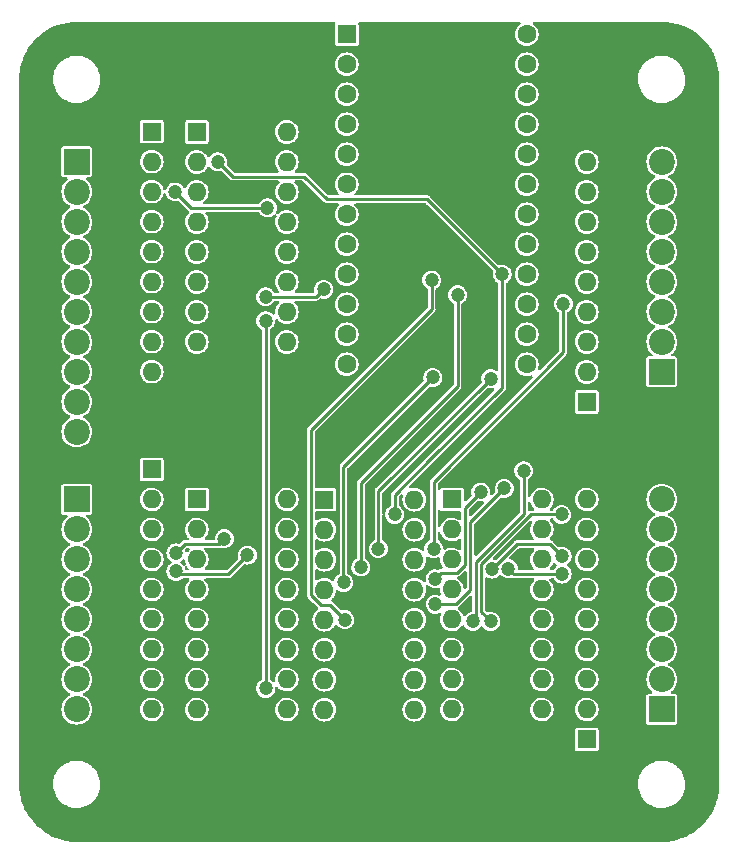
<source format=gbr>
%TF.GenerationSoftware,KiCad,Pcbnew,(6.0.1)*%
%TF.CreationDate,2022-02-11T15:40:24-08:00*%
%TF.ProjectId,dcs-joystick,6463732d-6a6f-4797-9374-69636b2e6b69,rev?*%
%TF.SameCoordinates,Original*%
%TF.FileFunction,Copper,L1,Top*%
%TF.FilePolarity,Positive*%
%FSLAX46Y46*%
G04 Gerber Fmt 4.6, Leading zero omitted, Abs format (unit mm)*
G04 Created by KiCad (PCBNEW (6.0.1)) date 2022-02-11 15:40:24*
%MOMM*%
%LPD*%
G01*
G04 APERTURE LIST*
%TA.AperFunction,ComponentPad*%
%ADD10R,1.600000X1.600000*%
%TD*%
%TA.AperFunction,ComponentPad*%
%ADD11O,1.600000X1.600000*%
%TD*%
%TA.AperFunction,ComponentPad*%
%ADD12R,2.200000X2.200000*%
%TD*%
%TA.AperFunction,ComponentPad*%
%ADD13C,2.200000*%
%TD*%
%TA.AperFunction,ComponentPad*%
%ADD14C,1.600000*%
%TD*%
%TA.AperFunction,ViaPad*%
%ADD15C,1.200000*%
%TD*%
%TA.AperFunction,Conductor*%
%ADD16C,0.250000*%
%TD*%
G04 APERTURE END LIST*
D10*
%TO.P,U3,1,~{PL}*%
%TO.N,LOAD*%
X124470000Y-83835000D03*
D11*
%TO.P,U3,2,CP*%
%TO.N,SCLK*%
X124470000Y-86375000D03*
%TO.P,U3,3,D4*%
%TO.N,/D4_1*%
X124470000Y-88915000D03*
%TO.P,U3,4,D5*%
%TO.N,/D5_1*%
X124470000Y-91455000D03*
%TO.P,U3,5,D6*%
%TO.N,/D6_1*%
X124470000Y-93995000D03*
%TO.P,U3,6,D7*%
%TO.N,/D7_1*%
X124470000Y-96535000D03*
%TO.P,U3,7,~{Q7}*%
%TO.N,unconnected-(U3-Pad7)*%
X124470000Y-99075000D03*
%TO.P,U3,8,GND*%
%TO.N,GNDREF*%
X124470000Y-101615000D03*
%TO.P,U3,9,Q7*%
%TO.N,9-16*%
X132090000Y-101615000D03*
%TO.P,U3,10,DS*%
%TO.N,17-24*%
X132090000Y-99075000D03*
%TO.P,U3,11,D0*%
%TO.N,/D0_1*%
X132090000Y-96535000D03*
%TO.P,U3,12,D1*%
%TO.N,/D1_1*%
X132090000Y-93995000D03*
%TO.P,U3,13,D2*%
%TO.N,/D2_1*%
X132090000Y-91455000D03*
%TO.P,U3,14,D3*%
%TO.N,/D3_1*%
X132090000Y-88915000D03*
%TO.P,U3,15,~{CE}*%
%TO.N,GNDREF*%
X132090000Y-86375000D03*
%TO.P,U3,16,VCC*%
%TO.N,+5V*%
X132090000Y-83835000D03*
%TD*%
D10*
%TO.P,RN2,1,common*%
%TO.N,+5V*%
X157480000Y-104155000D03*
D11*
%TO.P,RN2,2,R1*%
%TO.N,/D0_2*%
X157480000Y-101615000D03*
%TO.P,RN2,3,R2*%
%TO.N,/D1_2*%
X157480000Y-99075000D03*
%TO.P,RN2,4,R3*%
%TO.N,/D2_2*%
X157480000Y-96535000D03*
%TO.P,RN2,5,R4*%
%TO.N,/D3_2*%
X157480000Y-93995000D03*
%TO.P,RN2,6,R5*%
%TO.N,/D4_2*%
X157480000Y-91455000D03*
%TO.P,RN2,7,R6*%
%TO.N,/D5_2*%
X157480000Y-88915000D03*
%TO.P,RN2,8,R7*%
%TO.N,/D6_2*%
X157480000Y-86375000D03*
%TO.P,RN2,9,R8*%
%TO.N,/D7_2*%
X157480000Y-83835000D03*
%TD*%
D12*
%TO.P,J4,1,Pin_1*%
%TO.N,/D0_3*%
X163830000Y-73025000D03*
D13*
%TO.P,J4,2,Pin_2*%
%TO.N,/D1_3*%
X163830000Y-70485000D03*
%TO.P,J4,3,Pin_3*%
%TO.N,/D2_3*%
X163830000Y-67945000D03*
%TO.P,J4,4,Pin_4*%
%TO.N,/D3_3*%
X163830000Y-65405000D03*
%TO.P,J4,5,Pin_5*%
%TO.N,/D4_3*%
X163830000Y-62865000D03*
%TO.P,J4,6,Pin_6*%
%TO.N,/D5_3*%
X163830000Y-60325000D03*
%TO.P,J4,7,Pin_7*%
%TO.N,/D6_3*%
X163830000Y-57785000D03*
%TO.P,J4,8,Pin_8*%
%TO.N,/D7_3*%
X163830000Y-55245000D03*
%TD*%
D12*
%TO.P,J1,1,Pin_1*%
%TO.N,/D0_0*%
X114300000Y-55245000D03*
D13*
%TO.P,J1,2,Pin_2*%
%TO.N,/D1_0*%
X114300000Y-57785000D03*
%TO.P,J1,3,Pin_3*%
%TO.N,/D2_0*%
X114300000Y-60325000D03*
%TO.P,J1,4,Pin_4*%
%TO.N,/D3_0*%
X114300000Y-62865000D03*
%TO.P,J1,5,Pin_5*%
%TO.N,/D4_0*%
X114300000Y-65405000D03*
%TO.P,J1,6,Pin_6*%
%TO.N,/D5_0*%
X114300000Y-67945000D03*
%TO.P,J1,7,Pin_7*%
%TO.N,/D6_0*%
X114300000Y-70485000D03*
%TO.P,J1,8,Pin_8*%
%TO.N,/D7_0*%
X114300000Y-73025000D03*
%TO.P,J1,9,Pin_9*%
%TO.N,GNDREF*%
X114300000Y-75565000D03*
%TO.P,J1,10,Pin_10*%
X114300000Y-78105000D03*
%TD*%
D10*
%TO.P,RN1,1,common*%
%TO.N,+5V*%
X120650000Y-52690000D03*
D11*
%TO.P,RN1,2,R1*%
%TO.N,/D0_0*%
X120650000Y-55230000D03*
%TO.P,RN1,3,R2*%
%TO.N,/D1_0*%
X120650000Y-57770000D03*
%TO.P,RN1,4,R3*%
%TO.N,/D2_0*%
X120650000Y-60310000D03*
%TO.P,RN1,5,R4*%
%TO.N,/D3_0*%
X120650000Y-62850000D03*
%TO.P,RN1,6,R5*%
%TO.N,/D4_0*%
X120650000Y-65390000D03*
%TO.P,RN1,7,R6*%
%TO.N,/D5_0*%
X120650000Y-67930000D03*
%TO.P,RN1,8,R7*%
%TO.N,/D6_0*%
X120650000Y-70470000D03*
%TO.P,RN1,9,R8*%
%TO.N,/D7_0*%
X120650000Y-73010000D03*
%TD*%
D12*
%TO.P,J2,1,Pin_1*%
%TO.N,/D0_2*%
X163830000Y-101600000D03*
D13*
%TO.P,J2,2,Pin_2*%
%TO.N,/D1_2*%
X163830000Y-99060000D03*
%TO.P,J2,3,Pin_3*%
%TO.N,/D2_2*%
X163830000Y-96520000D03*
%TO.P,J2,4,Pin_4*%
%TO.N,/D3_2*%
X163830000Y-93980000D03*
%TO.P,J2,5,Pin_5*%
%TO.N,/D4_2*%
X163830000Y-91440000D03*
%TO.P,J2,6,Pin_6*%
%TO.N,/D5_2*%
X163830000Y-88900000D03*
%TO.P,J2,7,Pin_7*%
%TO.N,/D6_2*%
X163830000Y-86360000D03*
%TO.P,J2,8,Pin_8*%
%TO.N,/D7_2*%
X163830000Y-83820000D03*
%TD*%
D10*
%TO.P,RN3,1,common*%
%TO.N,+5V*%
X120650000Y-81295000D03*
D11*
%TO.P,RN3,2,R1*%
%TO.N,/D0_1*%
X120650000Y-83835000D03*
%TO.P,RN3,3,R2*%
%TO.N,/D1_1*%
X120650000Y-86375000D03*
%TO.P,RN3,4,R3*%
%TO.N,/D2_1*%
X120650000Y-88915000D03*
%TO.P,RN3,5,R4*%
%TO.N,/D3_1*%
X120650000Y-91455000D03*
%TO.P,RN3,6,R5*%
%TO.N,/D4_1*%
X120650000Y-93995000D03*
%TO.P,RN3,7,R6*%
%TO.N,/D5_1*%
X120650000Y-96535000D03*
%TO.P,RN3,8,R7*%
%TO.N,/D6_1*%
X120650000Y-99075000D03*
%TO.P,RN3,9,R8*%
%TO.N,/D7_1*%
X120650000Y-101615000D03*
%TD*%
D10*
%TO.P,RN4,1,common*%
%TO.N,+5V*%
X157480000Y-75580000D03*
D11*
%TO.P,RN4,2,R1*%
%TO.N,/D0_3*%
X157480000Y-73040000D03*
%TO.P,RN4,3,R2*%
%TO.N,/D1_3*%
X157480000Y-70500000D03*
%TO.P,RN4,4,R3*%
%TO.N,/D2_3*%
X157480000Y-67960000D03*
%TO.P,RN4,5,R4*%
%TO.N,/D3_3*%
X157480000Y-65420000D03*
%TO.P,RN4,6,R5*%
%TO.N,/D4_3*%
X157480000Y-62880000D03*
%TO.P,RN4,7,R6*%
%TO.N,/D5_3*%
X157480000Y-60340000D03*
%TO.P,RN4,8,R7*%
%TO.N,/D6_3*%
X157480000Y-57800000D03*
%TO.P,RN4,9,R8*%
%TO.N,/D7_3*%
X157480000Y-55260000D03*
%TD*%
D12*
%TO.P,J3,1,Pin_1*%
%TO.N,/D0_1*%
X114300000Y-83820000D03*
D13*
%TO.P,J3,2,Pin_2*%
%TO.N,/D1_1*%
X114300000Y-86360000D03*
%TO.P,J3,3,Pin_3*%
%TO.N,/D2_1*%
X114300000Y-88900000D03*
%TO.P,J3,4,Pin_4*%
%TO.N,/D3_1*%
X114300000Y-91440000D03*
%TO.P,J3,5,Pin_5*%
%TO.N,/D4_1*%
X114300000Y-93980000D03*
%TO.P,J3,6,Pin_6*%
%TO.N,/D5_1*%
X114300000Y-96520000D03*
%TO.P,J3,7,Pin_7*%
%TO.N,/D6_1*%
X114300000Y-99060000D03*
%TO.P,J3,8,Pin_8*%
%TO.N,/D7_1*%
X114300000Y-101600000D03*
%TD*%
D10*
%TO.P,U4,1,~{PL}*%
%TO.N,LOAD*%
X135265000Y-83850000D03*
D11*
%TO.P,U4,2,CP*%
%TO.N,SCLK*%
X135265000Y-86390000D03*
%TO.P,U4,3,D4*%
%TO.N,/D4_3*%
X135265000Y-88930000D03*
%TO.P,U4,4,D5*%
%TO.N,/D5_3*%
X135265000Y-91470000D03*
%TO.P,U4,5,D6*%
%TO.N,/D6_3*%
X135265000Y-94010000D03*
%TO.P,U4,6,D7*%
%TO.N,/D7_3*%
X135265000Y-96550000D03*
%TO.P,U4,7,~{Q7}*%
%TO.N,unconnected-(U4-Pad7)*%
X135265000Y-99090000D03*
%TO.P,U4,8,GND*%
%TO.N,GNDREF*%
X135265000Y-101630000D03*
%TO.P,U4,9,Q7*%
%TO.N,25-32*%
X142885000Y-101630000D03*
%TO.P,U4,10,DS*%
%TO.N,unconnected-(U4-Pad10)*%
X142885000Y-99090000D03*
%TO.P,U4,11,D0*%
%TO.N,/D0_3*%
X142885000Y-96550000D03*
%TO.P,U4,12,D1*%
%TO.N,/D1_3*%
X142885000Y-94010000D03*
%TO.P,U4,13,D2*%
%TO.N,/D2_3*%
X142885000Y-91470000D03*
%TO.P,U4,14,D3*%
%TO.N,/D3_3*%
X142885000Y-88930000D03*
%TO.P,U4,15,~{CE}*%
%TO.N,GNDREF*%
X142885000Y-86390000D03*
%TO.P,U4,16,VCC*%
%TO.N,+5V*%
X142885000Y-83850000D03*
%TD*%
D10*
%TO.P,U2,1,~{PL}*%
%TO.N,LOAD*%
X146060000Y-83835000D03*
D11*
%TO.P,U2,2,CP*%
%TO.N,SCLK*%
X146060000Y-86375000D03*
%TO.P,U2,3,D4*%
%TO.N,/D4_2*%
X146060000Y-88915000D03*
%TO.P,U2,4,D5*%
%TO.N,/D5_2*%
X146060000Y-91455000D03*
%TO.P,U2,5,D6*%
%TO.N,/D6_2*%
X146060000Y-93995000D03*
%TO.P,U2,6,D7*%
%TO.N,/D7_2*%
X146060000Y-96535000D03*
%TO.P,U2,7,~{Q7}*%
%TO.N,unconnected-(U2-Pad7)*%
X146060000Y-99075000D03*
%TO.P,U2,8,GND*%
%TO.N,GNDREF*%
X146060000Y-101615000D03*
%TO.P,U2,9,Q7*%
%TO.N,17-24*%
X153680000Y-101615000D03*
%TO.P,U2,10,DS*%
%TO.N,25-32*%
X153680000Y-99075000D03*
%TO.P,U2,11,D0*%
%TO.N,/D0_2*%
X153680000Y-96535000D03*
%TO.P,U2,12,D1*%
%TO.N,/D1_2*%
X153680000Y-93995000D03*
%TO.P,U2,13,D2*%
%TO.N,/D2_2*%
X153680000Y-91455000D03*
%TO.P,U2,14,D3*%
%TO.N,/D3_2*%
X153680000Y-88915000D03*
%TO.P,U2,15,~{CE}*%
%TO.N,GNDREF*%
X153680000Y-86375000D03*
%TO.P,U2,16,VCC*%
%TO.N,+5V*%
X153680000Y-83835000D03*
%TD*%
D10*
%TO.P,U1,1,~{PL}*%
%TO.N,LOAD*%
X124470000Y-52720000D03*
D11*
%TO.P,U1,2,CP*%
%TO.N,SCLK*%
X124470000Y-55260000D03*
%TO.P,U1,3,D4*%
%TO.N,/D4_0*%
X124470000Y-57800000D03*
%TO.P,U1,4,D5*%
%TO.N,/D5_0*%
X124470000Y-60340000D03*
%TO.P,U1,5,D6*%
%TO.N,/D6_0*%
X124470000Y-62880000D03*
%TO.P,U1,6,D7*%
%TO.N,/D7_0*%
X124470000Y-65420000D03*
%TO.P,U1,7,~{Q7}*%
%TO.N,MISO*%
X124470000Y-67960000D03*
%TO.P,U1,8,GND*%
%TO.N,GNDREF*%
X124470000Y-70500000D03*
%TO.P,U1,9,Q7*%
%TO.N,unconnected-(U1-Pad9)*%
X132090000Y-70500000D03*
%TO.P,U1,10,DS*%
%TO.N,9-16*%
X132090000Y-67960000D03*
%TO.P,U1,11,D0*%
%TO.N,/D0_0*%
X132090000Y-65420000D03*
%TO.P,U1,12,D1*%
%TO.N,/D1_0*%
X132090000Y-62880000D03*
%TO.P,U1,13,D2*%
%TO.N,/D2_0*%
X132090000Y-60340000D03*
%TO.P,U1,14,D3*%
%TO.N,/D3_0*%
X132090000Y-57800000D03*
%TO.P,U1,15,~{CE}*%
%TO.N,GNDREF*%
X132090000Y-55260000D03*
%TO.P,U1,16,VCC*%
%TO.N,+5V*%
X132090000Y-52720000D03*
%TD*%
D10*
%TO.P,U5,1,1*%
%TO.N,unconnected-(U5-Pad1)*%
X137160000Y-44450000D03*
D14*
%TO.P,U5,2,0*%
%TO.N,unconnected-(U5-Pad2)*%
X137160000Y-46990000D03*
%TO.P,U5,3,GND*%
%TO.N,GNDREF*%
X137160000Y-49530000D03*
%TO.P,U5,4,GND*%
X137160000Y-52070000D03*
%TO.P,U5,5,2*%
%TO.N,unconnected-(U5-Pad5)*%
X137160000Y-54610000D03*
%TO.P,U5,6,3*%
%TO.N,unconnected-(U5-Pad6)*%
X137160000Y-57150000D03*
%TO.P,U5,7,4*%
%TO.N,unconnected-(U5-Pad7)*%
X137160000Y-59690000D03*
%TO.P,U5,8,5*%
%TO.N,unconnected-(U5-Pad8)*%
X137160000Y-62230000D03*
%TO.P,U5,9,6*%
%TO.N,unconnected-(U5-Pad9)*%
X137160000Y-64770000D03*
%TO.P,U5,10,7*%
%TO.N,LOAD*%
X137160000Y-67310000D03*
%TO.P,U5,11,8*%
%TO.N,unconnected-(U5-Pad11)*%
X137160000Y-69850000D03*
%TO.P,U5,12,9*%
%TO.N,unconnected-(U5-Pad12)*%
X137160000Y-72390000D03*
%TO.P,U5,13,10*%
%TO.N,unconnected-(U5-Pad13)*%
X152400000Y-72390000D03*
%TO.P,U5,14,16*%
%TO.N,unconnected-(U5-Pad14)*%
X152400000Y-69850000D03*
%TO.P,U5,15,14*%
%TO.N,MISO*%
X152400000Y-67310000D03*
%TO.P,U5,16,15*%
%TO.N,SCLK*%
X152400000Y-64770000D03*
%TO.P,U5,17,18*%
%TO.N,unconnected-(U5-Pad17)*%
X152400000Y-62230000D03*
%TO.P,U5,18,19*%
%TO.N,unconnected-(U5-Pad18)*%
X152400000Y-59690000D03*
%TO.P,U5,19,20*%
%TO.N,unconnected-(U5-Pad19)*%
X152400000Y-57150000D03*
%TO.P,U5,20,21*%
%TO.N,unconnected-(U5-Pad20)*%
X152400000Y-54610000D03*
%TO.P,U5,21,VCC*%
%TO.N,unconnected-(U5-Pad21)*%
X152400000Y-52070000D03*
%TO.P,U5,22,RST*%
%TO.N,unconnected-(U5-Pad22)*%
X152400000Y-49530000D03*
%TO.P,U5,23,GND*%
%TO.N,GNDREF*%
X152400000Y-46990000D03*
%TO.P,U5,24,RAW*%
%TO.N,+5V*%
X152400000Y-44450000D03*
%TD*%
D15*
%TO.N,/D7_3*%
X144350000Y-65250000D03*
X137000000Y-94000000D03*
%TO.N,/D6_3*%
X146544000Y-66490300D03*
X138350000Y-89550000D03*
%TO.N,/D5_3*%
X144450000Y-73500000D03*
X136900000Y-90850000D03*
%TO.N,/D4_3*%
X149350000Y-73600000D03*
X139850000Y-88000000D03*
%TO.N,/D3_3*%
X144526000Y-88011000D03*
X155500000Y-67250000D03*
%TO.N,/D2_3*%
X144653000Y-90551000D03*
X148500000Y-83200000D03*
%TO.N,/D1_3*%
X144653000Y-92710000D03*
X150500000Y-82900000D03*
%TO.N,/D0_3*%
X152146000Y-81407000D03*
X147850000Y-94150000D03*
%TO.N,/D3_1*%
X122700000Y-89916000D03*
X128750000Y-88550000D03*
%TO.N,/D2_1*%
X126800000Y-87150000D03*
X122700000Y-88350000D03*
%TO.N,/D7_2*%
X149350000Y-94150000D03*
X155350000Y-85100000D03*
%TO.N,/D5_2*%
X149457542Y-89723700D03*
X155400000Y-88650000D03*
%TO.N,/D4_2*%
X150856842Y-89699884D03*
X155399998Y-90150000D03*
%TO.N,/D2_0*%
X130450000Y-59150000D03*
X122650000Y-57800000D03*
%TO.N,9-16*%
X130302000Y-68707000D03*
X130302000Y-99822000D03*
%TO.N,MISO*%
X135204000Y-66040000D03*
X130302000Y-66675000D03*
%TO.N,SCLK*%
X150323500Y-64770000D03*
X141224000Y-85100200D03*
X126238000Y-55245000D03*
%TD*%
D16*
%TO.N,/D4_2*%
X150856842Y-89699884D02*
X151326958Y-90170000D01*
X155379998Y-90170000D02*
X155399998Y-90150000D01*
X151326958Y-90170000D02*
X155379998Y-90170000D01*
%TO.N,/D3_1*%
X128750000Y-88550000D02*
X127130000Y-90170000D01*
X127130000Y-90170000D02*
X122954000Y-90170000D01*
X122954000Y-90170000D02*
X122700000Y-89916000D01*
%TO.N,/D1_3*%
X147634022Y-91471278D02*
X146395300Y-92710000D01*
X147634022Y-85765978D02*
X147634022Y-91471278D01*
X146395300Y-92710000D02*
X144653000Y-92710000D01*
X150500000Y-82900000D02*
X147634022Y-85765978D01*
%TO.N,/D2_3*%
X146525789Y-90039511D02*
X145164489Y-90039511D01*
X147184511Y-89380789D02*
X146525789Y-90039511D01*
X147184511Y-84515489D02*
X147184511Y-89380789D01*
X148500000Y-83200000D02*
X147184511Y-84515489D01*
X145164489Y-90039511D02*
X144653000Y-90551000D01*
%TO.N,/D7_2*%
X148533042Y-89310220D02*
X148533042Y-93333042D01*
%TO.N,/D0_3*%
X152146000Y-81407000D02*
X152146000Y-85061570D01*
%TO.N,/D7_2*%
X155350000Y-85100000D02*
X152743262Y-85100000D01*
%TO.N,/D5_2*%
X154380000Y-87630000D02*
X151551242Y-87630000D01*
%TO.N,/D7_2*%
X148533042Y-93333042D02*
X149350000Y-94150000D01*
%TO.N,/D3_3*%
X144526000Y-82346500D02*
X144526000Y-88011000D01*
X155500000Y-71372500D02*
X144526000Y-82346500D01*
%TO.N,/D0_3*%
X148083533Y-93916467D02*
X147850000Y-94150000D01*
%TO.N,/D3_3*%
X155500000Y-67250000D02*
X155500000Y-71372500D01*
%TO.N,/D0_3*%
X148083533Y-89124037D02*
X148083533Y-93916467D01*
X152146000Y-85061570D02*
X148083533Y-89124037D01*
%TO.N,/D7_2*%
X152743262Y-85100000D02*
X148533042Y-89310220D01*
%TO.N,/D5_2*%
X155400000Y-88650000D02*
X154380000Y-87630000D01*
X151551242Y-87630000D02*
X149457542Y-89723700D01*
%TO.N,SCLK*%
X144329300Y-80356600D02*
X141224000Y-83461900D01*
X141224000Y-83461900D02*
X141224000Y-85100200D01*
%TO.N,MISO*%
X134569000Y-66675000D02*
X130302000Y-66675000D01*
X135204000Y-66040000D02*
X134569000Y-66675000D01*
%TO.N,9-16*%
X130302000Y-99822000D02*
X130302000Y-68707000D01*
%TO.N,SCLK*%
X127493000Y-56500000D02*
X126238000Y-55245000D01*
X133570400Y-56500000D02*
X127493000Y-56500000D01*
X143973500Y-58420000D02*
X135490400Y-58420000D01*
X135490400Y-58420000D02*
X133570400Y-56500000D01*
X150323500Y-64770000D02*
X143973500Y-58420000D01*
X150323500Y-74362400D02*
X150323500Y-64770000D01*
X144329300Y-80356600D02*
X150323500Y-74362400D01*
%TO.N,/D7_3*%
X135750000Y-92750000D02*
X137000000Y-94000000D01*
X134955000Y-92750000D02*
X135750000Y-92750000D01*
X134140000Y-91935800D02*
X134955000Y-92750000D01*
X134140000Y-77926300D02*
X134140000Y-91935800D01*
X144350000Y-67716800D02*
X134140000Y-77926300D01*
X144350000Y-65250000D02*
X144350000Y-67716800D01*
%TO.N,/D6_3*%
X138350000Y-82457400D02*
X138350000Y-89550000D01*
X146544000Y-74263900D02*
X138350000Y-82457400D01*
X146544000Y-66490300D02*
X146544000Y-74263900D01*
%TO.N,/D5_3*%
X136876000Y-90826000D02*
X136900000Y-90850000D01*
X136876000Y-81074000D02*
X136876000Y-90826000D01*
X144450000Y-73500000D02*
X136876000Y-81074000D01*
%TO.N,/D4_3*%
X139850000Y-83100000D02*
X139850000Y-88000000D01*
X149350000Y-73600000D02*
X139850000Y-83100000D01*
%TO.N,/D2_1*%
X123444000Y-87606100D02*
X122700000Y-88350000D01*
X126344000Y-87606100D02*
X123444000Y-87606100D01*
X126800000Y-87150000D02*
X126344000Y-87606100D01*
%TO.N,/D2_0*%
X124000000Y-59150000D02*
X122650000Y-57800000D01*
X130450000Y-59150000D02*
X124000000Y-59150000D01*
%TD*%
%TA.AperFunction,NonConductor*%
G36*
X123806656Y-87951602D02*
G01*
X123853149Y-88005258D01*
X123863253Y-88075532D01*
X123833759Y-88140112D01*
X123817487Y-88155797D01*
X123766600Y-88196711D01*
X123727960Y-88242761D01*
X123710145Y-88263992D01*
X123651035Y-88303319D01*
X123580048Y-88304445D01*
X123519720Y-88267014D01*
X123488408Y-88197045D01*
X123486331Y-88178528D01*
X123485546Y-88171528D01*
X123482929Y-88164012D01*
X123473656Y-88137382D01*
X123470144Y-88066473D01*
X123503558Y-88006846D01*
X123541910Y-87968499D01*
X123604225Y-87934478D01*
X123631000Y-87931600D01*
X123738535Y-87931600D01*
X123806656Y-87951602D01*
G37*
%TD.AperFunction*%
%TA.AperFunction,NonConductor*%
G36*
X123394597Y-88895720D02*
G01*
X123450376Y-88939643D01*
X123473251Y-89002121D01*
X123481175Y-89096483D01*
X123529677Y-89265627D01*
X123535258Y-89285091D01*
X123532612Y-89285850D01*
X123538042Y-89344714D01*
X123505306Y-89407713D01*
X123443707Y-89443013D01*
X123372802Y-89439407D01*
X123324991Y-89409254D01*
X123209738Y-89293194D01*
X123209729Y-89293187D01*
X123204770Y-89288193D01*
X123128166Y-89239579D01*
X123081370Y-89186193D01*
X123070865Y-89115978D01*
X123099988Y-89051229D01*
X123131166Y-89024967D01*
X123180992Y-88995265D01*
X123180994Y-88995264D01*
X123187044Y-88991657D01*
X123260801Y-88921419D01*
X123323926Y-88888927D01*
X123394597Y-88895720D01*
G37*
%TD.AperFunction*%
%TA.AperFunction,NonConductor*%
G36*
X123614257Y-89473101D02*
G01*
X123666394Y-89511899D01*
X123746818Y-89613369D01*
X123751511Y-89617363D01*
X123751512Y-89617364D01*
X123757601Y-89622546D01*
X123796514Y-89681929D01*
X123797145Y-89752922D01*
X123759294Y-89812987D01*
X123694977Y-89843053D01*
X123675938Y-89844500D01*
X123609629Y-89844500D01*
X123541508Y-89824498D01*
X123495015Y-89770842D01*
X123486761Y-89746419D01*
X123486331Y-89744527D01*
X123485546Y-89737528D01*
X123448658Y-89631599D01*
X123445146Y-89560691D01*
X123480527Y-89499139D01*
X123543570Y-89466486D01*
X123614257Y-89473101D01*
G37*
%TD.AperFunction*%
%TA.AperFunction,NonConductor*%
G36*
X152680012Y-84051698D02*
G01*
X152718619Y-84112191D01*
X152728578Y-84146922D01*
X152745258Y-84205091D01*
X152752967Y-84220091D01*
X152832123Y-84374113D01*
X152832126Y-84374117D01*
X152834944Y-84379601D01*
X152956818Y-84533369D01*
X152961511Y-84537363D01*
X152961512Y-84537364D01*
X152979351Y-84552546D01*
X153018264Y-84611929D01*
X153018895Y-84682922D01*
X152981043Y-84742987D01*
X152916727Y-84773053D01*
X152897688Y-84774500D01*
X152762975Y-84774500D01*
X152751994Y-84774021D01*
X152725432Y-84771697D01*
X152725430Y-84771697D01*
X152714455Y-84770737D01*
X152678045Y-84780492D01*
X152667338Y-84782866D01*
X152659553Y-84784239D01*
X152641070Y-84787498D01*
X152641069Y-84787498D01*
X152639807Y-84787721D01*
X152639805Y-84787721D01*
X152630216Y-84789412D01*
X152630027Y-84788343D01*
X152569741Y-84792174D01*
X152507701Y-84757656D01*
X152474171Y-84695076D01*
X152471500Y-84669270D01*
X152471500Y-84146922D01*
X152491502Y-84078801D01*
X152545158Y-84032308D01*
X152615432Y-84022204D01*
X152680012Y-84051698D01*
G37*
%TD.AperFunction*%
%TA.AperFunction,NonConductor*%
G36*
X148288778Y-83975560D02*
G01*
X148305116Y-83981636D01*
X148312101Y-83982568D01*
X148476149Y-84004457D01*
X148476153Y-84004457D01*
X148483130Y-84005388D01*
X148490142Y-84004750D01*
X148490146Y-84004750D01*
X148632818Y-83991766D01*
X148702471Y-84005512D01*
X148753635Y-84054733D01*
X148770066Y-84123802D01*
X148746548Y-84190790D01*
X148733332Y-84206342D01*
X147725106Y-85214568D01*
X147662794Y-85248594D01*
X147591979Y-85243529D01*
X147535143Y-85200982D01*
X147510332Y-85134462D01*
X147510011Y-85125473D01*
X147510011Y-84702505D01*
X147530013Y-84634384D01*
X147546916Y-84613410D01*
X148155764Y-84004562D01*
X148218076Y-83970536D01*
X148288778Y-83975560D01*
G37*
%TD.AperFunction*%
%TA.AperFunction,NonConductor*%
G36*
X145060012Y-84704670D02*
G01*
X145082265Y-84729891D01*
X145091016Y-84742987D01*
X145115448Y-84779552D01*
X145181769Y-84823867D01*
X145193938Y-84826288D01*
X145193939Y-84826288D01*
X145225763Y-84832618D01*
X145240252Y-84835500D01*
X146733011Y-84835500D01*
X146801132Y-84855502D01*
X146847625Y-84909158D01*
X146859011Y-84961500D01*
X146859011Y-85469695D01*
X146839009Y-85537816D01*
X146785353Y-85584309D01*
X146715079Y-85594413D01*
X146652696Y-85566780D01*
X146626930Y-85545464D01*
X146626927Y-85545462D01*
X146622180Y-85541535D01*
X146449585Y-85448213D01*
X146355868Y-85419203D01*
X146268039Y-85392015D01*
X146268036Y-85392014D01*
X146262152Y-85390193D01*
X146256027Y-85389549D01*
X146256026Y-85389549D01*
X146073147Y-85370327D01*
X146073146Y-85370327D01*
X146067019Y-85369683D01*
X145944383Y-85380844D01*
X145877759Y-85386907D01*
X145877758Y-85386907D01*
X145871618Y-85387466D01*
X145865704Y-85389207D01*
X145865702Y-85389207D01*
X145742390Y-85425500D01*
X145683393Y-85442864D01*
X145677928Y-85445721D01*
X145514972Y-85530912D01*
X145514968Y-85530915D01*
X145509512Y-85533767D01*
X145504712Y-85537627D01*
X145504711Y-85537627D01*
X145494407Y-85545912D01*
X145356600Y-85656711D01*
X145230480Y-85807016D01*
X145227516Y-85812408D01*
X145227513Y-85812412D01*
X145169018Y-85918814D01*
X145135956Y-85978954D01*
X145134095Y-85984821D01*
X145134094Y-85984823D01*
X145097602Y-86099860D01*
X145057938Y-86158744D01*
X144992736Y-86186836D01*
X144922697Y-86175218D01*
X144870057Y-86127578D01*
X144851500Y-86061761D01*
X144851500Y-84799894D01*
X144871502Y-84731773D01*
X144925158Y-84685280D01*
X144995432Y-84675176D01*
X145060012Y-84704670D01*
G37*
%TD.AperFunction*%
%TA.AperFunction,NonConductor*%
G36*
X145060012Y-86591698D02*
G01*
X145098619Y-86652191D01*
X145125258Y-86745091D01*
X145132967Y-86760091D01*
X145212123Y-86914113D01*
X145212126Y-86914117D01*
X145214944Y-86919601D01*
X145336818Y-87073369D01*
X145341511Y-87077363D01*
X145341512Y-87077364D01*
X145472868Y-87189156D01*
X145486238Y-87200535D01*
X145491616Y-87203541D01*
X145491618Y-87203542D01*
X145527932Y-87223837D01*
X145657513Y-87296257D01*
X145844118Y-87356889D01*
X146038946Y-87380121D01*
X146045081Y-87379649D01*
X146045083Y-87379649D01*
X146228434Y-87365541D01*
X146228438Y-87365540D01*
X146234576Y-87365068D01*
X146423556Y-87312303D01*
X146598689Y-87223837D01*
X146605467Y-87218542D01*
X146655438Y-87179500D01*
X146721432Y-87153323D01*
X146791103Y-87166981D01*
X146842330Y-87216137D01*
X146859011Y-87278790D01*
X146859011Y-88009695D01*
X146839009Y-88077816D01*
X146785353Y-88124309D01*
X146715079Y-88134413D01*
X146652696Y-88106780D01*
X146626930Y-88085464D01*
X146626927Y-88085462D01*
X146622180Y-88081535D01*
X146449585Y-87988213D01*
X146331314Y-87951602D01*
X146268039Y-87932015D01*
X146268036Y-87932014D01*
X146262152Y-87930193D01*
X146256027Y-87929549D01*
X146256026Y-87929549D01*
X146073147Y-87910327D01*
X146073146Y-87910327D01*
X146067019Y-87909683D01*
X145952172Y-87920135D01*
X145877759Y-87926907D01*
X145877758Y-87926907D01*
X145871618Y-87927466D01*
X145865704Y-87929207D01*
X145865702Y-87929207D01*
X145776748Y-87955388D01*
X145683393Y-87982864D01*
X145511148Y-88072912D01*
X145441515Y-88086745D01*
X145375454Y-88060735D01*
X145333942Y-88003139D01*
X145327560Y-87975294D01*
X145312331Y-87839527D01*
X145311546Y-87832528D01*
X145307716Y-87821528D01*
X145269405Y-87711515D01*
X145252485Y-87662927D01*
X145245612Y-87651927D01*
X145161049Y-87516599D01*
X145157316Y-87510625D01*
X145093771Y-87446635D01*
X145035733Y-87388190D01*
X145035729Y-87388187D01*
X145030770Y-87383193D01*
X145023234Y-87378410D01*
X144909986Y-87306541D01*
X144863187Y-87253152D01*
X144851500Y-87200156D01*
X144851500Y-86686922D01*
X144871502Y-86618801D01*
X144925158Y-86572308D01*
X144995432Y-86562204D01*
X145060012Y-86591698D01*
G37*
%TD.AperFunction*%
%TA.AperFunction,NonConductor*%
G36*
X152794091Y-85613665D02*
G01*
X152850926Y-85656212D01*
X152875737Y-85722732D01*
X152860646Y-85792106D01*
X152854276Y-85802492D01*
X152850480Y-85807016D01*
X152847517Y-85812405D01*
X152847514Y-85812410D01*
X152789018Y-85918814D01*
X152755956Y-85978954D01*
X152754095Y-85984821D01*
X152754094Y-85984823D01*
X152729688Y-86061761D01*
X152696628Y-86165978D01*
X152674757Y-86360963D01*
X152691175Y-86556483D01*
X152745258Y-86745091D01*
X152752967Y-86760091D01*
X152832123Y-86914113D01*
X152832126Y-86914117D01*
X152834944Y-86919601D01*
X152956818Y-87073369D01*
X152961511Y-87077363D01*
X152961512Y-87077364D01*
X152967601Y-87082546D01*
X153006514Y-87141929D01*
X153007145Y-87212922D01*
X152969294Y-87272987D01*
X152904977Y-87303053D01*
X152885938Y-87304500D01*
X151570952Y-87304500D01*
X151559970Y-87304020D01*
X151533422Y-87301697D01*
X151533420Y-87301697D01*
X151522435Y-87300736D01*
X151486027Y-87310492D01*
X151475300Y-87312870D01*
X151473650Y-87313161D01*
X151438197Y-87319412D01*
X151428652Y-87324923D01*
X151425376Y-87326115D01*
X151422208Y-87327592D01*
X151411558Y-87330446D01*
X151402527Y-87336770D01*
X151380698Y-87352055D01*
X151371427Y-87357961D01*
X151350342Y-87370135D01*
X151338787Y-87376806D01*
X151323815Y-87394649D01*
X151314557Y-87405682D01*
X151307131Y-87413785D01*
X149801058Y-88919858D01*
X149738746Y-88953884D01*
X149669697Y-88949462D01*
X149641493Y-88939419D01*
X149636058Y-88938771D01*
X149574846Y-88904049D01*
X149541833Y-88841195D01*
X149548043Y-88770470D01*
X149576276Y-88727312D01*
X152660963Y-85642626D01*
X152723275Y-85608600D01*
X152794091Y-85613665D01*
G37*
%TD.AperFunction*%
%TA.AperFunction,NonConductor*%
G36*
X154795671Y-89186947D02*
G01*
X154829926Y-89212102D01*
X154881615Y-89265627D01*
X154881620Y-89265631D01*
X154886514Y-89270699D01*
X154918542Y-89291657D01*
X154921462Y-89293568D01*
X154967510Y-89347606D01*
X154977033Y-89417961D01*
X154947008Y-89482296D01*
X154918491Y-89506317D01*
X154913300Y-89509511D01*
X154904043Y-89515206D01*
X154899012Y-89520132D01*
X154899009Y-89520135D01*
X154861120Y-89557239D01*
X154775730Y-89640859D01*
X154771911Y-89646784D01*
X154771910Y-89646786D01*
X154681706Y-89786755D01*
X154627992Y-89833180D01*
X154575795Y-89844500D01*
X154474616Y-89844500D01*
X154406495Y-89824498D01*
X154360002Y-89770842D01*
X154349898Y-89700568D01*
X154379234Y-89636169D01*
X154497485Y-89499173D01*
X154497485Y-89499172D01*
X154501509Y-89494511D01*
X154598425Y-89323909D01*
X154619733Y-89259855D01*
X154660213Y-89201533D01*
X154725801Y-89174353D01*
X154795671Y-89186947D01*
G37*
%TD.AperFunction*%
%TA.AperFunction,NonConductor*%
G36*
X152986930Y-87975502D02*
G01*
X153033423Y-88029158D01*
X153043527Y-88099432D01*
X153014033Y-88164012D01*
X152997761Y-88179696D01*
X152981406Y-88192846D01*
X152981401Y-88192851D01*
X152976600Y-88196711D01*
X152850480Y-88347016D01*
X152847516Y-88352408D01*
X152847513Y-88352412D01*
X152785687Y-88464874D01*
X152755956Y-88518954D01*
X152754095Y-88524821D01*
X152754094Y-88524823D01*
X152740229Y-88568532D01*
X152696628Y-88705978D01*
X152674757Y-88900963D01*
X152691175Y-89096483D01*
X152745258Y-89285091D01*
X152755785Y-89305574D01*
X152832123Y-89454113D01*
X152832126Y-89454117D01*
X152834944Y-89459601D01*
X152956818Y-89613369D01*
X152961511Y-89617363D01*
X152961512Y-89617364D01*
X152967601Y-89622546D01*
X153006514Y-89681929D01*
X153007145Y-89752922D01*
X152969294Y-89812987D01*
X152904977Y-89843053D01*
X152885938Y-89844500D01*
X151788160Y-89844500D01*
X151720039Y-89824498D01*
X151673546Y-89770842D01*
X151662172Y-89716744D01*
X151662352Y-89703848D01*
X151662352Y-89703843D01*
X151662407Y-89699884D01*
X151642388Y-89521412D01*
X151637584Y-89507615D01*
X151585645Y-89358468D01*
X151583327Y-89351811D01*
X151578893Y-89344714D01*
X151491891Y-89205483D01*
X151488158Y-89199509D01*
X151415847Y-89126692D01*
X151366575Y-89077074D01*
X151366571Y-89077071D01*
X151361612Y-89072077D01*
X151345633Y-89061936D01*
X151291507Y-89027587D01*
X151209978Y-88975847D01*
X151148299Y-88953884D01*
X151047428Y-88917965D01*
X151047423Y-88917964D01*
X151040793Y-88915603D01*
X151033805Y-88914770D01*
X151033802Y-88914769D01*
X151020145Y-88913141D01*
X151017168Y-88912786D01*
X150951895Y-88884859D01*
X150912081Y-88826077D01*
X150910369Y-88755101D01*
X150942991Y-88698577D01*
X151649163Y-87992405D01*
X151711475Y-87958379D01*
X151738258Y-87955500D01*
X152918809Y-87955500D01*
X152986930Y-87975502D01*
G37*
%TD.AperFunction*%
%TA.AperFunction,NonConductor*%
G36*
X147226554Y-89903238D02*
G01*
X147283390Y-89945785D01*
X147308201Y-90012305D01*
X147308522Y-90021294D01*
X147308522Y-91284261D01*
X147288520Y-91352382D01*
X147271617Y-91373356D01*
X147264953Y-91380020D01*
X147202641Y-91414046D01*
X147131826Y-91408981D01*
X147074990Y-91366434D01*
X147050459Y-91303222D01*
X147048634Y-91284615D01*
X147046194Y-91259728D01*
X147044413Y-91253829D01*
X147044412Y-91253824D01*
X146991265Y-91077793D01*
X146989484Y-91071894D01*
X146897370Y-90898653D01*
X146773361Y-90746602D01*
X146622180Y-90621535D01*
X146616759Y-90618604D01*
X146616755Y-90618601D01*
X146565994Y-90591155D01*
X146515585Y-90541160D01*
X146500207Y-90471849D01*
X146524743Y-90405227D01*
X146581403Y-90362446D01*
X146604044Y-90356233D01*
X146627979Y-90352013D01*
X146638834Y-90350099D01*
X146648378Y-90344589D01*
X146651655Y-90343396D01*
X146654823Y-90341919D01*
X146665473Y-90339065D01*
X146696333Y-90317456D01*
X146705604Y-90311550D01*
X146728695Y-90298218D01*
X146738244Y-90292705D01*
X146762474Y-90263828D01*
X146769900Y-90255726D01*
X147093427Y-89932199D01*
X147155739Y-89898173D01*
X147226554Y-89903238D01*
G37*
%TD.AperFunction*%
%TA.AperFunction,NonConductor*%
G36*
X147676065Y-91993728D02*
G01*
X147732901Y-92036275D01*
X147757712Y-92102795D01*
X147758033Y-92111784D01*
X147758033Y-93245440D01*
X147738031Y-93313561D01*
X147684375Y-93360054D01*
X147672643Y-93364716D01*
X147636001Y-93377190D01*
X147513677Y-93418832D01*
X147513674Y-93418833D01*
X147507007Y-93421103D01*
X147501009Y-93424793D01*
X147501007Y-93424794D01*
X147464242Y-93447412D01*
X147354045Y-93515206D01*
X147349014Y-93520132D01*
X147349011Y-93520135D01*
X147329937Y-93538814D01*
X147225732Y-93640859D01*
X147218526Y-93652041D01*
X147164814Y-93698465D01*
X147094527Y-93708481D01*
X147029984Y-93678907D01*
X146994014Y-93623327D01*
X146993614Y-93623492D01*
X146992726Y-93621338D01*
X146991993Y-93620205D01*
X146991264Y-93617791D01*
X146989484Y-93611894D01*
X146897370Y-93438653D01*
X146773361Y-93286602D01*
X146635588Y-93172627D01*
X146626926Y-93165461D01*
X146626925Y-93165460D01*
X146622180Y-93161535D01*
X146619059Y-93159848D01*
X146574347Y-93105869D01*
X146565807Y-93035388D01*
X146596727Y-92971478D01*
X146601702Y-92966688D01*
X146607755Y-92963194D01*
X146614840Y-92954751D01*
X146614842Y-92954749D01*
X146631985Y-92934319D01*
X146639410Y-92926217D01*
X147542938Y-92022689D01*
X147605250Y-91988663D01*
X147676065Y-91993728D01*
G37*
%TD.AperFunction*%
%TA.AperFunction,NonConductor*%
G36*
X136132735Y-43400002D02*
G01*
X136179228Y-43453658D01*
X136189332Y-43523932D01*
X136181023Y-43554217D01*
X136178025Y-43561454D01*
X136171133Y-43571769D01*
X136168712Y-43583938D01*
X136168712Y-43583939D01*
X136163774Y-43608767D01*
X136159500Y-43630252D01*
X136159500Y-45269748D01*
X136171133Y-45328231D01*
X136215448Y-45394552D01*
X136281769Y-45438867D01*
X136293938Y-45441288D01*
X136293939Y-45441288D01*
X136334184Y-45449293D01*
X136340252Y-45450500D01*
X137979748Y-45450500D01*
X137985816Y-45449293D01*
X138026061Y-45441288D01*
X138026062Y-45441288D01*
X138038231Y-45438867D01*
X138104552Y-45394552D01*
X138148867Y-45328231D01*
X138160500Y-45269748D01*
X138160500Y-43630252D01*
X138156226Y-43608767D01*
X138151288Y-43583939D01*
X138151288Y-43583938D01*
X138148867Y-43571769D01*
X138141975Y-43561454D01*
X138138977Y-43554217D01*
X138131388Y-43483627D01*
X138163168Y-43420140D01*
X138224227Y-43383913D01*
X138255386Y-43380000D01*
X151777544Y-43380000D01*
X151845665Y-43400002D01*
X151892158Y-43453658D01*
X151902262Y-43523932D01*
X151872768Y-43588512D01*
X151849699Y-43608669D01*
X151849512Y-43608767D01*
X151696600Y-43731711D01*
X151570480Y-43882016D01*
X151567516Y-43887408D01*
X151567513Y-43887412D01*
X151488813Y-44030567D01*
X151475956Y-44053954D01*
X151416628Y-44240978D01*
X151394757Y-44435963D01*
X151411175Y-44631483D01*
X151465258Y-44820091D01*
X151468076Y-44825574D01*
X151552123Y-44989113D01*
X151552126Y-44989117D01*
X151554944Y-44994601D01*
X151676818Y-45148369D01*
X151681511Y-45152363D01*
X151681512Y-45152364D01*
X151812169Y-45263561D01*
X151826238Y-45275535D01*
X151831616Y-45278541D01*
X151831618Y-45278542D01*
X151867932Y-45298837D01*
X151997513Y-45371257D01*
X152184118Y-45431889D01*
X152378946Y-45455121D01*
X152385081Y-45454649D01*
X152385083Y-45454649D01*
X152568434Y-45440541D01*
X152568438Y-45440540D01*
X152574576Y-45440068D01*
X152763556Y-45387303D01*
X152938689Y-45298837D01*
X152968515Y-45275535D01*
X153088453Y-45181829D01*
X153093303Y-45178040D01*
X153123084Y-45143539D01*
X153217485Y-45034173D01*
X153217485Y-45034172D01*
X153221509Y-45029511D01*
X153230216Y-45014185D01*
X153315378Y-44864272D01*
X153318425Y-44858909D01*
X153380358Y-44672732D01*
X153404949Y-44478071D01*
X153405341Y-44450000D01*
X153386194Y-44254728D01*
X153384413Y-44248829D01*
X153384412Y-44248824D01*
X153331265Y-44072793D01*
X153329484Y-44066894D01*
X153237370Y-43893653D01*
X153113361Y-43741602D01*
X152962180Y-43616535D01*
X152956764Y-43613606D01*
X152952096Y-43610458D01*
X152906807Y-43555782D01*
X152898267Y-43485301D01*
X152929188Y-43421392D01*
X152989752Y-43384345D01*
X153022555Y-43380000D01*
X163792976Y-43380000D01*
X163810182Y-43381953D01*
X163815813Y-43381963D01*
X163829642Y-43385143D01*
X163843483Y-43382011D01*
X163857669Y-43382036D01*
X163857669Y-43382266D01*
X163865602Y-43381555D01*
X164205707Y-43396404D01*
X164249825Y-43398330D01*
X164260773Y-43399288D01*
X164671960Y-43453421D01*
X164682765Y-43455327D01*
X165087672Y-43545093D01*
X165098282Y-43547936D01*
X165493815Y-43672647D01*
X165504128Y-43676400D01*
X165887309Y-43835120D01*
X165897254Y-43839758D01*
X166265117Y-44031255D01*
X166274635Y-44036750D01*
X166357871Y-44089777D01*
X166624416Y-44259585D01*
X166633420Y-44265890D01*
X166962437Y-44518354D01*
X166970857Y-44525419D01*
X167140533Y-44680897D01*
X167276625Y-44805602D01*
X167284394Y-44813371D01*
X167326122Y-44858909D01*
X167564581Y-45119143D01*
X167571646Y-45127563D01*
X167824110Y-45456580D01*
X167830415Y-45465584D01*
X168053249Y-45815363D01*
X168058744Y-45824882D01*
X168229867Y-46153604D01*
X168250238Y-46192737D01*
X168254880Y-46202691D01*
X168413597Y-46585864D01*
X168417353Y-46596185D01*
X168541523Y-46990000D01*
X168542064Y-46991717D01*
X168544907Y-47002328D01*
X168634673Y-47407235D01*
X168636579Y-47418040D01*
X168666581Y-47645929D01*
X168690712Y-47829226D01*
X168691670Y-47840176D01*
X168708420Y-48223828D01*
X168707708Y-48231624D01*
X168708062Y-48231625D01*
X168708037Y-48245812D01*
X168704857Y-48259642D01*
X168707989Y-48273482D01*
X168707980Y-48278372D01*
X168710000Y-48296448D01*
X168710000Y-107912976D01*
X168708047Y-107930182D01*
X168708037Y-107935813D01*
X168704857Y-107949642D01*
X168707989Y-107963483D01*
X168707964Y-107977669D01*
X168707734Y-107977669D01*
X168708445Y-107985602D01*
X168691670Y-108369824D01*
X168690712Y-108380773D01*
X168646080Y-108719793D01*
X168636580Y-108791952D01*
X168634673Y-108802765D01*
X168563797Y-109122467D01*
X168544909Y-109207666D01*
X168542064Y-109218282D01*
X168425008Y-109589539D01*
X168417356Y-109613807D01*
X168413600Y-109624128D01*
X168279064Y-109948926D01*
X168254884Y-110007301D01*
X168250238Y-110017263D01*
X168058745Y-110385117D01*
X168053249Y-110394637D01*
X167830415Y-110744416D01*
X167824110Y-110753420D01*
X167571646Y-111082437D01*
X167564581Y-111090857D01*
X167284398Y-111396625D01*
X167276629Y-111404394D01*
X167080013Y-111584558D01*
X166970857Y-111684581D01*
X166962437Y-111691646D01*
X166633420Y-111944110D01*
X166624416Y-111950415D01*
X166274637Y-112173249D01*
X166265118Y-112178744D01*
X165897254Y-112370242D01*
X165887309Y-112374880D01*
X165504128Y-112533600D01*
X165493815Y-112537353D01*
X165098283Y-112662064D01*
X165087672Y-112664907D01*
X164682765Y-112754673D01*
X164671960Y-112756579D01*
X164260774Y-112810712D01*
X164249825Y-112811670D01*
X164220665Y-112812943D01*
X163866172Y-112828420D01*
X163858376Y-112827708D01*
X163858375Y-112828062D01*
X163844188Y-112828037D01*
X163830358Y-112824857D01*
X163816518Y-112827989D01*
X163811628Y-112827980D01*
X163793552Y-112830000D01*
X114337024Y-112830000D01*
X114319818Y-112828047D01*
X114314187Y-112828037D01*
X114300358Y-112824857D01*
X114286517Y-112827989D01*
X114272331Y-112827964D01*
X114272331Y-112827734D01*
X114264398Y-112828445D01*
X113924293Y-112813596D01*
X113880175Y-112811670D01*
X113869226Y-112810712D01*
X113458040Y-112756579D01*
X113447235Y-112754673D01*
X113042328Y-112664907D01*
X113031717Y-112662064D01*
X112636185Y-112537353D01*
X112625872Y-112533600D01*
X112242691Y-112374880D01*
X112232746Y-112370242D01*
X111864882Y-112178744D01*
X111855363Y-112173249D01*
X111505584Y-111950415D01*
X111496580Y-111944110D01*
X111167563Y-111691646D01*
X111159143Y-111684581D01*
X111049987Y-111584558D01*
X110853371Y-111404394D01*
X110845602Y-111396625D01*
X110565419Y-111090857D01*
X110558354Y-111082437D01*
X110305890Y-110753420D01*
X110299585Y-110744416D01*
X110076751Y-110394637D01*
X110071255Y-110385117D01*
X109879762Y-110017263D01*
X109875116Y-110007301D01*
X109850937Y-109948926D01*
X109716400Y-109624128D01*
X109712644Y-109613807D01*
X109704993Y-109589539D01*
X109587936Y-109218282D01*
X109585091Y-109207666D01*
X109566203Y-109122467D01*
X109495327Y-108802765D01*
X109493420Y-108791952D01*
X109483921Y-108719793D01*
X109439288Y-108380773D01*
X109438330Y-108369824D01*
X109421580Y-107986172D01*
X109422292Y-107978376D01*
X109421938Y-107978375D01*
X109421963Y-107964188D01*
X109425143Y-107950358D01*
X109422011Y-107936518D01*
X109422020Y-107931628D01*
X109420000Y-107913552D01*
X109420000Y-107887140D01*
X112299837Y-107887140D01*
X112302307Y-107949998D01*
X112310935Y-108169593D01*
X112361720Y-108447664D01*
X112363129Y-108451887D01*
X112421839Y-108627863D01*
X112451178Y-108715805D01*
X112453171Y-108719793D01*
X112538304Y-108890170D01*
X112577526Y-108968666D01*
X112738242Y-109201202D01*
X112930119Y-109408774D01*
X112933573Y-109411586D01*
X113145871Y-109584424D01*
X113145875Y-109584427D01*
X113149328Y-109587238D01*
X113391497Y-109733036D01*
X113395592Y-109734770D01*
X113395594Y-109734771D01*
X113577890Y-109811963D01*
X113651793Y-109843257D01*
X113656086Y-109844395D01*
X113656091Y-109844397D01*
X113798916Y-109882266D01*
X113925022Y-109915702D01*
X113929439Y-109916225D01*
X113929440Y-109916225D01*
X114015009Y-109926353D01*
X114205733Y-109948926D01*
X114488325Y-109942267D01*
X114576232Y-109927635D01*
X114762769Y-109896587D01*
X114762773Y-109896586D01*
X114767159Y-109895856D01*
X114771400Y-109894515D01*
X114771403Y-109894514D01*
X115032426Y-109811963D01*
X115032428Y-109811962D01*
X115036672Y-109810620D01*
X115040683Y-109808694D01*
X115040688Y-109808692D01*
X115287468Y-109690190D01*
X115287469Y-109690189D01*
X115291487Y-109688260D01*
X115387456Y-109624136D01*
X115522811Y-109533695D01*
X115522815Y-109533692D01*
X115526519Y-109531217D01*
X115737078Y-109342624D01*
X115918964Y-109126244D01*
X116068548Y-108886396D01*
X116107892Y-108797403D01*
X116181044Y-108631934D01*
X116182844Y-108627863D01*
X116259572Y-108355806D01*
X116297201Y-108075651D01*
X116300258Y-107978375D01*
X116301049Y-107953220D01*
X116301049Y-107953215D01*
X116301150Y-107949998D01*
X116296699Y-107887140D01*
X161829837Y-107887140D01*
X161832307Y-107949998D01*
X161840935Y-108169593D01*
X161891720Y-108447664D01*
X161893129Y-108451887D01*
X161951839Y-108627863D01*
X161981178Y-108715805D01*
X161983171Y-108719793D01*
X162068304Y-108890170D01*
X162107526Y-108968666D01*
X162268242Y-109201202D01*
X162460119Y-109408774D01*
X162463573Y-109411586D01*
X162675871Y-109584424D01*
X162675875Y-109584427D01*
X162679328Y-109587238D01*
X162921497Y-109733036D01*
X162925592Y-109734770D01*
X162925594Y-109734771D01*
X163107890Y-109811963D01*
X163181793Y-109843257D01*
X163186086Y-109844395D01*
X163186091Y-109844397D01*
X163328916Y-109882266D01*
X163455022Y-109915702D01*
X163459439Y-109916225D01*
X163459440Y-109916225D01*
X163545009Y-109926353D01*
X163735733Y-109948926D01*
X164018325Y-109942267D01*
X164106232Y-109927635D01*
X164292769Y-109896587D01*
X164292773Y-109896586D01*
X164297159Y-109895856D01*
X164301400Y-109894515D01*
X164301403Y-109894514D01*
X164562426Y-109811963D01*
X164562428Y-109811962D01*
X164566672Y-109810620D01*
X164570683Y-109808694D01*
X164570688Y-109808692D01*
X164817468Y-109690190D01*
X164817469Y-109690189D01*
X164821487Y-109688260D01*
X164917456Y-109624136D01*
X165052811Y-109533695D01*
X165052815Y-109533692D01*
X165056519Y-109531217D01*
X165267078Y-109342624D01*
X165448964Y-109126244D01*
X165598548Y-108886396D01*
X165637892Y-108797403D01*
X165711044Y-108631934D01*
X165712844Y-108627863D01*
X165789572Y-108355806D01*
X165827201Y-108075651D01*
X165830258Y-107978375D01*
X165831049Y-107953220D01*
X165831049Y-107953215D01*
X165831150Y-107949998D01*
X165811186Y-107668033D01*
X165751692Y-107391695D01*
X165653855Y-107126496D01*
X165519627Y-106877728D01*
X165441719Y-106772249D01*
X165354335Y-106653941D01*
X165354333Y-106653938D01*
X165351686Y-106650355D01*
X165348567Y-106647186D01*
X165348563Y-106647182D01*
X165231146Y-106527906D01*
X165153384Y-106448913D01*
X165131306Y-106432063D01*
X164932217Y-106280124D01*
X164928677Y-106277422D01*
X164682048Y-106139303D01*
X164677909Y-106137702D01*
X164677901Y-106137698D01*
X164482459Y-106062088D01*
X164418419Y-106037313D01*
X164414094Y-106036310D01*
X164414089Y-106036309D01*
X164303737Y-106010731D01*
X164143049Y-105973485D01*
X163861433Y-105949095D01*
X163856998Y-105949339D01*
X163856994Y-105949339D01*
X163583632Y-105964383D01*
X163583625Y-105964384D01*
X163579189Y-105964628D01*
X163441597Y-105991997D01*
X163306322Y-106018904D01*
X163306317Y-106018905D01*
X163301950Y-106019774D01*
X163297747Y-106021250D01*
X163039455Y-106111955D01*
X163039452Y-106111956D01*
X163035247Y-106113433D01*
X163031294Y-106115486D01*
X163031288Y-106115489D01*
X162985445Y-106139303D01*
X162784402Y-106243737D01*
X162780787Y-106246320D01*
X162780781Y-106246324D01*
X162558040Y-106405497D01*
X162558036Y-106405500D01*
X162554419Y-106408085D01*
X162349887Y-106603199D01*
X162174888Y-106825185D01*
X162172656Y-106829027D01*
X162172653Y-106829032D01*
X162035150Y-107065760D01*
X162035147Y-107065766D01*
X162032912Y-107069614D01*
X161926793Y-107331609D01*
X161925722Y-107335922D01*
X161925720Y-107335927D01*
X161895697Y-107456791D01*
X161858648Y-107605942D01*
X161829837Y-107887140D01*
X116296699Y-107887140D01*
X116281186Y-107668033D01*
X116221692Y-107391695D01*
X116123855Y-107126496D01*
X115989627Y-106877728D01*
X115911719Y-106772249D01*
X115824335Y-106653941D01*
X115824333Y-106653938D01*
X115821686Y-106650355D01*
X115818567Y-106647186D01*
X115818563Y-106647182D01*
X115701146Y-106527906D01*
X115623384Y-106448913D01*
X115601306Y-106432063D01*
X115402217Y-106280124D01*
X115398677Y-106277422D01*
X115152048Y-106139303D01*
X115147909Y-106137702D01*
X115147901Y-106137698D01*
X114952459Y-106062088D01*
X114888419Y-106037313D01*
X114884094Y-106036310D01*
X114884089Y-106036309D01*
X114773737Y-106010731D01*
X114613049Y-105973485D01*
X114331433Y-105949095D01*
X114326998Y-105949339D01*
X114326994Y-105949339D01*
X114053632Y-105964383D01*
X114053625Y-105964384D01*
X114049189Y-105964628D01*
X113911597Y-105991997D01*
X113776322Y-106018904D01*
X113776317Y-106018905D01*
X113771950Y-106019774D01*
X113767747Y-106021250D01*
X113509455Y-106111955D01*
X113509452Y-106111956D01*
X113505247Y-106113433D01*
X113501294Y-106115486D01*
X113501288Y-106115489D01*
X113455445Y-106139303D01*
X113254402Y-106243737D01*
X113250787Y-106246320D01*
X113250781Y-106246324D01*
X113028040Y-106405497D01*
X113028036Y-106405500D01*
X113024419Y-106408085D01*
X112819887Y-106603199D01*
X112644888Y-106825185D01*
X112642656Y-106829027D01*
X112642653Y-106829032D01*
X112505150Y-107065760D01*
X112505147Y-107065766D01*
X112502912Y-107069614D01*
X112396793Y-107331609D01*
X112395722Y-107335922D01*
X112395720Y-107335927D01*
X112365697Y-107456791D01*
X112328648Y-107605942D01*
X112299837Y-107887140D01*
X109420000Y-107887140D01*
X109420000Y-104974748D01*
X156479500Y-104974748D01*
X156491133Y-105033231D01*
X156535448Y-105099552D01*
X156601769Y-105143867D01*
X156613938Y-105146288D01*
X156613939Y-105146288D01*
X156654184Y-105154293D01*
X156660252Y-105155500D01*
X158299748Y-105155500D01*
X158305816Y-105154293D01*
X158346061Y-105146288D01*
X158346062Y-105146288D01*
X158358231Y-105143867D01*
X158424552Y-105099552D01*
X158468867Y-105033231D01*
X158480500Y-104974748D01*
X158480500Y-103335252D01*
X158468867Y-103276769D01*
X158424552Y-103210448D01*
X158358231Y-103166133D01*
X158346062Y-103163712D01*
X158346061Y-103163712D01*
X158305816Y-103155707D01*
X158299748Y-103154500D01*
X156660252Y-103154500D01*
X156654184Y-103155707D01*
X156613939Y-103163712D01*
X156613938Y-103163712D01*
X156601769Y-103166133D01*
X156535448Y-103210448D01*
X156491133Y-103276769D01*
X156479500Y-103335252D01*
X156479500Y-104974748D01*
X109420000Y-104974748D01*
X109420000Y-101600000D01*
X112994532Y-101600000D01*
X113014365Y-101826692D01*
X113015789Y-101832005D01*
X113015789Y-101832007D01*
X113065641Y-102018056D01*
X113073261Y-102046496D01*
X113075583Y-102051476D01*
X113075584Y-102051478D01*
X113151451Y-102214173D01*
X113169432Y-102252734D01*
X113299953Y-102439139D01*
X113460861Y-102600047D01*
X113647266Y-102730568D01*
X113652244Y-102732889D01*
X113652247Y-102732891D01*
X113848522Y-102824416D01*
X113853504Y-102826739D01*
X113858812Y-102828161D01*
X113858814Y-102828162D01*
X114067993Y-102884211D01*
X114067995Y-102884211D01*
X114073308Y-102885635D01*
X114300000Y-102905468D01*
X114526692Y-102885635D01*
X114532005Y-102884211D01*
X114532007Y-102884211D01*
X114741186Y-102828162D01*
X114741188Y-102828161D01*
X114746496Y-102826739D01*
X114751478Y-102824416D01*
X114947753Y-102732891D01*
X114947756Y-102732889D01*
X114952734Y-102730568D01*
X115139139Y-102600047D01*
X115300047Y-102439139D01*
X115430568Y-102252734D01*
X115448550Y-102214173D01*
X115524416Y-102051478D01*
X115524417Y-102051476D01*
X115526739Y-102046496D01*
X115534360Y-102018056D01*
X115584211Y-101832007D01*
X115584211Y-101832005D01*
X115585635Y-101826692D01*
X115605384Y-101600963D01*
X119644757Y-101600963D01*
X119661175Y-101796483D01*
X119715258Y-101985091D01*
X119722967Y-102000091D01*
X119802123Y-102154113D01*
X119802126Y-102154117D01*
X119804944Y-102159601D01*
X119926818Y-102313369D01*
X120076238Y-102440535D01*
X120081616Y-102443541D01*
X120081618Y-102443542D01*
X120117932Y-102463837D01*
X120247513Y-102536257D01*
X120434118Y-102596889D01*
X120628946Y-102620121D01*
X120635081Y-102619649D01*
X120635083Y-102619649D01*
X120818434Y-102605541D01*
X120818438Y-102605540D01*
X120824576Y-102605068D01*
X121013556Y-102552303D01*
X121188689Y-102463837D01*
X121195467Y-102458542D01*
X121338453Y-102346829D01*
X121343303Y-102343040D01*
X121352519Y-102332364D01*
X121467485Y-102199173D01*
X121467485Y-102199172D01*
X121471509Y-102194511D01*
X121568425Y-102023909D01*
X121630358Y-101837732D01*
X121654949Y-101643071D01*
X121655155Y-101628340D01*
X121655292Y-101618523D01*
X121655292Y-101618519D01*
X121655341Y-101615000D01*
X121653965Y-101600963D01*
X123464757Y-101600963D01*
X123481175Y-101796483D01*
X123535258Y-101985091D01*
X123542967Y-102000091D01*
X123622123Y-102154113D01*
X123622126Y-102154117D01*
X123624944Y-102159601D01*
X123746818Y-102313369D01*
X123896238Y-102440535D01*
X123901616Y-102443541D01*
X123901618Y-102443542D01*
X123937932Y-102463837D01*
X124067513Y-102536257D01*
X124254118Y-102596889D01*
X124448946Y-102620121D01*
X124455081Y-102619649D01*
X124455083Y-102619649D01*
X124638434Y-102605541D01*
X124638438Y-102605540D01*
X124644576Y-102605068D01*
X124833556Y-102552303D01*
X125008689Y-102463837D01*
X125015467Y-102458542D01*
X125158453Y-102346829D01*
X125163303Y-102343040D01*
X125172519Y-102332364D01*
X125287485Y-102199173D01*
X125287485Y-102199172D01*
X125291509Y-102194511D01*
X125388425Y-102023909D01*
X125450358Y-101837732D01*
X125474949Y-101643071D01*
X125475155Y-101628340D01*
X125475292Y-101618523D01*
X125475292Y-101618519D01*
X125475341Y-101615000D01*
X125473965Y-101600963D01*
X131084757Y-101600963D01*
X131101175Y-101796483D01*
X131155258Y-101985091D01*
X131162967Y-102000091D01*
X131242123Y-102154113D01*
X131242126Y-102154117D01*
X131244944Y-102159601D01*
X131366818Y-102313369D01*
X131516238Y-102440535D01*
X131521616Y-102443541D01*
X131521618Y-102443542D01*
X131557932Y-102463837D01*
X131687513Y-102536257D01*
X131874118Y-102596889D01*
X132068946Y-102620121D01*
X132075081Y-102619649D01*
X132075083Y-102619649D01*
X132258434Y-102605541D01*
X132258438Y-102605540D01*
X132264576Y-102605068D01*
X132453556Y-102552303D01*
X132628689Y-102463837D01*
X132635467Y-102458542D01*
X132778453Y-102346829D01*
X132783303Y-102343040D01*
X132792519Y-102332364D01*
X132907485Y-102199173D01*
X132907485Y-102199172D01*
X132911509Y-102194511D01*
X133008425Y-102023909D01*
X133070358Y-101837732D01*
X133094949Y-101643071D01*
X133095155Y-101628340D01*
X133095292Y-101618523D01*
X133095292Y-101618519D01*
X133095328Y-101615963D01*
X134259757Y-101615963D01*
X134276175Y-101811483D01*
X134330258Y-102000091D01*
X134333076Y-102005574D01*
X134417123Y-102169113D01*
X134417126Y-102169117D01*
X134419944Y-102174601D01*
X134541818Y-102328369D01*
X134546511Y-102332363D01*
X134546512Y-102332364D01*
X134671973Y-102439139D01*
X134691238Y-102455535D01*
X134696616Y-102458541D01*
X134696618Y-102458542D01*
X134732932Y-102478837D01*
X134862513Y-102551257D01*
X135049118Y-102611889D01*
X135243946Y-102635121D01*
X135250081Y-102634649D01*
X135250083Y-102634649D01*
X135433434Y-102620541D01*
X135433438Y-102620540D01*
X135439576Y-102620068D01*
X135628556Y-102567303D01*
X135803689Y-102478837D01*
X135819337Y-102466612D01*
X135953453Y-102361829D01*
X135958303Y-102358040D01*
X135975272Y-102338382D01*
X136082485Y-102214173D01*
X136082485Y-102214172D01*
X136086509Y-102209511D01*
X136112117Y-102164434D01*
X136122644Y-102145902D01*
X136183425Y-102038909D01*
X136245358Y-101852732D01*
X136269949Y-101658071D01*
X136270341Y-101630000D01*
X136268965Y-101615963D01*
X141879757Y-101615963D01*
X141896175Y-101811483D01*
X141950258Y-102000091D01*
X141953076Y-102005574D01*
X142037123Y-102169113D01*
X142037126Y-102169117D01*
X142039944Y-102174601D01*
X142161818Y-102328369D01*
X142166511Y-102332363D01*
X142166512Y-102332364D01*
X142291973Y-102439139D01*
X142311238Y-102455535D01*
X142316616Y-102458541D01*
X142316618Y-102458542D01*
X142352932Y-102478837D01*
X142482513Y-102551257D01*
X142669118Y-102611889D01*
X142863946Y-102635121D01*
X142870081Y-102634649D01*
X142870083Y-102634649D01*
X143053434Y-102620541D01*
X143053438Y-102620540D01*
X143059576Y-102620068D01*
X143248556Y-102567303D01*
X143423689Y-102478837D01*
X143439337Y-102466612D01*
X143573453Y-102361829D01*
X143578303Y-102358040D01*
X143595272Y-102338382D01*
X143702485Y-102214173D01*
X143702485Y-102214172D01*
X143706509Y-102209511D01*
X143732117Y-102164434D01*
X143742644Y-102145902D01*
X143803425Y-102038909D01*
X143865358Y-101852732D01*
X143889949Y-101658071D01*
X143890341Y-101630000D01*
X143887494Y-101600963D01*
X145054757Y-101600963D01*
X145071175Y-101796483D01*
X145125258Y-101985091D01*
X145132967Y-102000091D01*
X145212123Y-102154113D01*
X145212126Y-102154117D01*
X145214944Y-102159601D01*
X145336818Y-102313369D01*
X145486238Y-102440535D01*
X145491616Y-102443541D01*
X145491618Y-102443542D01*
X145527932Y-102463837D01*
X145657513Y-102536257D01*
X145844118Y-102596889D01*
X146038946Y-102620121D01*
X146045081Y-102619649D01*
X146045083Y-102619649D01*
X146228434Y-102605541D01*
X146228438Y-102605540D01*
X146234576Y-102605068D01*
X146423556Y-102552303D01*
X146598689Y-102463837D01*
X146605467Y-102458542D01*
X146748453Y-102346829D01*
X146753303Y-102343040D01*
X146762519Y-102332364D01*
X146877485Y-102199173D01*
X146877485Y-102199172D01*
X146881509Y-102194511D01*
X146978425Y-102023909D01*
X147040358Y-101837732D01*
X147064949Y-101643071D01*
X147065155Y-101628340D01*
X147065292Y-101618523D01*
X147065292Y-101618519D01*
X147065341Y-101615000D01*
X147063965Y-101600963D01*
X152674757Y-101600963D01*
X152691175Y-101796483D01*
X152745258Y-101985091D01*
X152752967Y-102000091D01*
X152832123Y-102154113D01*
X152832126Y-102154117D01*
X152834944Y-102159601D01*
X152956818Y-102313369D01*
X153106238Y-102440535D01*
X153111616Y-102443541D01*
X153111618Y-102443542D01*
X153147932Y-102463837D01*
X153277513Y-102536257D01*
X153464118Y-102596889D01*
X153658946Y-102620121D01*
X153665081Y-102619649D01*
X153665083Y-102619649D01*
X153848434Y-102605541D01*
X153848438Y-102605540D01*
X153854576Y-102605068D01*
X154043556Y-102552303D01*
X154218689Y-102463837D01*
X154225467Y-102458542D01*
X154368453Y-102346829D01*
X154373303Y-102343040D01*
X154382519Y-102332364D01*
X154497485Y-102199173D01*
X154497485Y-102199172D01*
X154501509Y-102194511D01*
X154598425Y-102023909D01*
X154660358Y-101837732D01*
X154684949Y-101643071D01*
X154685155Y-101628340D01*
X154685292Y-101618523D01*
X154685292Y-101618519D01*
X154685341Y-101615000D01*
X154683965Y-101600963D01*
X156474757Y-101600963D01*
X156491175Y-101796483D01*
X156545258Y-101985091D01*
X156552967Y-102000091D01*
X156632123Y-102154113D01*
X156632126Y-102154117D01*
X156634944Y-102159601D01*
X156756818Y-102313369D01*
X156906238Y-102440535D01*
X156911616Y-102443541D01*
X156911618Y-102443542D01*
X156947932Y-102463837D01*
X157077513Y-102536257D01*
X157264118Y-102596889D01*
X157458946Y-102620121D01*
X157465081Y-102619649D01*
X157465083Y-102619649D01*
X157648434Y-102605541D01*
X157648438Y-102605540D01*
X157654576Y-102605068D01*
X157843556Y-102552303D01*
X158018689Y-102463837D01*
X158025467Y-102458542D01*
X158168453Y-102346829D01*
X158173303Y-102343040D01*
X158182519Y-102332364D01*
X158297485Y-102199173D01*
X158297485Y-102199172D01*
X158301509Y-102194511D01*
X158398425Y-102023909D01*
X158460358Y-101837732D01*
X158484949Y-101643071D01*
X158485155Y-101628340D01*
X158485292Y-101618523D01*
X158485292Y-101618519D01*
X158485341Y-101615000D01*
X158466194Y-101419728D01*
X158464413Y-101413829D01*
X158464412Y-101413824D01*
X158411265Y-101237793D01*
X158409484Y-101231894D01*
X158317370Y-101058653D01*
X158193361Y-100906602D01*
X158042180Y-100781535D01*
X157869585Y-100688213D01*
X157775868Y-100659203D01*
X157688039Y-100632015D01*
X157688036Y-100632014D01*
X157682152Y-100630193D01*
X157676027Y-100629549D01*
X157676026Y-100629549D01*
X157493147Y-100610327D01*
X157493146Y-100610327D01*
X157487019Y-100609683D01*
X157364383Y-100620844D01*
X157297759Y-100626907D01*
X157297758Y-100626907D01*
X157291618Y-100627466D01*
X157285704Y-100629207D01*
X157285702Y-100629207D01*
X157156734Y-100667165D01*
X157103393Y-100682864D01*
X157097928Y-100685721D01*
X156934972Y-100770912D01*
X156934968Y-100770915D01*
X156929512Y-100773767D01*
X156924712Y-100777627D01*
X156924711Y-100777627D01*
X156914407Y-100785912D01*
X156776600Y-100896711D01*
X156650480Y-101047016D01*
X156647516Y-101052408D01*
X156647513Y-101052412D01*
X156589018Y-101158814D01*
X156555956Y-101218954D01*
X156554095Y-101224821D01*
X156554094Y-101224823D01*
X156526292Y-101312466D01*
X156496628Y-101405978D01*
X156474757Y-101600963D01*
X154683965Y-101600963D01*
X154666194Y-101419728D01*
X154664413Y-101413829D01*
X154664412Y-101413824D01*
X154611265Y-101237793D01*
X154609484Y-101231894D01*
X154517370Y-101058653D01*
X154393361Y-100906602D01*
X154242180Y-100781535D01*
X154069585Y-100688213D01*
X153975868Y-100659203D01*
X153888039Y-100632015D01*
X153888036Y-100632014D01*
X153882152Y-100630193D01*
X153876027Y-100629549D01*
X153876026Y-100629549D01*
X153693147Y-100610327D01*
X153693146Y-100610327D01*
X153687019Y-100609683D01*
X153564383Y-100620844D01*
X153497759Y-100626907D01*
X153497758Y-100626907D01*
X153491618Y-100627466D01*
X153485704Y-100629207D01*
X153485702Y-100629207D01*
X153356734Y-100667165D01*
X153303393Y-100682864D01*
X153297928Y-100685721D01*
X153134972Y-100770912D01*
X153134968Y-100770915D01*
X153129512Y-100773767D01*
X153124712Y-100777627D01*
X153124711Y-100777627D01*
X153114407Y-100785912D01*
X152976600Y-100896711D01*
X152850480Y-101047016D01*
X152847516Y-101052408D01*
X152847513Y-101052412D01*
X152789018Y-101158814D01*
X152755956Y-101218954D01*
X152754095Y-101224821D01*
X152754094Y-101224823D01*
X152726292Y-101312466D01*
X152696628Y-101405978D01*
X152674757Y-101600963D01*
X147063965Y-101600963D01*
X147046194Y-101419728D01*
X147044413Y-101413829D01*
X147044412Y-101413824D01*
X146991265Y-101237793D01*
X146989484Y-101231894D01*
X146897370Y-101058653D01*
X146773361Y-100906602D01*
X146622180Y-100781535D01*
X146449585Y-100688213D01*
X146355868Y-100659203D01*
X146268039Y-100632015D01*
X146268036Y-100632014D01*
X146262152Y-100630193D01*
X146256027Y-100629549D01*
X146256026Y-100629549D01*
X146073147Y-100610327D01*
X146073146Y-100610327D01*
X146067019Y-100609683D01*
X145944383Y-100620844D01*
X145877759Y-100626907D01*
X145877758Y-100626907D01*
X145871618Y-100627466D01*
X145865704Y-100629207D01*
X145865702Y-100629207D01*
X145736734Y-100667165D01*
X145683393Y-100682864D01*
X145677928Y-100685721D01*
X145514972Y-100770912D01*
X145514968Y-100770915D01*
X145509512Y-100773767D01*
X145504712Y-100777627D01*
X145504711Y-100777627D01*
X145494407Y-100785912D01*
X145356600Y-100896711D01*
X145230480Y-101047016D01*
X145227516Y-101052408D01*
X145227513Y-101052412D01*
X145169018Y-101158814D01*
X145135956Y-101218954D01*
X145134095Y-101224821D01*
X145134094Y-101224823D01*
X145106292Y-101312466D01*
X145076628Y-101405978D01*
X145054757Y-101600963D01*
X143887494Y-101600963D01*
X143871194Y-101434728D01*
X143869413Y-101428829D01*
X143869412Y-101428824D01*
X143816265Y-101252793D01*
X143814484Y-101246894D01*
X143722370Y-101073653D01*
X143598361Y-100921602D01*
X143447180Y-100796535D01*
X143274585Y-100703213D01*
X143180868Y-100674203D01*
X143093039Y-100647015D01*
X143093036Y-100647014D01*
X143087152Y-100645193D01*
X143081027Y-100644549D01*
X143081026Y-100644549D01*
X142898147Y-100625327D01*
X142898146Y-100625327D01*
X142892019Y-100624683D01*
X142769383Y-100635844D01*
X142702759Y-100641907D01*
X142702758Y-100641907D01*
X142696618Y-100642466D01*
X142690704Y-100644207D01*
X142690702Y-100644207D01*
X142565277Y-100681122D01*
X142508393Y-100697864D01*
X142502928Y-100700721D01*
X142339972Y-100785912D01*
X142339968Y-100785915D01*
X142334512Y-100788767D01*
X142329712Y-100792627D01*
X142329711Y-100792627D01*
X142295326Y-100820273D01*
X142181600Y-100911711D01*
X142055480Y-101062016D01*
X142052516Y-101067408D01*
X142052513Y-101067412D01*
X142007923Y-101148522D01*
X141960956Y-101233954D01*
X141901628Y-101420978D01*
X141879757Y-101615963D01*
X136268965Y-101615963D01*
X136251194Y-101434728D01*
X136249413Y-101428829D01*
X136249412Y-101428824D01*
X136196265Y-101252793D01*
X136194484Y-101246894D01*
X136102370Y-101073653D01*
X135978361Y-100921602D01*
X135827180Y-100796535D01*
X135654585Y-100703213D01*
X135560868Y-100674203D01*
X135473039Y-100647015D01*
X135473036Y-100647014D01*
X135467152Y-100645193D01*
X135461027Y-100644549D01*
X135461026Y-100644549D01*
X135278147Y-100625327D01*
X135278146Y-100625327D01*
X135272019Y-100624683D01*
X135149383Y-100635844D01*
X135082759Y-100641907D01*
X135082758Y-100641907D01*
X135076618Y-100642466D01*
X135070704Y-100644207D01*
X135070702Y-100644207D01*
X134945277Y-100681122D01*
X134888393Y-100697864D01*
X134882928Y-100700721D01*
X134719972Y-100785912D01*
X134719968Y-100785915D01*
X134714512Y-100788767D01*
X134709712Y-100792627D01*
X134709711Y-100792627D01*
X134675326Y-100820273D01*
X134561600Y-100911711D01*
X134435480Y-101062016D01*
X134432516Y-101067408D01*
X134432513Y-101067412D01*
X134387923Y-101148522D01*
X134340956Y-101233954D01*
X134281628Y-101420978D01*
X134259757Y-101615963D01*
X133095328Y-101615963D01*
X133095341Y-101615000D01*
X133076194Y-101419728D01*
X133074413Y-101413829D01*
X133074412Y-101413824D01*
X133021265Y-101237793D01*
X133019484Y-101231894D01*
X132927370Y-101058653D01*
X132803361Y-100906602D01*
X132652180Y-100781535D01*
X132479585Y-100688213D01*
X132385868Y-100659203D01*
X132298039Y-100632015D01*
X132298036Y-100632014D01*
X132292152Y-100630193D01*
X132286027Y-100629549D01*
X132286026Y-100629549D01*
X132103147Y-100610327D01*
X132103146Y-100610327D01*
X132097019Y-100609683D01*
X131974383Y-100620844D01*
X131907759Y-100626907D01*
X131907758Y-100626907D01*
X131901618Y-100627466D01*
X131895704Y-100629207D01*
X131895702Y-100629207D01*
X131766734Y-100667165D01*
X131713393Y-100682864D01*
X131707928Y-100685721D01*
X131544972Y-100770912D01*
X131544968Y-100770915D01*
X131539512Y-100773767D01*
X131534712Y-100777627D01*
X131534711Y-100777627D01*
X131524407Y-100785912D01*
X131386600Y-100896711D01*
X131260480Y-101047016D01*
X131257516Y-101052408D01*
X131257513Y-101052412D01*
X131199018Y-101158814D01*
X131165956Y-101218954D01*
X131164095Y-101224821D01*
X131164094Y-101224823D01*
X131136292Y-101312466D01*
X131106628Y-101405978D01*
X131084757Y-101600963D01*
X125473965Y-101600963D01*
X125456194Y-101419728D01*
X125454413Y-101413829D01*
X125454412Y-101413824D01*
X125401265Y-101237793D01*
X125399484Y-101231894D01*
X125307370Y-101058653D01*
X125183361Y-100906602D01*
X125032180Y-100781535D01*
X124859585Y-100688213D01*
X124765868Y-100659203D01*
X124678039Y-100632015D01*
X124678036Y-100632014D01*
X124672152Y-100630193D01*
X124666027Y-100629549D01*
X124666026Y-100629549D01*
X124483147Y-100610327D01*
X124483146Y-100610327D01*
X124477019Y-100609683D01*
X124354383Y-100620844D01*
X124287759Y-100626907D01*
X124287758Y-100626907D01*
X124281618Y-100627466D01*
X124275704Y-100629207D01*
X124275702Y-100629207D01*
X124146734Y-100667165D01*
X124093393Y-100682864D01*
X124087928Y-100685721D01*
X123924972Y-100770912D01*
X123924968Y-100770915D01*
X123919512Y-100773767D01*
X123914712Y-100777627D01*
X123914711Y-100777627D01*
X123904407Y-100785912D01*
X123766600Y-100896711D01*
X123640480Y-101047016D01*
X123637516Y-101052408D01*
X123637513Y-101052412D01*
X123579018Y-101158814D01*
X123545956Y-101218954D01*
X123544095Y-101224821D01*
X123544094Y-101224823D01*
X123516292Y-101312466D01*
X123486628Y-101405978D01*
X123464757Y-101600963D01*
X121653965Y-101600963D01*
X121636194Y-101419728D01*
X121634413Y-101413829D01*
X121634412Y-101413824D01*
X121581265Y-101237793D01*
X121579484Y-101231894D01*
X121487370Y-101058653D01*
X121363361Y-100906602D01*
X121212180Y-100781535D01*
X121039585Y-100688213D01*
X120945868Y-100659203D01*
X120858039Y-100632015D01*
X120858036Y-100632014D01*
X120852152Y-100630193D01*
X120846027Y-100629549D01*
X120846026Y-100629549D01*
X120663147Y-100610327D01*
X120663146Y-100610327D01*
X120657019Y-100609683D01*
X120534383Y-100620844D01*
X120467759Y-100626907D01*
X120467758Y-100626907D01*
X120461618Y-100627466D01*
X120455704Y-100629207D01*
X120455702Y-100629207D01*
X120326734Y-100667165D01*
X120273393Y-100682864D01*
X120267928Y-100685721D01*
X120104972Y-100770912D01*
X120104968Y-100770915D01*
X120099512Y-100773767D01*
X120094712Y-100777627D01*
X120094711Y-100777627D01*
X120084407Y-100785912D01*
X119946600Y-100896711D01*
X119820480Y-101047016D01*
X119817516Y-101052408D01*
X119817513Y-101052412D01*
X119759018Y-101158814D01*
X119725956Y-101218954D01*
X119724095Y-101224821D01*
X119724094Y-101224823D01*
X119696292Y-101312466D01*
X119666628Y-101405978D01*
X119644757Y-101600963D01*
X115605384Y-101600963D01*
X115605468Y-101600000D01*
X115585635Y-101373308D01*
X115551763Y-101246894D01*
X115528162Y-101158814D01*
X115528161Y-101158812D01*
X115526739Y-101153504D01*
X115524416Y-101148522D01*
X115432891Y-100952247D01*
X115432889Y-100952244D01*
X115430568Y-100947266D01*
X115300047Y-100760861D01*
X115139139Y-100599953D01*
X114952734Y-100469432D01*
X114947756Y-100467111D01*
X114947753Y-100467109D01*
X114918326Y-100453387D01*
X114898613Y-100444195D01*
X114845328Y-100397278D01*
X114825867Y-100329000D01*
X114846409Y-100261041D01*
X114898613Y-100215805D01*
X114947753Y-100192891D01*
X114947756Y-100192889D01*
X114952734Y-100190568D01*
X115139139Y-100060047D01*
X115300047Y-99899139D01*
X115430568Y-99712734D01*
X115437021Y-99698897D01*
X115524416Y-99511478D01*
X115524417Y-99511476D01*
X115526739Y-99506496D01*
X115534360Y-99478056D01*
X115584211Y-99292007D01*
X115584211Y-99292005D01*
X115585635Y-99286692D01*
X115605384Y-99060963D01*
X119644757Y-99060963D01*
X119661175Y-99256483D01*
X119715258Y-99445091D01*
X119721836Y-99457891D01*
X119802123Y-99614113D01*
X119802126Y-99614117D01*
X119804944Y-99619601D01*
X119926818Y-99773369D01*
X119931511Y-99777363D01*
X119931512Y-99777364D01*
X120010389Y-99844493D01*
X120076238Y-99900535D01*
X120081616Y-99903541D01*
X120081618Y-99903542D01*
X120117932Y-99923837D01*
X120247513Y-99996257D01*
X120434118Y-100056889D01*
X120628946Y-100080121D01*
X120635081Y-100079649D01*
X120635083Y-100079649D01*
X120818434Y-100065541D01*
X120818438Y-100065540D01*
X120824576Y-100065068D01*
X121013556Y-100012303D01*
X121188689Y-99923837D01*
X121195467Y-99918542D01*
X121324458Y-99817763D01*
X121343303Y-99803040D01*
X121352519Y-99792364D01*
X121467485Y-99659173D01*
X121467485Y-99659172D01*
X121471509Y-99654511D01*
X121568425Y-99483909D01*
X121630358Y-99297732D01*
X121654949Y-99103071D01*
X121655171Y-99087148D01*
X121655292Y-99078523D01*
X121655292Y-99078519D01*
X121655341Y-99075000D01*
X121653965Y-99060963D01*
X123464757Y-99060963D01*
X123481175Y-99256483D01*
X123535258Y-99445091D01*
X123541836Y-99457891D01*
X123622123Y-99614113D01*
X123622126Y-99614117D01*
X123624944Y-99619601D01*
X123746818Y-99773369D01*
X123751511Y-99777363D01*
X123751512Y-99777364D01*
X123830389Y-99844493D01*
X123896238Y-99900535D01*
X123901616Y-99903541D01*
X123901618Y-99903542D01*
X123937932Y-99923837D01*
X124067513Y-99996257D01*
X124254118Y-100056889D01*
X124448946Y-100080121D01*
X124455081Y-100079649D01*
X124455083Y-100079649D01*
X124638434Y-100065541D01*
X124638438Y-100065540D01*
X124644576Y-100065068D01*
X124833556Y-100012303D01*
X125008689Y-99923837D01*
X125015467Y-99918542D01*
X125144458Y-99817763D01*
X125153431Y-99810753D01*
X129496514Y-99810753D01*
X129497201Y-99817760D01*
X129497201Y-99817763D01*
X129498005Y-99825963D01*
X129514039Y-99989486D01*
X129516262Y-99996168D01*
X129516262Y-99996169D01*
X129559366Y-100125745D01*
X129570726Y-100159896D01*
X129574373Y-100165918D01*
X129647545Y-100286739D01*
X129663759Y-100313512D01*
X129668648Y-100318575D01*
X129668649Y-100318576D01*
X129721458Y-100373261D01*
X129788514Y-100442699D01*
X129938789Y-100541036D01*
X130107116Y-100603636D01*
X130114097Y-100604567D01*
X130114099Y-100604568D01*
X130278149Y-100626457D01*
X130278153Y-100626457D01*
X130285130Y-100627388D01*
X130292142Y-100626750D01*
X130292146Y-100626750D01*
X130456960Y-100611751D01*
X130456961Y-100611751D01*
X130463981Y-100611112D01*
X130634782Y-100555615D01*
X130750827Y-100486439D01*
X130782992Y-100467265D01*
X130782994Y-100467264D01*
X130789044Y-100463657D01*
X130919099Y-100339807D01*
X130924951Y-100331000D01*
X130994817Y-100225842D01*
X131018483Y-100190222D01*
X131054788Y-100094649D01*
X131079757Y-100028919D01*
X131079758Y-100028914D01*
X131082257Y-100022336D01*
X131083434Y-100013960D01*
X131106700Y-99848416D01*
X131106700Y-99848411D01*
X131107251Y-99844493D01*
X131107565Y-99822000D01*
X131107123Y-99818063D01*
X131106930Y-99814111D01*
X131108680Y-99814025D01*
X131119741Y-99751079D01*
X131167882Y-99698897D01*
X131236593Y-99681026D01*
X131304057Y-99703140D01*
X131331415Y-99728701D01*
X131366818Y-99773369D01*
X131371511Y-99777363D01*
X131371512Y-99777364D01*
X131450389Y-99844493D01*
X131516238Y-99900535D01*
X131521616Y-99903541D01*
X131521618Y-99903542D01*
X131557932Y-99923837D01*
X131687513Y-99996257D01*
X131874118Y-100056889D01*
X132068946Y-100080121D01*
X132075081Y-100079649D01*
X132075083Y-100079649D01*
X132258434Y-100065541D01*
X132258438Y-100065540D01*
X132264576Y-100065068D01*
X132453556Y-100012303D01*
X132628689Y-99923837D01*
X132635467Y-99918542D01*
X132764458Y-99817763D01*
X132783303Y-99803040D01*
X132792519Y-99792364D01*
X132907485Y-99659173D01*
X132907485Y-99659172D01*
X132911509Y-99654511D01*
X133008425Y-99483909D01*
X133070358Y-99297732D01*
X133094949Y-99103071D01*
X133095171Y-99087148D01*
X133095292Y-99078523D01*
X133095292Y-99078519D01*
X133095328Y-99075963D01*
X134259757Y-99075963D01*
X134276175Y-99271483D01*
X134330258Y-99460091D01*
X134333076Y-99465574D01*
X134417123Y-99629113D01*
X134417126Y-99629117D01*
X134419944Y-99634601D01*
X134541818Y-99788369D01*
X134546511Y-99792363D01*
X134546512Y-99792364D01*
X134671973Y-99899139D01*
X134691238Y-99915535D01*
X134696616Y-99918541D01*
X134696618Y-99918542D01*
X134732932Y-99938837D01*
X134862513Y-100011257D01*
X135049118Y-100071889D01*
X135243946Y-100095121D01*
X135250081Y-100094649D01*
X135250083Y-100094649D01*
X135433434Y-100080541D01*
X135433438Y-100080540D01*
X135439576Y-100080068D01*
X135628556Y-100027303D01*
X135803689Y-99938837D01*
X135819337Y-99926612D01*
X135919423Y-99848416D01*
X135958303Y-99818040D01*
X135975272Y-99798382D01*
X136082485Y-99674173D01*
X136082485Y-99674172D01*
X136086509Y-99669511D01*
X136101270Y-99643528D01*
X136122644Y-99605902D01*
X136183425Y-99498909D01*
X136245358Y-99312732D01*
X136269949Y-99118071D01*
X136270341Y-99090000D01*
X136268965Y-99075963D01*
X141879757Y-99075963D01*
X141896175Y-99271483D01*
X141950258Y-99460091D01*
X141953076Y-99465574D01*
X142037123Y-99629113D01*
X142037126Y-99629117D01*
X142039944Y-99634601D01*
X142161818Y-99788369D01*
X142166511Y-99792363D01*
X142166512Y-99792364D01*
X142291973Y-99899139D01*
X142311238Y-99915535D01*
X142316616Y-99918541D01*
X142316618Y-99918542D01*
X142352932Y-99938837D01*
X142482513Y-100011257D01*
X142669118Y-100071889D01*
X142863946Y-100095121D01*
X142870081Y-100094649D01*
X142870083Y-100094649D01*
X143053434Y-100080541D01*
X143053438Y-100080540D01*
X143059576Y-100080068D01*
X143248556Y-100027303D01*
X143423689Y-99938837D01*
X143439337Y-99926612D01*
X143539423Y-99848416D01*
X143578303Y-99818040D01*
X143595272Y-99798382D01*
X143702485Y-99674173D01*
X143702485Y-99674172D01*
X143706509Y-99669511D01*
X143721270Y-99643528D01*
X143742644Y-99605902D01*
X143803425Y-99498909D01*
X143865358Y-99312732D01*
X143889949Y-99118071D01*
X143890341Y-99090000D01*
X143887494Y-99060963D01*
X145054757Y-99060963D01*
X145071175Y-99256483D01*
X145125258Y-99445091D01*
X145131836Y-99457891D01*
X145212123Y-99614113D01*
X145212126Y-99614117D01*
X145214944Y-99619601D01*
X145336818Y-99773369D01*
X145341511Y-99777363D01*
X145341512Y-99777364D01*
X145420389Y-99844493D01*
X145486238Y-99900535D01*
X145491616Y-99903541D01*
X145491618Y-99903542D01*
X145527932Y-99923837D01*
X145657513Y-99996257D01*
X145844118Y-100056889D01*
X146038946Y-100080121D01*
X146045081Y-100079649D01*
X146045083Y-100079649D01*
X146228434Y-100065541D01*
X146228438Y-100065540D01*
X146234576Y-100065068D01*
X146423556Y-100012303D01*
X146598689Y-99923837D01*
X146605467Y-99918542D01*
X146734458Y-99817763D01*
X146753303Y-99803040D01*
X146762519Y-99792364D01*
X146877485Y-99659173D01*
X146877485Y-99659172D01*
X146881509Y-99654511D01*
X146978425Y-99483909D01*
X147040358Y-99297732D01*
X147064949Y-99103071D01*
X147065171Y-99087148D01*
X147065292Y-99078523D01*
X147065292Y-99078519D01*
X147065341Y-99075000D01*
X147063965Y-99060963D01*
X152674757Y-99060963D01*
X152691175Y-99256483D01*
X152745258Y-99445091D01*
X152751836Y-99457891D01*
X152832123Y-99614113D01*
X152832126Y-99614117D01*
X152834944Y-99619601D01*
X152956818Y-99773369D01*
X152961511Y-99777363D01*
X152961512Y-99777364D01*
X153040389Y-99844493D01*
X153106238Y-99900535D01*
X153111616Y-99903541D01*
X153111618Y-99903542D01*
X153147932Y-99923837D01*
X153277513Y-99996257D01*
X153464118Y-100056889D01*
X153658946Y-100080121D01*
X153665081Y-100079649D01*
X153665083Y-100079649D01*
X153848434Y-100065541D01*
X153848438Y-100065540D01*
X153854576Y-100065068D01*
X154043556Y-100012303D01*
X154218689Y-99923837D01*
X154225467Y-99918542D01*
X154354458Y-99817763D01*
X154373303Y-99803040D01*
X154382519Y-99792364D01*
X154497485Y-99659173D01*
X154497485Y-99659172D01*
X154501509Y-99654511D01*
X154598425Y-99483909D01*
X154660358Y-99297732D01*
X154684949Y-99103071D01*
X154685171Y-99087148D01*
X154685292Y-99078523D01*
X154685292Y-99078519D01*
X154685341Y-99075000D01*
X154683965Y-99060963D01*
X156474757Y-99060963D01*
X156491175Y-99256483D01*
X156545258Y-99445091D01*
X156551836Y-99457891D01*
X156632123Y-99614113D01*
X156632126Y-99614117D01*
X156634944Y-99619601D01*
X156756818Y-99773369D01*
X156761511Y-99777363D01*
X156761512Y-99777364D01*
X156840389Y-99844493D01*
X156906238Y-99900535D01*
X156911616Y-99903541D01*
X156911618Y-99903542D01*
X156947932Y-99923837D01*
X157077513Y-99996257D01*
X157264118Y-100056889D01*
X157458946Y-100080121D01*
X157465081Y-100079649D01*
X157465083Y-100079649D01*
X157648434Y-100065541D01*
X157648438Y-100065540D01*
X157654576Y-100065068D01*
X157843556Y-100012303D01*
X158018689Y-99923837D01*
X158025467Y-99918542D01*
X158154458Y-99817763D01*
X158173303Y-99803040D01*
X158182519Y-99792364D01*
X158297485Y-99659173D01*
X158297485Y-99659172D01*
X158301509Y-99654511D01*
X158398425Y-99483909D01*
X158460358Y-99297732D01*
X158484949Y-99103071D01*
X158485171Y-99087148D01*
X158485292Y-99078523D01*
X158485292Y-99078519D01*
X158485341Y-99075000D01*
X158483870Y-99060000D01*
X162524532Y-99060000D01*
X162544365Y-99286692D01*
X162545789Y-99292005D01*
X162545789Y-99292007D01*
X162595641Y-99478056D01*
X162603261Y-99506496D01*
X162605583Y-99511476D01*
X162605584Y-99511478D01*
X162692980Y-99698897D01*
X162699432Y-99712734D01*
X162829953Y-99899139D01*
X162990861Y-100060047D01*
X163005487Y-100070288D01*
X163049815Y-100125745D01*
X163057123Y-100196364D01*
X163025092Y-100259724D01*
X162963890Y-100295709D01*
X162933215Y-100299500D01*
X162710252Y-100299500D01*
X162704184Y-100300707D01*
X162663939Y-100308712D01*
X162663938Y-100308712D01*
X162651769Y-100311133D01*
X162585448Y-100355448D01*
X162541133Y-100421769D01*
X162529500Y-100480252D01*
X162529500Y-102719748D01*
X162541133Y-102778231D01*
X162585448Y-102844552D01*
X162651769Y-102888867D01*
X162663938Y-102891288D01*
X162663939Y-102891288D01*
X162704184Y-102899293D01*
X162710252Y-102900500D01*
X164949748Y-102900500D01*
X164955816Y-102899293D01*
X164996061Y-102891288D01*
X164996062Y-102891288D01*
X165008231Y-102888867D01*
X165074552Y-102844552D01*
X165118867Y-102778231D01*
X165130500Y-102719748D01*
X165130500Y-100480252D01*
X165118867Y-100421769D01*
X165074552Y-100355448D01*
X165008231Y-100311133D01*
X164996062Y-100308712D01*
X164996061Y-100308712D01*
X164955816Y-100300707D01*
X164949748Y-100299500D01*
X164726785Y-100299500D01*
X164658664Y-100279498D01*
X164612171Y-100225842D01*
X164602067Y-100155568D01*
X164631561Y-100090988D01*
X164654512Y-100070289D01*
X164669139Y-100060047D01*
X164830047Y-99899139D01*
X164960568Y-99712734D01*
X164967021Y-99698897D01*
X165054416Y-99511478D01*
X165054417Y-99511476D01*
X165056739Y-99506496D01*
X165064360Y-99478056D01*
X165114211Y-99292007D01*
X165114211Y-99292005D01*
X165115635Y-99286692D01*
X165135468Y-99060000D01*
X165115635Y-98833308D01*
X165081763Y-98706894D01*
X165058162Y-98618814D01*
X165058161Y-98618812D01*
X165056739Y-98613504D01*
X165054416Y-98608522D01*
X164962891Y-98412247D01*
X164962889Y-98412244D01*
X164960568Y-98407266D01*
X164830047Y-98220861D01*
X164669139Y-98059953D01*
X164482734Y-97929432D01*
X164477756Y-97927111D01*
X164477753Y-97927109D01*
X164428613Y-97904195D01*
X164375328Y-97857278D01*
X164355867Y-97789000D01*
X164376409Y-97721041D01*
X164428613Y-97675805D01*
X164477753Y-97652891D01*
X164477756Y-97652889D01*
X164482734Y-97650568D01*
X164669139Y-97520047D01*
X164830047Y-97359139D01*
X164960568Y-97172734D01*
X164978550Y-97134173D01*
X165054416Y-96971478D01*
X165054417Y-96971476D01*
X165056739Y-96966496D01*
X165064360Y-96938056D01*
X165114211Y-96752007D01*
X165114211Y-96752005D01*
X165115635Y-96746692D01*
X165135468Y-96520000D01*
X165115635Y-96293308D01*
X165081763Y-96166894D01*
X165058162Y-96078814D01*
X165058161Y-96078812D01*
X165056739Y-96073504D01*
X165054416Y-96068522D01*
X164962891Y-95872247D01*
X164962889Y-95872244D01*
X164960568Y-95867266D01*
X164830047Y-95680861D01*
X164669139Y-95519953D01*
X164482734Y-95389432D01*
X164477756Y-95387111D01*
X164477753Y-95387109D01*
X164428613Y-95364195D01*
X164375328Y-95317278D01*
X164355867Y-95249000D01*
X164376409Y-95181041D01*
X164428613Y-95135805D01*
X164477753Y-95112891D01*
X164477756Y-95112889D01*
X164482734Y-95110568D01*
X164669139Y-94980047D01*
X164830047Y-94819139D01*
X164960568Y-94632734D01*
X164968544Y-94615631D01*
X165054416Y-94431478D01*
X165054417Y-94431476D01*
X165056739Y-94426496D01*
X165064360Y-94398056D01*
X165114211Y-94212007D01*
X165114211Y-94212005D01*
X165115635Y-94206692D01*
X165135468Y-93980000D01*
X165115635Y-93753308D01*
X165100940Y-93698465D01*
X165058162Y-93538814D01*
X165058161Y-93538812D01*
X165056739Y-93533504D01*
X165048291Y-93515388D01*
X164962891Y-93332247D01*
X164962889Y-93332244D01*
X164960568Y-93327266D01*
X164830047Y-93140861D01*
X164669139Y-92979953D01*
X164482734Y-92849432D01*
X164477756Y-92847111D01*
X164477753Y-92847109D01*
X164428613Y-92824195D01*
X164375328Y-92777278D01*
X164355867Y-92709000D01*
X164376409Y-92641041D01*
X164428613Y-92595805D01*
X164477753Y-92572891D01*
X164477756Y-92572889D01*
X164482734Y-92570568D01*
X164669139Y-92440047D01*
X164830047Y-92279139D01*
X164960568Y-92092734D01*
X164965484Y-92082193D01*
X165054416Y-91891478D01*
X165054417Y-91891476D01*
X165056739Y-91886496D01*
X165064360Y-91858056D01*
X165114211Y-91672007D01*
X165114211Y-91672005D01*
X165115635Y-91666692D01*
X165135468Y-91440000D01*
X165115635Y-91213308D01*
X165079324Y-91077793D01*
X165058162Y-90998814D01*
X165058161Y-90998812D01*
X165056739Y-90993504D01*
X165038531Y-90954457D01*
X164962891Y-90792247D01*
X164962889Y-90792244D01*
X164960568Y-90787266D01*
X164830047Y-90600861D01*
X164669139Y-90439953D01*
X164482734Y-90309432D01*
X164477756Y-90307111D01*
X164477753Y-90307109D01*
X164432038Y-90285792D01*
X164428613Y-90284195D01*
X164375328Y-90237278D01*
X164355867Y-90169000D01*
X164376409Y-90101041D01*
X164428613Y-90055805D01*
X164477753Y-90032891D01*
X164477756Y-90032889D01*
X164482734Y-90030568D01*
X164669139Y-89900047D01*
X164830047Y-89739139D01*
X164960568Y-89552734D01*
X164963680Y-89546062D01*
X165054416Y-89351478D01*
X165054417Y-89351476D01*
X165056739Y-89346496D01*
X165058547Y-89339751D01*
X165114211Y-89132007D01*
X165114211Y-89132005D01*
X165115635Y-89126692D01*
X165135468Y-88900000D01*
X165115635Y-88673308D01*
X165109223Y-88649377D01*
X165058162Y-88458814D01*
X165058161Y-88458812D01*
X165056739Y-88453504D01*
X165054416Y-88448522D01*
X164962891Y-88252247D01*
X164962889Y-88252244D01*
X164960568Y-88247266D01*
X164830047Y-88060861D01*
X164669139Y-87899953D01*
X164482734Y-87769432D01*
X164477756Y-87767111D01*
X164477753Y-87767109D01*
X164448326Y-87753387D01*
X164428613Y-87744195D01*
X164375328Y-87697278D01*
X164355867Y-87629000D01*
X164376409Y-87561041D01*
X164428613Y-87515805D01*
X164477753Y-87492891D01*
X164477756Y-87492889D01*
X164482734Y-87490568D01*
X164669139Y-87360047D01*
X164830047Y-87199139D01*
X164960568Y-87012734D01*
X164978550Y-86974173D01*
X165054416Y-86811478D01*
X165054417Y-86811476D01*
X165056739Y-86806496D01*
X165064360Y-86778056D01*
X165114211Y-86592007D01*
X165114211Y-86592005D01*
X165115635Y-86586692D01*
X165135468Y-86360000D01*
X165115635Y-86133308D01*
X165081763Y-86006894D01*
X165058162Y-85918814D01*
X165058161Y-85918812D01*
X165056739Y-85913504D01*
X165053048Y-85905588D01*
X164962891Y-85712247D01*
X164962889Y-85712244D01*
X164960568Y-85707266D01*
X164830047Y-85520861D01*
X164669139Y-85359953D01*
X164482734Y-85229432D01*
X164477756Y-85227111D01*
X164477753Y-85227109D01*
X164428613Y-85204195D01*
X164375328Y-85157278D01*
X164355867Y-85089000D01*
X164376409Y-85021041D01*
X164428613Y-84975805D01*
X164477753Y-84952891D01*
X164477756Y-84952889D01*
X164482734Y-84950568D01*
X164669139Y-84820047D01*
X164830047Y-84659139D01*
X164960568Y-84472734D01*
X164964079Y-84465206D01*
X165054416Y-84271478D01*
X165054417Y-84271476D01*
X165056739Y-84266496D01*
X165064360Y-84238056D01*
X165114211Y-84052007D01*
X165114211Y-84052005D01*
X165115635Y-84046692D01*
X165135468Y-83820000D01*
X165115635Y-83593308D01*
X165081112Y-83464466D01*
X165058162Y-83378814D01*
X165058161Y-83378812D01*
X165056739Y-83373504D01*
X165053933Y-83367486D01*
X164962891Y-83172247D01*
X164962889Y-83172244D01*
X164960568Y-83167266D01*
X164830047Y-82980861D01*
X164669139Y-82819953D01*
X164482734Y-82689432D01*
X164477756Y-82687111D01*
X164477753Y-82687109D01*
X164281478Y-82595584D01*
X164281476Y-82595583D01*
X164276496Y-82593261D01*
X164271188Y-82591839D01*
X164271186Y-82591838D01*
X164062007Y-82535789D01*
X164062005Y-82535789D01*
X164056692Y-82534365D01*
X163830000Y-82514532D01*
X163603308Y-82534365D01*
X163597995Y-82535789D01*
X163597993Y-82535789D01*
X163388814Y-82591838D01*
X163388812Y-82591839D01*
X163383504Y-82593261D01*
X163378524Y-82595583D01*
X163378522Y-82595584D01*
X163182247Y-82687109D01*
X163182244Y-82687111D01*
X163177266Y-82689432D01*
X162990861Y-82819953D01*
X162829953Y-82980861D01*
X162699432Y-83167266D01*
X162697111Y-83172244D01*
X162697109Y-83172247D01*
X162606067Y-83367486D01*
X162603261Y-83373504D01*
X162601839Y-83378812D01*
X162601838Y-83378814D01*
X162578888Y-83464466D01*
X162544365Y-83593308D01*
X162524532Y-83820000D01*
X162544365Y-84046692D01*
X162545789Y-84052005D01*
X162545789Y-84052007D01*
X162595641Y-84238056D01*
X162603261Y-84266496D01*
X162605583Y-84271476D01*
X162605584Y-84271478D01*
X162695922Y-84465206D01*
X162699432Y-84472734D01*
X162829953Y-84659139D01*
X162990861Y-84820047D01*
X163177266Y-84950568D01*
X163182244Y-84952889D01*
X163182247Y-84952891D01*
X163231387Y-84975805D01*
X163284672Y-85022722D01*
X163304133Y-85091000D01*
X163283591Y-85158959D01*
X163231387Y-85204195D01*
X163182247Y-85227109D01*
X163182244Y-85227111D01*
X163177266Y-85229432D01*
X162990861Y-85359953D01*
X162829953Y-85520861D01*
X162699432Y-85707266D01*
X162697111Y-85712244D01*
X162697109Y-85712247D01*
X162606952Y-85905588D01*
X162603261Y-85913504D01*
X162601839Y-85918812D01*
X162601838Y-85918814D01*
X162578237Y-86006894D01*
X162544365Y-86133308D01*
X162524532Y-86360000D01*
X162544365Y-86586692D01*
X162545789Y-86592005D01*
X162545789Y-86592007D01*
X162595641Y-86778056D01*
X162603261Y-86806496D01*
X162605583Y-86811476D01*
X162605584Y-86811478D01*
X162681451Y-86974173D01*
X162699432Y-87012734D01*
X162829953Y-87199139D01*
X162990861Y-87360047D01*
X163177266Y-87490568D01*
X163182244Y-87492889D01*
X163182247Y-87492891D01*
X163231387Y-87515805D01*
X163284672Y-87562722D01*
X163304133Y-87631000D01*
X163283591Y-87698959D01*
X163231388Y-87744195D01*
X163211674Y-87753387D01*
X163182247Y-87767109D01*
X163182244Y-87767111D01*
X163177266Y-87769432D01*
X162990861Y-87899953D01*
X162829953Y-88060861D01*
X162699432Y-88247266D01*
X162697111Y-88252244D01*
X162697109Y-88252247D01*
X162605584Y-88448522D01*
X162603261Y-88453504D01*
X162601839Y-88458812D01*
X162601838Y-88458814D01*
X162550777Y-88649377D01*
X162544365Y-88673308D01*
X162524532Y-88900000D01*
X162544365Y-89126692D01*
X162545789Y-89132005D01*
X162545789Y-89132007D01*
X162601454Y-89339751D01*
X162603261Y-89346496D01*
X162605583Y-89351476D01*
X162605584Y-89351478D01*
X162696321Y-89546062D01*
X162699432Y-89552734D01*
X162829953Y-89739139D01*
X162990861Y-89900047D01*
X163177266Y-90030568D01*
X163182244Y-90032889D01*
X163182247Y-90032891D01*
X163231387Y-90055805D01*
X163284672Y-90102722D01*
X163304133Y-90171000D01*
X163283591Y-90238959D01*
X163231388Y-90284195D01*
X163227962Y-90285792D01*
X163182247Y-90307109D01*
X163182244Y-90307111D01*
X163177266Y-90309432D01*
X162990861Y-90439953D01*
X162829953Y-90600861D01*
X162699432Y-90787266D01*
X162697111Y-90792244D01*
X162697109Y-90792247D01*
X162621469Y-90954457D01*
X162603261Y-90993504D01*
X162601839Y-90998812D01*
X162601838Y-90998814D01*
X162580676Y-91077793D01*
X162544365Y-91213308D01*
X162524532Y-91440000D01*
X162544365Y-91666692D01*
X162545789Y-91672005D01*
X162545789Y-91672007D01*
X162595641Y-91858056D01*
X162603261Y-91886496D01*
X162605583Y-91891476D01*
X162605584Y-91891478D01*
X162694517Y-92082193D01*
X162699432Y-92092734D01*
X162829953Y-92279139D01*
X162990861Y-92440047D01*
X163177266Y-92570568D01*
X163182244Y-92572889D01*
X163182247Y-92572891D01*
X163231387Y-92595805D01*
X163284672Y-92642722D01*
X163304133Y-92711000D01*
X163283591Y-92778959D01*
X163231387Y-92824195D01*
X163182247Y-92847109D01*
X163182244Y-92847111D01*
X163177266Y-92849432D01*
X162990861Y-92979953D01*
X162829953Y-93140861D01*
X162699432Y-93327266D01*
X162697111Y-93332244D01*
X162697109Y-93332247D01*
X162611709Y-93515388D01*
X162603261Y-93533504D01*
X162601839Y-93538812D01*
X162601838Y-93538814D01*
X162559060Y-93698465D01*
X162544365Y-93753308D01*
X162524532Y-93980000D01*
X162544365Y-94206692D01*
X162545789Y-94212005D01*
X162545789Y-94212007D01*
X162595641Y-94398056D01*
X162603261Y-94426496D01*
X162605583Y-94431476D01*
X162605584Y-94431478D01*
X162691457Y-94615631D01*
X162699432Y-94632734D01*
X162829953Y-94819139D01*
X162990861Y-94980047D01*
X163177266Y-95110568D01*
X163182244Y-95112889D01*
X163182247Y-95112891D01*
X163231387Y-95135805D01*
X163284672Y-95182722D01*
X163304133Y-95251000D01*
X163283591Y-95318959D01*
X163231387Y-95364195D01*
X163182247Y-95387109D01*
X163182244Y-95387111D01*
X163177266Y-95389432D01*
X162990861Y-95519953D01*
X162829953Y-95680861D01*
X162699432Y-95867266D01*
X162697111Y-95872244D01*
X162697109Y-95872247D01*
X162605584Y-96068522D01*
X162603261Y-96073504D01*
X162601839Y-96078812D01*
X162601838Y-96078814D01*
X162578237Y-96166894D01*
X162544365Y-96293308D01*
X162524532Y-96520000D01*
X162544365Y-96746692D01*
X162545789Y-96752005D01*
X162545789Y-96752007D01*
X162595641Y-96938056D01*
X162603261Y-96966496D01*
X162605583Y-96971476D01*
X162605584Y-96971478D01*
X162681451Y-97134173D01*
X162699432Y-97172734D01*
X162829953Y-97359139D01*
X162990861Y-97520047D01*
X163177266Y-97650568D01*
X163182244Y-97652889D01*
X163182247Y-97652891D01*
X163231387Y-97675805D01*
X163284672Y-97722722D01*
X163304133Y-97791000D01*
X163283591Y-97858959D01*
X163231387Y-97904195D01*
X163182247Y-97927109D01*
X163182244Y-97927111D01*
X163177266Y-97929432D01*
X162990861Y-98059953D01*
X162829953Y-98220861D01*
X162699432Y-98407266D01*
X162697111Y-98412244D01*
X162697109Y-98412247D01*
X162605584Y-98608522D01*
X162603261Y-98613504D01*
X162601839Y-98618812D01*
X162601838Y-98618814D01*
X162578237Y-98706894D01*
X162544365Y-98833308D01*
X162524532Y-99060000D01*
X158483870Y-99060000D01*
X158466194Y-98879728D01*
X158464413Y-98873829D01*
X158464412Y-98873824D01*
X158411265Y-98697793D01*
X158409484Y-98691894D01*
X158317370Y-98518653D01*
X158193361Y-98366602D01*
X158042180Y-98241535D01*
X157869585Y-98148213D01*
X157775868Y-98119203D01*
X157688039Y-98092015D01*
X157688036Y-98092014D01*
X157682152Y-98090193D01*
X157676027Y-98089549D01*
X157676026Y-98089549D01*
X157493147Y-98070327D01*
X157493146Y-98070327D01*
X157487019Y-98069683D01*
X157364383Y-98080844D01*
X157297759Y-98086907D01*
X157297758Y-98086907D01*
X157291618Y-98087466D01*
X157285704Y-98089207D01*
X157285702Y-98089207D01*
X157156734Y-98127165D01*
X157103393Y-98142864D01*
X157097928Y-98145721D01*
X156934972Y-98230912D01*
X156934968Y-98230915D01*
X156929512Y-98233767D01*
X156924712Y-98237627D01*
X156924711Y-98237627D01*
X156914407Y-98245912D01*
X156776600Y-98356711D01*
X156650480Y-98507016D01*
X156647516Y-98512408D01*
X156647513Y-98512412D01*
X156589018Y-98618814D01*
X156555956Y-98678954D01*
X156554095Y-98684821D01*
X156554094Y-98684823D01*
X156526292Y-98772466D01*
X156496628Y-98865978D01*
X156474757Y-99060963D01*
X154683965Y-99060963D01*
X154666194Y-98879728D01*
X154664413Y-98873829D01*
X154664412Y-98873824D01*
X154611265Y-98697793D01*
X154609484Y-98691894D01*
X154517370Y-98518653D01*
X154393361Y-98366602D01*
X154242180Y-98241535D01*
X154069585Y-98148213D01*
X153975868Y-98119203D01*
X153888039Y-98092015D01*
X153888036Y-98092014D01*
X153882152Y-98090193D01*
X153876027Y-98089549D01*
X153876026Y-98089549D01*
X153693147Y-98070327D01*
X153693146Y-98070327D01*
X153687019Y-98069683D01*
X153564383Y-98080844D01*
X153497759Y-98086907D01*
X153497758Y-98086907D01*
X153491618Y-98087466D01*
X153485704Y-98089207D01*
X153485702Y-98089207D01*
X153356734Y-98127165D01*
X153303393Y-98142864D01*
X153297928Y-98145721D01*
X153134972Y-98230912D01*
X153134968Y-98230915D01*
X153129512Y-98233767D01*
X153124712Y-98237627D01*
X153124711Y-98237627D01*
X153114407Y-98245912D01*
X152976600Y-98356711D01*
X152850480Y-98507016D01*
X152847516Y-98512408D01*
X152847513Y-98512412D01*
X152789018Y-98618814D01*
X152755956Y-98678954D01*
X152754095Y-98684821D01*
X152754094Y-98684823D01*
X152726292Y-98772466D01*
X152696628Y-98865978D01*
X152674757Y-99060963D01*
X147063965Y-99060963D01*
X147046194Y-98879728D01*
X147044413Y-98873829D01*
X147044412Y-98873824D01*
X146991265Y-98697793D01*
X146989484Y-98691894D01*
X146897370Y-98518653D01*
X146773361Y-98366602D01*
X146622180Y-98241535D01*
X146449585Y-98148213D01*
X146355868Y-98119203D01*
X146268039Y-98092015D01*
X146268036Y-98092014D01*
X146262152Y-98090193D01*
X146256027Y-98089549D01*
X146256026Y-98089549D01*
X146073147Y-98070327D01*
X146073146Y-98070327D01*
X146067019Y-98069683D01*
X145944383Y-98080844D01*
X145877759Y-98086907D01*
X145877758Y-98086907D01*
X145871618Y-98087466D01*
X145865704Y-98089207D01*
X145865702Y-98089207D01*
X145736734Y-98127165D01*
X145683393Y-98142864D01*
X145677928Y-98145721D01*
X145514972Y-98230912D01*
X145514968Y-98230915D01*
X145509512Y-98233767D01*
X145504712Y-98237627D01*
X145504711Y-98237627D01*
X145494407Y-98245912D01*
X145356600Y-98356711D01*
X145230480Y-98507016D01*
X145227516Y-98512408D01*
X145227513Y-98512412D01*
X145169018Y-98618814D01*
X145135956Y-98678954D01*
X145134095Y-98684821D01*
X145134094Y-98684823D01*
X145106292Y-98772466D01*
X145076628Y-98865978D01*
X145054757Y-99060963D01*
X143887494Y-99060963D01*
X143871194Y-98894728D01*
X143869413Y-98888829D01*
X143869412Y-98888824D01*
X143816265Y-98712793D01*
X143814484Y-98706894D01*
X143722370Y-98533653D01*
X143598361Y-98381602D01*
X143447180Y-98256535D01*
X143274585Y-98163213D01*
X143180869Y-98134203D01*
X143093039Y-98107015D01*
X143093036Y-98107014D01*
X143087152Y-98105193D01*
X143081027Y-98104549D01*
X143081026Y-98104549D01*
X142898147Y-98085327D01*
X142898146Y-98085327D01*
X142892019Y-98084683D01*
X142769383Y-98095844D01*
X142702759Y-98101907D01*
X142702758Y-98101907D01*
X142696618Y-98102466D01*
X142690704Y-98104207D01*
X142690702Y-98104207D01*
X142565277Y-98141122D01*
X142508393Y-98157864D01*
X142502928Y-98160721D01*
X142339972Y-98245912D01*
X142339968Y-98245915D01*
X142334512Y-98248767D01*
X142329712Y-98252627D01*
X142329711Y-98252627D01*
X142295326Y-98280273D01*
X142181600Y-98371711D01*
X142055480Y-98522016D01*
X142052516Y-98527408D01*
X142052513Y-98527412D01*
X142007923Y-98608522D01*
X141960956Y-98693954D01*
X141901628Y-98880978D01*
X141879757Y-99075963D01*
X136268965Y-99075963D01*
X136251194Y-98894728D01*
X136249413Y-98888829D01*
X136249412Y-98888824D01*
X136196265Y-98712793D01*
X136194484Y-98706894D01*
X136102370Y-98533653D01*
X135978361Y-98381602D01*
X135827180Y-98256535D01*
X135654585Y-98163213D01*
X135560869Y-98134203D01*
X135473039Y-98107015D01*
X135473036Y-98107014D01*
X135467152Y-98105193D01*
X135461027Y-98104549D01*
X135461026Y-98104549D01*
X135278147Y-98085327D01*
X135278146Y-98085327D01*
X135272019Y-98084683D01*
X135149383Y-98095844D01*
X135082759Y-98101907D01*
X135082758Y-98101907D01*
X135076618Y-98102466D01*
X135070704Y-98104207D01*
X135070702Y-98104207D01*
X134945277Y-98141122D01*
X134888393Y-98157864D01*
X134882928Y-98160721D01*
X134719972Y-98245912D01*
X134719968Y-98245915D01*
X134714512Y-98248767D01*
X134709712Y-98252627D01*
X134709711Y-98252627D01*
X134675326Y-98280273D01*
X134561600Y-98371711D01*
X134435480Y-98522016D01*
X134432516Y-98527408D01*
X134432513Y-98527412D01*
X134387923Y-98608522D01*
X134340956Y-98693954D01*
X134281628Y-98880978D01*
X134259757Y-99075963D01*
X133095328Y-99075963D01*
X133095341Y-99075000D01*
X133076194Y-98879728D01*
X133074413Y-98873829D01*
X133074412Y-98873824D01*
X133021265Y-98697793D01*
X133019484Y-98691894D01*
X132927370Y-98518653D01*
X132803361Y-98366602D01*
X132652180Y-98241535D01*
X132479585Y-98148213D01*
X132385868Y-98119203D01*
X132298039Y-98092015D01*
X132298036Y-98092014D01*
X132292152Y-98090193D01*
X132286027Y-98089549D01*
X132286026Y-98089549D01*
X132103147Y-98070327D01*
X132103146Y-98070327D01*
X132097019Y-98069683D01*
X131974383Y-98080844D01*
X131907759Y-98086907D01*
X131907758Y-98086907D01*
X131901618Y-98087466D01*
X131895704Y-98089207D01*
X131895702Y-98089207D01*
X131766734Y-98127165D01*
X131713393Y-98142864D01*
X131707928Y-98145721D01*
X131544972Y-98230912D01*
X131544968Y-98230915D01*
X131539512Y-98233767D01*
X131534712Y-98237627D01*
X131534711Y-98237627D01*
X131524407Y-98245912D01*
X131386600Y-98356711D01*
X131260480Y-98507016D01*
X131257516Y-98512408D01*
X131257513Y-98512412D01*
X131199018Y-98618814D01*
X131165956Y-98678954D01*
X131164095Y-98684821D01*
X131164094Y-98684823D01*
X131136292Y-98772466D01*
X131106628Y-98865978D01*
X131084757Y-99060963D01*
X131086901Y-99086495D01*
X131093688Y-99167324D01*
X131079456Y-99236880D01*
X131029879Y-99287699D01*
X130960697Y-99303648D01*
X130893875Y-99279662D01*
X130878724Y-99266651D01*
X130811733Y-99199190D01*
X130811729Y-99199187D01*
X130806770Y-99194193D01*
X130795761Y-99187206D01*
X130685986Y-99117541D01*
X130639187Y-99064152D01*
X130627500Y-99011156D01*
X130627500Y-96520963D01*
X131084757Y-96520963D01*
X131101175Y-96716483D01*
X131155258Y-96905091D01*
X131162967Y-96920091D01*
X131242123Y-97074113D01*
X131242126Y-97074117D01*
X131244944Y-97079601D01*
X131366818Y-97233369D01*
X131516238Y-97360535D01*
X131521616Y-97363541D01*
X131521618Y-97363542D01*
X131557932Y-97383837D01*
X131687513Y-97456257D01*
X131874118Y-97516889D01*
X132068946Y-97540121D01*
X132075081Y-97539649D01*
X132075083Y-97539649D01*
X132258434Y-97525541D01*
X132258438Y-97525540D01*
X132264576Y-97525068D01*
X132453556Y-97472303D01*
X132628689Y-97383837D01*
X132635467Y-97378542D01*
X132778453Y-97266829D01*
X132783303Y-97263040D01*
X132792519Y-97252364D01*
X132907485Y-97119173D01*
X132907485Y-97119172D01*
X132911509Y-97114511D01*
X133008425Y-96943909D01*
X133070358Y-96757732D01*
X133094949Y-96563071D01*
X133095155Y-96548340D01*
X133095292Y-96538523D01*
X133095292Y-96538519D01*
X133095328Y-96535963D01*
X134259757Y-96535963D01*
X134276175Y-96731483D01*
X134330258Y-96920091D01*
X134333076Y-96925574D01*
X134417123Y-97089113D01*
X134417126Y-97089117D01*
X134419944Y-97094601D01*
X134541818Y-97248369D01*
X134546511Y-97252363D01*
X134546512Y-97252364D01*
X134671973Y-97359139D01*
X134691238Y-97375535D01*
X134696616Y-97378541D01*
X134696618Y-97378542D01*
X134732932Y-97398837D01*
X134862513Y-97471257D01*
X135049118Y-97531889D01*
X135243946Y-97555121D01*
X135250081Y-97554649D01*
X135250083Y-97554649D01*
X135433434Y-97540541D01*
X135433438Y-97540540D01*
X135439576Y-97540068D01*
X135628556Y-97487303D01*
X135803689Y-97398837D01*
X135819337Y-97386612D01*
X135953453Y-97281829D01*
X135958303Y-97278040D01*
X135975272Y-97258382D01*
X136082485Y-97134173D01*
X136082485Y-97134172D01*
X136086509Y-97129511D01*
X136112117Y-97084434D01*
X136122644Y-97065902D01*
X136183425Y-96958909D01*
X136245358Y-96772732D01*
X136269949Y-96578071D01*
X136270341Y-96550000D01*
X136268965Y-96535963D01*
X141879757Y-96535963D01*
X141896175Y-96731483D01*
X141950258Y-96920091D01*
X141953076Y-96925574D01*
X142037123Y-97089113D01*
X142037126Y-97089117D01*
X142039944Y-97094601D01*
X142161818Y-97248369D01*
X142166511Y-97252363D01*
X142166512Y-97252364D01*
X142291973Y-97359139D01*
X142311238Y-97375535D01*
X142316616Y-97378541D01*
X142316618Y-97378542D01*
X142352932Y-97398837D01*
X142482513Y-97471257D01*
X142669118Y-97531889D01*
X142863946Y-97555121D01*
X142870081Y-97554649D01*
X142870083Y-97554649D01*
X143053434Y-97540541D01*
X143053438Y-97540540D01*
X143059576Y-97540068D01*
X143248556Y-97487303D01*
X143423689Y-97398837D01*
X143439337Y-97386612D01*
X143573453Y-97281829D01*
X143578303Y-97278040D01*
X143595272Y-97258382D01*
X143702485Y-97134173D01*
X143702485Y-97134172D01*
X143706509Y-97129511D01*
X143732117Y-97084434D01*
X143742644Y-97065902D01*
X143803425Y-96958909D01*
X143865358Y-96772732D01*
X143889949Y-96578071D01*
X143890341Y-96550000D01*
X143887494Y-96520963D01*
X145054757Y-96520963D01*
X145071175Y-96716483D01*
X145125258Y-96905091D01*
X145132967Y-96920091D01*
X145212123Y-97074113D01*
X145212126Y-97074117D01*
X145214944Y-97079601D01*
X145336818Y-97233369D01*
X145486238Y-97360535D01*
X145491616Y-97363541D01*
X145491618Y-97363542D01*
X145527932Y-97383837D01*
X145657513Y-97456257D01*
X145844118Y-97516889D01*
X146038946Y-97540121D01*
X146045081Y-97539649D01*
X146045083Y-97539649D01*
X146228434Y-97525541D01*
X146228438Y-97525540D01*
X146234576Y-97525068D01*
X146423556Y-97472303D01*
X146598689Y-97383837D01*
X146605467Y-97378542D01*
X146748453Y-97266829D01*
X146753303Y-97263040D01*
X146762519Y-97252364D01*
X146877485Y-97119173D01*
X146877485Y-97119172D01*
X146881509Y-97114511D01*
X146978425Y-96943909D01*
X147040358Y-96757732D01*
X147064949Y-96563071D01*
X147065155Y-96548340D01*
X147065292Y-96538523D01*
X147065292Y-96538519D01*
X147065341Y-96535000D01*
X147063965Y-96520963D01*
X152674757Y-96520963D01*
X152691175Y-96716483D01*
X152745258Y-96905091D01*
X152752967Y-96920091D01*
X152832123Y-97074113D01*
X152832126Y-97074117D01*
X152834944Y-97079601D01*
X152956818Y-97233369D01*
X153106238Y-97360535D01*
X153111616Y-97363541D01*
X153111618Y-97363542D01*
X153147932Y-97383837D01*
X153277513Y-97456257D01*
X153464118Y-97516889D01*
X153658946Y-97540121D01*
X153665081Y-97539649D01*
X153665083Y-97539649D01*
X153848434Y-97525541D01*
X153848438Y-97525540D01*
X153854576Y-97525068D01*
X154043556Y-97472303D01*
X154218689Y-97383837D01*
X154225467Y-97378542D01*
X154368453Y-97266829D01*
X154373303Y-97263040D01*
X154382519Y-97252364D01*
X154497485Y-97119173D01*
X154497485Y-97119172D01*
X154501509Y-97114511D01*
X154598425Y-96943909D01*
X154660358Y-96757732D01*
X154684949Y-96563071D01*
X154685155Y-96548340D01*
X154685292Y-96538523D01*
X154685292Y-96538519D01*
X154685341Y-96535000D01*
X154683965Y-96520963D01*
X156474757Y-96520963D01*
X156491175Y-96716483D01*
X156545258Y-96905091D01*
X156552967Y-96920091D01*
X156632123Y-97074113D01*
X156632126Y-97074117D01*
X156634944Y-97079601D01*
X156756818Y-97233369D01*
X156906238Y-97360535D01*
X156911616Y-97363541D01*
X156911618Y-97363542D01*
X156947932Y-97383837D01*
X157077513Y-97456257D01*
X157264118Y-97516889D01*
X157458946Y-97540121D01*
X157465081Y-97539649D01*
X157465083Y-97539649D01*
X157648434Y-97525541D01*
X157648438Y-97525540D01*
X157654576Y-97525068D01*
X157843556Y-97472303D01*
X158018689Y-97383837D01*
X158025467Y-97378542D01*
X158168453Y-97266829D01*
X158173303Y-97263040D01*
X158182519Y-97252364D01*
X158297485Y-97119173D01*
X158297485Y-97119172D01*
X158301509Y-97114511D01*
X158398425Y-96943909D01*
X158460358Y-96757732D01*
X158484949Y-96563071D01*
X158485155Y-96548340D01*
X158485292Y-96538523D01*
X158485292Y-96538519D01*
X158485341Y-96535000D01*
X158466194Y-96339728D01*
X158464413Y-96333829D01*
X158464412Y-96333824D01*
X158411265Y-96157793D01*
X158409484Y-96151894D01*
X158317370Y-95978653D01*
X158193361Y-95826602D01*
X158042180Y-95701535D01*
X157869585Y-95608213D01*
X157775868Y-95579203D01*
X157688039Y-95552015D01*
X157688036Y-95552014D01*
X157682152Y-95550193D01*
X157676027Y-95549549D01*
X157676026Y-95549549D01*
X157493147Y-95530327D01*
X157493146Y-95530327D01*
X157487019Y-95529683D01*
X157364383Y-95540844D01*
X157297759Y-95546907D01*
X157297758Y-95546907D01*
X157291618Y-95547466D01*
X157285704Y-95549207D01*
X157285702Y-95549207D01*
X157156734Y-95587165D01*
X157103393Y-95602864D01*
X157097928Y-95605721D01*
X156934972Y-95690912D01*
X156934968Y-95690915D01*
X156929512Y-95693767D01*
X156924712Y-95697627D01*
X156924711Y-95697627D01*
X156914407Y-95705912D01*
X156776600Y-95816711D01*
X156650480Y-95967016D01*
X156647516Y-95972408D01*
X156647513Y-95972412D01*
X156589018Y-96078814D01*
X156555956Y-96138954D01*
X156554095Y-96144821D01*
X156554094Y-96144823D01*
X156526292Y-96232466D01*
X156496628Y-96325978D01*
X156474757Y-96520963D01*
X154683965Y-96520963D01*
X154666194Y-96339728D01*
X154664413Y-96333829D01*
X154664412Y-96333824D01*
X154611265Y-96157793D01*
X154609484Y-96151894D01*
X154517370Y-95978653D01*
X154393361Y-95826602D01*
X154242180Y-95701535D01*
X154069585Y-95608213D01*
X153975868Y-95579203D01*
X153888039Y-95552015D01*
X153888036Y-95552014D01*
X153882152Y-95550193D01*
X153876027Y-95549549D01*
X153876026Y-95549549D01*
X153693147Y-95530327D01*
X153693146Y-95530327D01*
X153687019Y-95529683D01*
X153564383Y-95540844D01*
X153497759Y-95546907D01*
X153497758Y-95546907D01*
X153491618Y-95547466D01*
X153485704Y-95549207D01*
X153485702Y-95549207D01*
X153356734Y-95587165D01*
X153303393Y-95602864D01*
X153297928Y-95605721D01*
X153134972Y-95690912D01*
X153134968Y-95690915D01*
X153129512Y-95693767D01*
X153124712Y-95697627D01*
X153124711Y-95697627D01*
X153114407Y-95705912D01*
X152976600Y-95816711D01*
X152850480Y-95967016D01*
X152847516Y-95972408D01*
X152847513Y-95972412D01*
X152789018Y-96078814D01*
X152755956Y-96138954D01*
X152754095Y-96144821D01*
X152754094Y-96144823D01*
X152726292Y-96232466D01*
X152696628Y-96325978D01*
X152674757Y-96520963D01*
X147063965Y-96520963D01*
X147046194Y-96339728D01*
X147044413Y-96333829D01*
X147044412Y-96333824D01*
X146991265Y-96157793D01*
X146989484Y-96151894D01*
X146897370Y-95978653D01*
X146773361Y-95826602D01*
X146622180Y-95701535D01*
X146449585Y-95608213D01*
X146355868Y-95579203D01*
X146268039Y-95552015D01*
X146268036Y-95552014D01*
X146262152Y-95550193D01*
X146256027Y-95549549D01*
X146256026Y-95549549D01*
X146073147Y-95530327D01*
X146073146Y-95530327D01*
X146067019Y-95529683D01*
X145944383Y-95540844D01*
X145877759Y-95546907D01*
X145877758Y-95546907D01*
X145871618Y-95547466D01*
X145865704Y-95549207D01*
X145865702Y-95549207D01*
X145736734Y-95587165D01*
X145683393Y-95602864D01*
X145677928Y-95605721D01*
X145514972Y-95690912D01*
X145514968Y-95690915D01*
X145509512Y-95693767D01*
X145504712Y-95697627D01*
X145504711Y-95697627D01*
X145494407Y-95705912D01*
X145356600Y-95816711D01*
X145230480Y-95967016D01*
X145227516Y-95972408D01*
X145227513Y-95972412D01*
X145169018Y-96078814D01*
X145135956Y-96138954D01*
X145134095Y-96144821D01*
X145134094Y-96144823D01*
X145106292Y-96232466D01*
X145076628Y-96325978D01*
X145054757Y-96520963D01*
X143887494Y-96520963D01*
X143871194Y-96354728D01*
X143869413Y-96348829D01*
X143869412Y-96348824D01*
X143816265Y-96172793D01*
X143814484Y-96166894D01*
X143722370Y-95993653D01*
X143598361Y-95841602D01*
X143447180Y-95716535D01*
X143274585Y-95623213D01*
X143180868Y-95594203D01*
X143093039Y-95567015D01*
X143093036Y-95567014D01*
X143087152Y-95565193D01*
X143081027Y-95564549D01*
X143081026Y-95564549D01*
X142898147Y-95545327D01*
X142898146Y-95545327D01*
X142892019Y-95544683D01*
X142769383Y-95555844D01*
X142702759Y-95561907D01*
X142702758Y-95561907D01*
X142696618Y-95562466D01*
X142690704Y-95564207D01*
X142690702Y-95564207D01*
X142565277Y-95601122D01*
X142508393Y-95617864D01*
X142502928Y-95620721D01*
X142339972Y-95705912D01*
X142339968Y-95705915D01*
X142334512Y-95708767D01*
X142329712Y-95712627D01*
X142329711Y-95712627D01*
X142295326Y-95740273D01*
X142181600Y-95831711D01*
X142055480Y-95982016D01*
X142052516Y-95987408D01*
X142052513Y-95987412D01*
X142007923Y-96068522D01*
X141960956Y-96153954D01*
X141901628Y-96340978D01*
X141879757Y-96535963D01*
X136268965Y-96535963D01*
X136251194Y-96354728D01*
X136249413Y-96348829D01*
X136249412Y-96348824D01*
X136196265Y-96172793D01*
X136194484Y-96166894D01*
X136102370Y-95993653D01*
X135978361Y-95841602D01*
X135827180Y-95716535D01*
X135654585Y-95623213D01*
X135560868Y-95594203D01*
X135473039Y-95567015D01*
X135473036Y-95567014D01*
X135467152Y-95565193D01*
X135461027Y-95564549D01*
X135461026Y-95564549D01*
X135278147Y-95545327D01*
X135278146Y-95545327D01*
X135272019Y-95544683D01*
X135149383Y-95555844D01*
X135082759Y-95561907D01*
X135082758Y-95561907D01*
X135076618Y-95562466D01*
X135070704Y-95564207D01*
X135070702Y-95564207D01*
X134945277Y-95601122D01*
X134888393Y-95617864D01*
X134882928Y-95620721D01*
X134719972Y-95705912D01*
X134719968Y-95705915D01*
X134714512Y-95708767D01*
X134709712Y-95712627D01*
X134709711Y-95712627D01*
X134675326Y-95740273D01*
X134561600Y-95831711D01*
X134435480Y-95982016D01*
X134432516Y-95987408D01*
X134432513Y-95987412D01*
X134387923Y-96068522D01*
X134340956Y-96153954D01*
X134281628Y-96340978D01*
X134259757Y-96535963D01*
X133095328Y-96535963D01*
X133095341Y-96535000D01*
X133076194Y-96339728D01*
X133074413Y-96333829D01*
X133074412Y-96333824D01*
X133021265Y-96157793D01*
X133019484Y-96151894D01*
X132927370Y-95978653D01*
X132803361Y-95826602D01*
X132652180Y-95701535D01*
X132479585Y-95608213D01*
X132385868Y-95579203D01*
X132298039Y-95552015D01*
X132298036Y-95552014D01*
X132292152Y-95550193D01*
X132286027Y-95549549D01*
X132286026Y-95549549D01*
X132103147Y-95530327D01*
X132103146Y-95530327D01*
X132097019Y-95529683D01*
X131974383Y-95540844D01*
X131907759Y-95546907D01*
X131907758Y-95546907D01*
X131901618Y-95547466D01*
X131895704Y-95549207D01*
X131895702Y-95549207D01*
X131766734Y-95587165D01*
X131713393Y-95602864D01*
X131707928Y-95605721D01*
X131544972Y-95690912D01*
X131544968Y-95690915D01*
X131539512Y-95693767D01*
X131534712Y-95697627D01*
X131534711Y-95697627D01*
X131524407Y-95705912D01*
X131386600Y-95816711D01*
X131260480Y-95967016D01*
X131257516Y-95972408D01*
X131257513Y-95972412D01*
X131199018Y-96078814D01*
X131165956Y-96138954D01*
X131164095Y-96144821D01*
X131164094Y-96144823D01*
X131136292Y-96232466D01*
X131106628Y-96325978D01*
X131084757Y-96520963D01*
X130627500Y-96520963D01*
X130627500Y-93980963D01*
X131084757Y-93980963D01*
X131101175Y-94176483D01*
X131155258Y-94365091D01*
X131162967Y-94380091D01*
X131242123Y-94534113D01*
X131242126Y-94534117D01*
X131244944Y-94539601D01*
X131366818Y-94693369D01*
X131371511Y-94697363D01*
X131371512Y-94697364D01*
X131497691Y-94804750D01*
X131516238Y-94820535D01*
X131521616Y-94823541D01*
X131521618Y-94823542D01*
X131557932Y-94843837D01*
X131687513Y-94916257D01*
X131874118Y-94976889D01*
X132068946Y-95000121D01*
X132075081Y-94999649D01*
X132075083Y-94999649D01*
X132258434Y-94985541D01*
X132258438Y-94985540D01*
X132264576Y-94985068D01*
X132453556Y-94932303D01*
X132628689Y-94843837D01*
X132635467Y-94838542D01*
X132766981Y-94735792D01*
X132783303Y-94723040D01*
X132792519Y-94712364D01*
X132907485Y-94579173D01*
X132907485Y-94579172D01*
X132911509Y-94574511D01*
X133008425Y-94403909D01*
X133070358Y-94217732D01*
X133094949Y-94023071D01*
X133095155Y-94008340D01*
X133095292Y-93998523D01*
X133095292Y-93998519D01*
X133095341Y-93995000D01*
X133076194Y-93799728D01*
X133074413Y-93793829D01*
X133074412Y-93793824D01*
X133021265Y-93617793D01*
X133021264Y-93617791D01*
X133019484Y-93611894D01*
X132927370Y-93438653D01*
X132803361Y-93286602D01*
X132652180Y-93161535D01*
X132479585Y-93068213D01*
X132349952Y-93028085D01*
X132298039Y-93012015D01*
X132298036Y-93012014D01*
X132292152Y-93010193D01*
X132286027Y-93009549D01*
X132286026Y-93009549D01*
X132103147Y-92990327D01*
X132103146Y-92990327D01*
X132097019Y-92989683D01*
X131974383Y-93000844D01*
X131907759Y-93006907D01*
X131907758Y-93006907D01*
X131901618Y-93007466D01*
X131895704Y-93009207D01*
X131895702Y-93009207D01*
X131831561Y-93028085D01*
X131713393Y-93062864D01*
X131707928Y-93065721D01*
X131544972Y-93150912D01*
X131544968Y-93150915D01*
X131539512Y-93153767D01*
X131534712Y-93157627D01*
X131534711Y-93157627D01*
X131524407Y-93165912D01*
X131386600Y-93276711D01*
X131260480Y-93427016D01*
X131257516Y-93432408D01*
X131257513Y-93432412D01*
X131199018Y-93538814D01*
X131165956Y-93598954D01*
X131164095Y-93604821D01*
X131164094Y-93604823D01*
X131150784Y-93646781D01*
X131106628Y-93785978D01*
X131084757Y-93980963D01*
X130627500Y-93980963D01*
X130627500Y-91440963D01*
X131084757Y-91440963D01*
X131101175Y-91636483D01*
X131155258Y-91825091D01*
X131162967Y-91840091D01*
X131242123Y-91994113D01*
X131242126Y-91994117D01*
X131244944Y-91999601D01*
X131366818Y-92153369D01*
X131371511Y-92157363D01*
X131371512Y-92157364D01*
X131482302Y-92251653D01*
X131516238Y-92280535D01*
X131521616Y-92283541D01*
X131521618Y-92283542D01*
X131557932Y-92303837D01*
X131687513Y-92376257D01*
X131874118Y-92436889D01*
X132068946Y-92460121D01*
X132075081Y-92459649D01*
X132075083Y-92459649D01*
X132258434Y-92445541D01*
X132258438Y-92445540D01*
X132264576Y-92445068D01*
X132453556Y-92392303D01*
X132628689Y-92303837D01*
X132635467Y-92298542D01*
X132705996Y-92243438D01*
X132783303Y-92183040D01*
X132792519Y-92172364D01*
X132907485Y-92039173D01*
X132907485Y-92039172D01*
X132911509Y-92034511D01*
X132937555Y-91988663D01*
X132973437Y-91925498D01*
X133008425Y-91863909D01*
X133070358Y-91677732D01*
X133094949Y-91483071D01*
X133095155Y-91468340D01*
X133095292Y-91458523D01*
X133095292Y-91458519D01*
X133095341Y-91455000D01*
X133076194Y-91259728D01*
X133074413Y-91253829D01*
X133074412Y-91253824D01*
X133021265Y-91077793D01*
X133019484Y-91071894D01*
X132927370Y-90898653D01*
X132803361Y-90746602D01*
X132652180Y-90621535D01*
X132479585Y-90528213D01*
X132375457Y-90495980D01*
X132298039Y-90472015D01*
X132298036Y-90472014D01*
X132292152Y-90470193D01*
X132286027Y-90469549D01*
X132286026Y-90469549D01*
X132103147Y-90450327D01*
X132103146Y-90450327D01*
X132097019Y-90449683D01*
X131989237Y-90459492D01*
X131907759Y-90466907D01*
X131907758Y-90466907D01*
X131901618Y-90467466D01*
X131895704Y-90469207D01*
X131895702Y-90469207D01*
X131796368Y-90498443D01*
X131713393Y-90522864D01*
X131707930Y-90525720D01*
X131544972Y-90610912D01*
X131544968Y-90610915D01*
X131539512Y-90613767D01*
X131534712Y-90617627D01*
X131534711Y-90617627D01*
X131524407Y-90625912D01*
X131386600Y-90736711D01*
X131260480Y-90887016D01*
X131257516Y-90892408D01*
X131257513Y-90892412D01*
X131199018Y-90998814D01*
X131165956Y-91058954D01*
X131164095Y-91064821D01*
X131164094Y-91064823D01*
X131159980Y-91077793D01*
X131106628Y-91245978D01*
X131084757Y-91440963D01*
X130627500Y-91440963D01*
X130627500Y-88900963D01*
X131084757Y-88900963D01*
X131101175Y-89096483D01*
X131155258Y-89285091D01*
X131165785Y-89305574D01*
X131242123Y-89454113D01*
X131242126Y-89454117D01*
X131244944Y-89459601D01*
X131366818Y-89613369D01*
X131371511Y-89617363D01*
X131371512Y-89617364D01*
X131504895Y-89730881D01*
X131516238Y-89740535D01*
X131521616Y-89743541D01*
X131521618Y-89743542D01*
X131562693Y-89766498D01*
X131687513Y-89836257D01*
X131874118Y-89896889D01*
X132068946Y-89920121D01*
X132075081Y-89919649D01*
X132075083Y-89919649D01*
X132258434Y-89905541D01*
X132258438Y-89905540D01*
X132264576Y-89905068D01*
X132453556Y-89852303D01*
X132628689Y-89763837D01*
X132635467Y-89758542D01*
X132770066Y-89653382D01*
X132783303Y-89643040D01*
X132792519Y-89632364D01*
X132907485Y-89499173D01*
X132907485Y-89499172D01*
X132911509Y-89494511D01*
X133008425Y-89323909D01*
X133070358Y-89137732D01*
X133094949Y-88943071D01*
X133095171Y-88927190D01*
X133095292Y-88918523D01*
X133095292Y-88918519D01*
X133095341Y-88915000D01*
X133076194Y-88719728D01*
X133074413Y-88713829D01*
X133074412Y-88713824D01*
X133021265Y-88537793D01*
X133019484Y-88531894D01*
X132927370Y-88358653D01*
X132803361Y-88206602D01*
X132652180Y-88081535D01*
X132479585Y-87988213D01*
X132361314Y-87951602D01*
X132298039Y-87932015D01*
X132298036Y-87932014D01*
X132292152Y-87930193D01*
X132286027Y-87929549D01*
X132286026Y-87929549D01*
X132103147Y-87910327D01*
X132103146Y-87910327D01*
X132097019Y-87909683D01*
X131982172Y-87920135D01*
X131907759Y-87926907D01*
X131907758Y-87926907D01*
X131901618Y-87927466D01*
X131895704Y-87929207D01*
X131895702Y-87929207D01*
X131806748Y-87955388D01*
X131713393Y-87982864D01*
X131707932Y-87985719D01*
X131707930Y-87985720D01*
X131544972Y-88070912D01*
X131544968Y-88070915D01*
X131539512Y-88073767D01*
X131534712Y-88077627D01*
X131534711Y-88077627D01*
X131506306Y-88100465D01*
X131386600Y-88196711D01*
X131260480Y-88347016D01*
X131257516Y-88352408D01*
X131257513Y-88352412D01*
X131195687Y-88464874D01*
X131165956Y-88518954D01*
X131164095Y-88524821D01*
X131164094Y-88524823D01*
X131150229Y-88568532D01*
X131106628Y-88705978D01*
X131084757Y-88900963D01*
X130627500Y-88900963D01*
X130627500Y-86360963D01*
X131084757Y-86360963D01*
X131101175Y-86556483D01*
X131155258Y-86745091D01*
X131162967Y-86760091D01*
X131242123Y-86914113D01*
X131242126Y-86914117D01*
X131244944Y-86919601D01*
X131366818Y-87073369D01*
X131371511Y-87077363D01*
X131371512Y-87077364D01*
X131502868Y-87189156D01*
X131516238Y-87200535D01*
X131521616Y-87203541D01*
X131521618Y-87203542D01*
X131557932Y-87223837D01*
X131687513Y-87296257D01*
X131874118Y-87356889D01*
X132068946Y-87380121D01*
X132075081Y-87379649D01*
X132075083Y-87379649D01*
X132258434Y-87365541D01*
X132258438Y-87365540D01*
X132264576Y-87365068D01*
X132453556Y-87312303D01*
X132628689Y-87223837D01*
X132635467Y-87218542D01*
X132740261Y-87136668D01*
X132783303Y-87103040D01*
X132792519Y-87092364D01*
X132907485Y-86959173D01*
X132907485Y-86959172D01*
X132911509Y-86954511D01*
X133008425Y-86783909D01*
X133070358Y-86597732D01*
X133094949Y-86403071D01*
X133095155Y-86388340D01*
X133095292Y-86378523D01*
X133095292Y-86378519D01*
X133095341Y-86375000D01*
X133076194Y-86179728D01*
X133074413Y-86173829D01*
X133074412Y-86173824D01*
X133021265Y-85997793D01*
X133019484Y-85991894D01*
X132927370Y-85818653D01*
X132803361Y-85666602D01*
X132652180Y-85541535D01*
X132479585Y-85448213D01*
X132385868Y-85419203D01*
X132298039Y-85392015D01*
X132298036Y-85392014D01*
X132292152Y-85390193D01*
X132286027Y-85389549D01*
X132286026Y-85389549D01*
X132103147Y-85370327D01*
X132103146Y-85370327D01*
X132097019Y-85369683D01*
X131974383Y-85380844D01*
X131907759Y-85386907D01*
X131907758Y-85386907D01*
X131901618Y-85387466D01*
X131895704Y-85389207D01*
X131895702Y-85389207D01*
X131772390Y-85425500D01*
X131713393Y-85442864D01*
X131707928Y-85445721D01*
X131544972Y-85530912D01*
X131544968Y-85530915D01*
X131539512Y-85533767D01*
X131534712Y-85537627D01*
X131534711Y-85537627D01*
X131524407Y-85545912D01*
X131386600Y-85656711D01*
X131260480Y-85807016D01*
X131257516Y-85812408D01*
X131257513Y-85812412D01*
X131199018Y-85918814D01*
X131165956Y-85978954D01*
X131164095Y-85984821D01*
X131164094Y-85984823D01*
X131139688Y-86061761D01*
X131106628Y-86165978D01*
X131084757Y-86360963D01*
X130627500Y-86360963D01*
X130627500Y-83820963D01*
X131084757Y-83820963D01*
X131101175Y-84016483D01*
X131155258Y-84205091D01*
X131162967Y-84220091D01*
X131242123Y-84374113D01*
X131242126Y-84374117D01*
X131244944Y-84379601D01*
X131366818Y-84533369D01*
X131371511Y-84537363D01*
X131371512Y-84537364D01*
X131504230Y-84650315D01*
X131516238Y-84660535D01*
X131521616Y-84663541D01*
X131521618Y-84663542D01*
X131556295Y-84682922D01*
X131687513Y-84756257D01*
X131874118Y-84816889D01*
X132068946Y-84840121D01*
X132075081Y-84839649D01*
X132075083Y-84839649D01*
X132258434Y-84825541D01*
X132258438Y-84825540D01*
X132264576Y-84825068D01*
X132453556Y-84772303D01*
X132628689Y-84683837D01*
X132635467Y-84678542D01*
X132778453Y-84566829D01*
X132783303Y-84563040D01*
X132792519Y-84552364D01*
X132907485Y-84419173D01*
X132907485Y-84419172D01*
X132911509Y-84414511D01*
X132933408Y-84375963D01*
X132967631Y-84315719D01*
X133008425Y-84243909D01*
X133070358Y-84057732D01*
X133094949Y-83863071D01*
X133095155Y-83848340D01*
X133095292Y-83838523D01*
X133095292Y-83838519D01*
X133095341Y-83835000D01*
X133076194Y-83639728D01*
X133074413Y-83633829D01*
X133074412Y-83633824D01*
X133021265Y-83457793D01*
X133019484Y-83451894D01*
X132927370Y-83278653D01*
X132803361Y-83126602D01*
X132652180Y-83001535D01*
X132479585Y-82908213D01*
X132356481Y-82870106D01*
X132298039Y-82852015D01*
X132298036Y-82852014D01*
X132292152Y-82850193D01*
X132286027Y-82849549D01*
X132286026Y-82849549D01*
X132103147Y-82830327D01*
X132103146Y-82830327D01*
X132097019Y-82829683D01*
X131974383Y-82840844D01*
X131907759Y-82846907D01*
X131907758Y-82846907D01*
X131901618Y-82847466D01*
X131895704Y-82849207D01*
X131895702Y-82849207D01*
X131824694Y-82870106D01*
X131713393Y-82902864D01*
X131707928Y-82905721D01*
X131544972Y-82990912D01*
X131544968Y-82990915D01*
X131539512Y-82993767D01*
X131534712Y-82997627D01*
X131534711Y-82997627D01*
X131520856Y-83008767D01*
X131386600Y-83116711D01*
X131260480Y-83267016D01*
X131257516Y-83272408D01*
X131257513Y-83272412D01*
X131201573Y-83374167D01*
X131165956Y-83438954D01*
X131164095Y-83444821D01*
X131164094Y-83444823D01*
X131150506Y-83487659D01*
X131106628Y-83625978D01*
X131084757Y-83820963D01*
X130627500Y-83820963D01*
X130627500Y-77897485D01*
X133810737Y-77897485D01*
X133811697Y-77908462D01*
X133811697Y-77908463D01*
X133814021Y-77935034D01*
X133814500Y-77946012D01*
X133814500Y-91916202D01*
X133814026Y-91927120D01*
X133810751Y-91964769D01*
X133820492Y-92001051D01*
X133822887Y-92011842D01*
X133825940Y-92029153D01*
X133829412Y-92048845D01*
X133834925Y-92058394D01*
X133836147Y-92061750D01*
X133837657Y-92064984D01*
X133840515Y-92075631D01*
X133846842Y-92084657D01*
X133846843Y-92084660D01*
X133862072Y-92106386D01*
X133868012Y-92115704D01*
X133886806Y-92148255D01*
X133915758Y-92172549D01*
X133923816Y-92179929D01*
X134317164Y-92572891D01*
X134710934Y-92966275D01*
X134718397Y-92974415D01*
X134731507Y-92990040D01*
X134759973Y-93055077D01*
X134748757Y-93125182D01*
X134713940Y-93169227D01*
X134561600Y-93291711D01*
X134435480Y-93442016D01*
X134432516Y-93447408D01*
X134432513Y-93447412D01*
X134391402Y-93522193D01*
X134340956Y-93613954D01*
X134339095Y-93619821D01*
X134339094Y-93619823D01*
X134314147Y-93698465D01*
X134281628Y-93800978D01*
X134259757Y-93995963D01*
X134276175Y-94191483D01*
X134330258Y-94380091D01*
X134333076Y-94385574D01*
X134417123Y-94549113D01*
X134417126Y-94549117D01*
X134419944Y-94554601D01*
X134541818Y-94708369D01*
X134546511Y-94712363D01*
X134546512Y-94712364D01*
X134671973Y-94819139D01*
X134691238Y-94835535D01*
X134696616Y-94838541D01*
X134696618Y-94838542D01*
X134751181Y-94869036D01*
X134862513Y-94931257D01*
X135049118Y-94991889D01*
X135243946Y-95015121D01*
X135250081Y-95014649D01*
X135250083Y-95014649D01*
X135433434Y-95000541D01*
X135433438Y-95000540D01*
X135439576Y-95000068D01*
X135628556Y-94947303D01*
X135803689Y-94858837D01*
X135819337Y-94846612D01*
X135953453Y-94741829D01*
X135958303Y-94738040D01*
X135975272Y-94718382D01*
X136082485Y-94594173D01*
X136082485Y-94594172D01*
X136086509Y-94589511D01*
X136142380Y-94491161D01*
X136193417Y-94441813D01*
X136263035Y-94427890D01*
X136329128Y-94453816D01*
X136352964Y-94480559D01*
X136353812Y-94479906D01*
X136358112Y-94485489D01*
X136361759Y-94491512D01*
X136366648Y-94496575D01*
X136366649Y-94496576D01*
X136391844Y-94522666D01*
X136486514Y-94620699D01*
X136636789Y-94719036D01*
X136805116Y-94781636D01*
X136812097Y-94782567D01*
X136812099Y-94782568D01*
X136976149Y-94804457D01*
X136976153Y-94804457D01*
X136983130Y-94805388D01*
X136990142Y-94804750D01*
X136990146Y-94804750D01*
X137154960Y-94789751D01*
X137154961Y-94789751D01*
X137161981Y-94789112D01*
X137332782Y-94733615D01*
X137375133Y-94708369D01*
X137480992Y-94645265D01*
X137480994Y-94645264D01*
X137487044Y-94641657D01*
X137617099Y-94517807D01*
X137634570Y-94491512D01*
X137689209Y-94409272D01*
X137716483Y-94368222D01*
X137735756Y-94317486D01*
X137777757Y-94206919D01*
X137777758Y-94206914D01*
X137780257Y-94200336D01*
X137787885Y-94146062D01*
X137804700Y-94026416D01*
X137804700Y-94026411D01*
X137805251Y-94022493D01*
X137805425Y-94010000D01*
X137805510Y-94003963D01*
X137805510Y-94003958D01*
X137805565Y-94000000D01*
X137805112Y-93995963D01*
X141879757Y-93995963D01*
X141896175Y-94191483D01*
X141950258Y-94380091D01*
X141953076Y-94385574D01*
X142037123Y-94549113D01*
X142037126Y-94549117D01*
X142039944Y-94554601D01*
X142161818Y-94708369D01*
X142166511Y-94712363D01*
X142166512Y-94712364D01*
X142291973Y-94819139D01*
X142311238Y-94835535D01*
X142316616Y-94838541D01*
X142316618Y-94838542D01*
X142371181Y-94869036D01*
X142482513Y-94931257D01*
X142669118Y-94991889D01*
X142863946Y-95015121D01*
X142870081Y-95014649D01*
X142870083Y-95014649D01*
X143053434Y-95000541D01*
X143053438Y-95000540D01*
X143059576Y-95000068D01*
X143248556Y-94947303D01*
X143423689Y-94858837D01*
X143439337Y-94846612D01*
X143573453Y-94741829D01*
X143578303Y-94738040D01*
X143595272Y-94718382D01*
X143702485Y-94594173D01*
X143702485Y-94594172D01*
X143706509Y-94589511D01*
X143732117Y-94544434D01*
X143750749Y-94511635D01*
X143803425Y-94418909D01*
X143865358Y-94232732D01*
X143889949Y-94038071D01*
X143890341Y-94010000D01*
X143871194Y-93814728D01*
X143869413Y-93808829D01*
X143869412Y-93808824D01*
X143816265Y-93632793D01*
X143814484Y-93626894D01*
X143722370Y-93453653D01*
X143598361Y-93301602D01*
X143447180Y-93176535D01*
X143274585Y-93083213D01*
X143160494Y-93047896D01*
X143093039Y-93027015D01*
X143093036Y-93027014D01*
X143087152Y-93025193D01*
X143081027Y-93024549D01*
X143081026Y-93024549D01*
X142898147Y-93005327D01*
X142898146Y-93005327D01*
X142892019Y-93004683D01*
X142797137Y-93013318D01*
X142702759Y-93021907D01*
X142702758Y-93021907D01*
X142696618Y-93022466D01*
X142690704Y-93024207D01*
X142690702Y-93024207D01*
X142632908Y-93041217D01*
X142508393Y-93077864D01*
X142502928Y-93080721D01*
X142339972Y-93165912D01*
X142339968Y-93165915D01*
X142334512Y-93168767D01*
X142329712Y-93172627D01*
X142329711Y-93172627D01*
X142302562Y-93194455D01*
X142181600Y-93291711D01*
X142055480Y-93442016D01*
X142052516Y-93447408D01*
X142052513Y-93447412D01*
X142011402Y-93522193D01*
X141960956Y-93613954D01*
X141959095Y-93619821D01*
X141959094Y-93619823D01*
X141934147Y-93698465D01*
X141901628Y-93800978D01*
X141879757Y-93995963D01*
X137805112Y-93995963D01*
X137785546Y-93821528D01*
X137781039Y-93808584D01*
X137728803Y-93658584D01*
X137726485Y-93651927D01*
X137721924Y-93644627D01*
X137635049Y-93505599D01*
X137631316Y-93499625D01*
X137551085Y-93418832D01*
X137509733Y-93377190D01*
X137509729Y-93377187D01*
X137504770Y-93372193D01*
X137493255Y-93364885D01*
X137401059Y-93306376D01*
X137353136Y-93275963D01*
X137323352Y-93265357D01*
X137190586Y-93218081D01*
X137190581Y-93218080D01*
X137183951Y-93215719D01*
X137176965Y-93214886D01*
X137176961Y-93214885D01*
X137037165Y-93198216D01*
X137005624Y-93194455D01*
X136998621Y-93195191D01*
X136998620Y-93195191D01*
X136834025Y-93212490D01*
X136834021Y-93212491D01*
X136827017Y-93213227D01*
X136786770Y-93226928D01*
X136715839Y-93229946D01*
X136657071Y-93196745D01*
X135994111Y-92533785D01*
X135986684Y-92525681D01*
X135969541Y-92505251D01*
X135969542Y-92505251D01*
X135962455Y-92496806D01*
X135952906Y-92491293D01*
X135929815Y-92477961D01*
X135920542Y-92472053D01*
X135894981Y-92454154D01*
X135850654Y-92398696D01*
X135843346Y-92328076D01*
X135875379Y-92264717D01*
X135889681Y-92251653D01*
X135943475Y-92209625D01*
X135958303Y-92198040D01*
X135975272Y-92178382D01*
X136082485Y-92054173D01*
X136082485Y-92054172D01*
X136086509Y-92049511D01*
X136112117Y-92004434D01*
X136156833Y-91925719D01*
X136183425Y-91878909D01*
X136245358Y-91692732D01*
X136256771Y-91602387D01*
X136285152Y-91537311D01*
X136344212Y-91497909D01*
X136415198Y-91496692D01*
X136450771Y-91512747D01*
X136536789Y-91569036D01*
X136705116Y-91631636D01*
X136712097Y-91632567D01*
X136712099Y-91632568D01*
X136876149Y-91654457D01*
X136876153Y-91654457D01*
X136883130Y-91655388D01*
X136890142Y-91654750D01*
X136890146Y-91654750D01*
X137054960Y-91639751D01*
X137054961Y-91639751D01*
X137061981Y-91639112D01*
X137232782Y-91583615D01*
X137263714Y-91565176D01*
X137380992Y-91495265D01*
X137380994Y-91495264D01*
X137387044Y-91491657D01*
X137424526Y-91455963D01*
X141879757Y-91455963D01*
X141896175Y-91651483D01*
X141950258Y-91840091D01*
X141953076Y-91845574D01*
X142037123Y-92009113D01*
X142037126Y-92009117D01*
X142039944Y-92014601D01*
X142161818Y-92168369D01*
X142166511Y-92172363D01*
X142166512Y-92172364D01*
X142291973Y-92279139D01*
X142311238Y-92295535D01*
X142316616Y-92298541D01*
X142316618Y-92298542D01*
X142352932Y-92318837D01*
X142482513Y-92391257D01*
X142669118Y-92451889D01*
X142863946Y-92475121D01*
X142870081Y-92474649D01*
X142870083Y-92474649D01*
X143053434Y-92460541D01*
X143053438Y-92460540D01*
X143059576Y-92460068D01*
X143248556Y-92407303D01*
X143423689Y-92318837D01*
X143439337Y-92306612D01*
X143563475Y-92209625D01*
X143578303Y-92198040D01*
X143595272Y-92178382D01*
X143702485Y-92054173D01*
X143702485Y-92054172D01*
X143706509Y-92049511D01*
X143732117Y-92004434D01*
X143776833Y-91925719D01*
X143803425Y-91878909D01*
X143865358Y-91692732D01*
X143889949Y-91498071D01*
X143890341Y-91470000D01*
X143871194Y-91274728D01*
X143854427Y-91219193D01*
X143853886Y-91148198D01*
X143891814Y-91088182D01*
X143956168Y-91058198D01*
X144026517Y-91067766D01*
X144065685Y-91095248D01*
X144139514Y-91171699D01*
X144289789Y-91270036D01*
X144458116Y-91332636D01*
X144465097Y-91333567D01*
X144465099Y-91333568D01*
X144629149Y-91355457D01*
X144629153Y-91355457D01*
X144636130Y-91356388D01*
X144643142Y-91355750D01*
X144643146Y-91355750D01*
X144807960Y-91340751D01*
X144807961Y-91340751D01*
X144814981Y-91340112D01*
X144890488Y-91315578D01*
X144961455Y-91313550D01*
X145022253Y-91350213D01*
X145053579Y-91413925D01*
X145055317Y-91435969D01*
X145054757Y-91440963D01*
X145055273Y-91447107D01*
X145055273Y-91447109D01*
X145056532Y-91462107D01*
X145071175Y-91636483D01*
X145120241Y-91807594D01*
X145122601Y-91815825D01*
X145122150Y-91886821D01*
X145083389Y-91946302D01*
X145018622Y-91975385D01*
X144959215Y-91969255D01*
X144843586Y-91928081D01*
X144843581Y-91928080D01*
X144836951Y-91925719D01*
X144829965Y-91924886D01*
X144829961Y-91924885D01*
X144702177Y-91909648D01*
X144658624Y-91904455D01*
X144651621Y-91905191D01*
X144651620Y-91905191D01*
X144487025Y-91922490D01*
X144487021Y-91922491D01*
X144480017Y-91923227D01*
X144473346Y-91925498D01*
X144316677Y-91978832D01*
X144316674Y-91978833D01*
X144310007Y-91981103D01*
X144304009Y-91984793D01*
X144304007Y-91984794D01*
X144255557Y-92014601D01*
X144157045Y-92075206D01*
X144152014Y-92080132D01*
X144152011Y-92080135D01*
X144092197Y-92138710D01*
X144028732Y-92200859D01*
X144024913Y-92206784D01*
X144024912Y-92206786D01*
X143978284Y-92279139D01*
X143931446Y-92351817D01*
X143929037Y-92358437D01*
X143929035Y-92358440D01*
X143902293Y-92431915D01*
X143870022Y-92520578D01*
X143847514Y-92698753D01*
X143848201Y-92705760D01*
X143848201Y-92705763D01*
X143855213Y-92777278D01*
X143865039Y-92877486D01*
X143867262Y-92884168D01*
X143867262Y-92884169D01*
X143918855Y-93039264D01*
X143921726Y-93047896D01*
X143925373Y-93053918D01*
X144002013Y-93180465D01*
X144014759Y-93201512D01*
X144019648Y-93206575D01*
X144019649Y-93206576D01*
X144047215Y-93235121D01*
X144139514Y-93330699D01*
X144289789Y-93429036D01*
X144458116Y-93491636D01*
X144465097Y-93492567D01*
X144465099Y-93492568D01*
X144629149Y-93514457D01*
X144629153Y-93514457D01*
X144636130Y-93515388D01*
X144643142Y-93514750D01*
X144643146Y-93514750D01*
X144807960Y-93499751D01*
X144807961Y-93499751D01*
X144814981Y-93499112D01*
X144974983Y-93447124D01*
X145045949Y-93445096D01*
X145106747Y-93481759D01*
X145138073Y-93545471D01*
X145134020Y-93605056D01*
X145078490Y-93780108D01*
X145076628Y-93785978D01*
X145054757Y-93980963D01*
X145071175Y-94176483D01*
X145125258Y-94365091D01*
X145132967Y-94380091D01*
X145212123Y-94534113D01*
X145212126Y-94534117D01*
X145214944Y-94539601D01*
X145336818Y-94693369D01*
X145341511Y-94697363D01*
X145341512Y-94697364D01*
X145467691Y-94804750D01*
X145486238Y-94820535D01*
X145491616Y-94823541D01*
X145491618Y-94823542D01*
X145527932Y-94843837D01*
X145657513Y-94916257D01*
X145844118Y-94976889D01*
X146038946Y-95000121D01*
X146045081Y-94999649D01*
X146045083Y-94999649D01*
X146228434Y-94985541D01*
X146228438Y-94985540D01*
X146234576Y-94985068D01*
X146423556Y-94932303D01*
X146598689Y-94843837D01*
X146605467Y-94838542D01*
X146736981Y-94735792D01*
X146753303Y-94723040D01*
X146762519Y-94712364D01*
X146877485Y-94579173D01*
X146877485Y-94579172D01*
X146881509Y-94574511D01*
X146915633Y-94514442D01*
X146966672Y-94465091D01*
X147036290Y-94451169D01*
X147102384Y-94477095D01*
X147132964Y-94511406D01*
X147211759Y-94641512D01*
X147336514Y-94770699D01*
X147486789Y-94869036D01*
X147655116Y-94931636D01*
X147662097Y-94932567D01*
X147662099Y-94932568D01*
X147826149Y-94954457D01*
X147826153Y-94954457D01*
X147833130Y-94955388D01*
X147840142Y-94954750D01*
X147840146Y-94954750D01*
X148004960Y-94939751D01*
X148004961Y-94939751D01*
X148011981Y-94939112D01*
X148182782Y-94883615D01*
X148258393Y-94838542D01*
X148330992Y-94795265D01*
X148330994Y-94795264D01*
X148337044Y-94791657D01*
X148467099Y-94667807D01*
X148493550Y-94627995D01*
X148547907Y-94582326D01*
X148618327Y-94573294D01*
X148682451Y-94603768D01*
X148706271Y-94632450D01*
X148711759Y-94641512D01*
X148836514Y-94770699D01*
X148986789Y-94869036D01*
X149155116Y-94931636D01*
X149162097Y-94932567D01*
X149162099Y-94932568D01*
X149326149Y-94954457D01*
X149326153Y-94954457D01*
X149333130Y-94955388D01*
X149340142Y-94954750D01*
X149340146Y-94954750D01*
X149504960Y-94939751D01*
X149504961Y-94939751D01*
X149511981Y-94939112D01*
X149682782Y-94883615D01*
X149758393Y-94838542D01*
X149830992Y-94795265D01*
X149830994Y-94795264D01*
X149837044Y-94791657D01*
X149967099Y-94667807D01*
X149984570Y-94641512D01*
X150029893Y-94573294D01*
X150066483Y-94518222D01*
X150100797Y-94427890D01*
X150127757Y-94356919D01*
X150127758Y-94356914D01*
X150130257Y-94350336D01*
X150134874Y-94317486D01*
X150154700Y-94176416D01*
X150154700Y-94176411D01*
X150155251Y-94172493D01*
X150155565Y-94150000D01*
X150136604Y-93980963D01*
X152674757Y-93980963D01*
X152691175Y-94176483D01*
X152745258Y-94365091D01*
X152752967Y-94380091D01*
X152832123Y-94534113D01*
X152832126Y-94534117D01*
X152834944Y-94539601D01*
X152956818Y-94693369D01*
X152961511Y-94697363D01*
X152961512Y-94697364D01*
X153087691Y-94804750D01*
X153106238Y-94820535D01*
X153111616Y-94823541D01*
X153111618Y-94823542D01*
X153147932Y-94843837D01*
X153277513Y-94916257D01*
X153464118Y-94976889D01*
X153658946Y-95000121D01*
X153665081Y-94999649D01*
X153665083Y-94999649D01*
X153848434Y-94985541D01*
X153848438Y-94985540D01*
X153854576Y-94985068D01*
X154043556Y-94932303D01*
X154218689Y-94843837D01*
X154225467Y-94838542D01*
X154356981Y-94735792D01*
X154373303Y-94723040D01*
X154382519Y-94712364D01*
X154497485Y-94579173D01*
X154497485Y-94579172D01*
X154501509Y-94574511D01*
X154598425Y-94403909D01*
X154660358Y-94217732D01*
X154684949Y-94023071D01*
X154685155Y-94008340D01*
X154685292Y-93998523D01*
X154685292Y-93998519D01*
X154685341Y-93995000D01*
X154683965Y-93980963D01*
X156474757Y-93980963D01*
X156491175Y-94176483D01*
X156545258Y-94365091D01*
X156552967Y-94380091D01*
X156632123Y-94534113D01*
X156632126Y-94534117D01*
X156634944Y-94539601D01*
X156756818Y-94693369D01*
X156761511Y-94697363D01*
X156761512Y-94697364D01*
X156887691Y-94804750D01*
X156906238Y-94820535D01*
X156911616Y-94823541D01*
X156911618Y-94823542D01*
X156947932Y-94843837D01*
X157077513Y-94916257D01*
X157264118Y-94976889D01*
X157458946Y-95000121D01*
X157465081Y-94999649D01*
X157465083Y-94999649D01*
X157648434Y-94985541D01*
X157648438Y-94985540D01*
X157654576Y-94985068D01*
X157843556Y-94932303D01*
X158018689Y-94843837D01*
X158025467Y-94838542D01*
X158156981Y-94735792D01*
X158173303Y-94723040D01*
X158182519Y-94712364D01*
X158297485Y-94579173D01*
X158297485Y-94579172D01*
X158301509Y-94574511D01*
X158398425Y-94403909D01*
X158460358Y-94217732D01*
X158484949Y-94023071D01*
X158485155Y-94008340D01*
X158485292Y-93998523D01*
X158485292Y-93998519D01*
X158485341Y-93995000D01*
X158466194Y-93799728D01*
X158464413Y-93793829D01*
X158464412Y-93793824D01*
X158411265Y-93617793D01*
X158411264Y-93617791D01*
X158409484Y-93611894D01*
X158317370Y-93438653D01*
X158193361Y-93286602D01*
X158042180Y-93161535D01*
X157869585Y-93068213D01*
X157739952Y-93028085D01*
X157688039Y-93012015D01*
X157688036Y-93012014D01*
X157682152Y-93010193D01*
X157676027Y-93009549D01*
X157676026Y-93009549D01*
X157493147Y-92990327D01*
X157493146Y-92990327D01*
X157487019Y-92989683D01*
X157364383Y-93000844D01*
X157297759Y-93006907D01*
X157297758Y-93006907D01*
X157291618Y-93007466D01*
X157285704Y-93009207D01*
X157285702Y-93009207D01*
X157221561Y-93028085D01*
X157103393Y-93062864D01*
X157097928Y-93065721D01*
X156934972Y-93150912D01*
X156934968Y-93150915D01*
X156929512Y-93153767D01*
X156924712Y-93157627D01*
X156924711Y-93157627D01*
X156914407Y-93165912D01*
X156776600Y-93276711D01*
X156650480Y-93427016D01*
X156647516Y-93432408D01*
X156647513Y-93432412D01*
X156589018Y-93538814D01*
X156555956Y-93598954D01*
X156554095Y-93604821D01*
X156554094Y-93604823D01*
X156540784Y-93646781D01*
X156496628Y-93785978D01*
X156474757Y-93980963D01*
X154683965Y-93980963D01*
X154666194Y-93799728D01*
X154664413Y-93793829D01*
X154664412Y-93793824D01*
X154611265Y-93617793D01*
X154611264Y-93617791D01*
X154609484Y-93611894D01*
X154517370Y-93438653D01*
X154393361Y-93286602D01*
X154242180Y-93161535D01*
X154069585Y-93068213D01*
X153939952Y-93028085D01*
X153888039Y-93012015D01*
X153888036Y-93012014D01*
X153882152Y-93010193D01*
X153876027Y-93009549D01*
X153876026Y-93009549D01*
X153693147Y-92990327D01*
X153693146Y-92990327D01*
X153687019Y-92989683D01*
X153564383Y-93000844D01*
X153497759Y-93006907D01*
X153497758Y-93006907D01*
X153491618Y-93007466D01*
X153485704Y-93009207D01*
X153485702Y-93009207D01*
X153421561Y-93028085D01*
X153303393Y-93062864D01*
X153297928Y-93065721D01*
X153134972Y-93150912D01*
X153134968Y-93150915D01*
X153129512Y-93153767D01*
X153124712Y-93157627D01*
X153124711Y-93157627D01*
X153114407Y-93165912D01*
X152976600Y-93276711D01*
X152850480Y-93427016D01*
X152847516Y-93432408D01*
X152847513Y-93432412D01*
X152789018Y-93538814D01*
X152755956Y-93598954D01*
X152754095Y-93604821D01*
X152754094Y-93604823D01*
X152740784Y-93646781D01*
X152696628Y-93785978D01*
X152674757Y-93980963D01*
X150136604Y-93980963D01*
X150135546Y-93971528D01*
X150076485Y-93801927D01*
X150046105Y-93753308D01*
X149985049Y-93655599D01*
X149981316Y-93649625D01*
X149917771Y-93585635D01*
X149859733Y-93527190D01*
X149859729Y-93527187D01*
X149854770Y-93522193D01*
X149843761Y-93515206D01*
X149791056Y-93481759D01*
X149703136Y-93425963D01*
X149673352Y-93415357D01*
X149540586Y-93368081D01*
X149540581Y-93368080D01*
X149533951Y-93365719D01*
X149526965Y-93364886D01*
X149526961Y-93364885D01*
X149399177Y-93349648D01*
X149355624Y-93344455D01*
X149348621Y-93345191D01*
X149348620Y-93345191D01*
X149184025Y-93362490D01*
X149184021Y-93362491D01*
X149177017Y-93363227D01*
X149136770Y-93376928D01*
X149065839Y-93379946D01*
X149007071Y-93346745D01*
X148895447Y-93235121D01*
X148861421Y-93172809D01*
X148858542Y-93146026D01*
X148858542Y-90521472D01*
X148878544Y-90453351D01*
X148932200Y-90406858D01*
X149002474Y-90396754D01*
X149053535Y-90416040D01*
X149094331Y-90442736D01*
X149262658Y-90505336D01*
X149269639Y-90506267D01*
X149269641Y-90506268D01*
X149433691Y-90528157D01*
X149433695Y-90528157D01*
X149440672Y-90529088D01*
X149447684Y-90528450D01*
X149447688Y-90528450D01*
X149612502Y-90513451D01*
X149612503Y-90513451D01*
X149619523Y-90512812D01*
X149750690Y-90470193D01*
X149783624Y-90459492D01*
X149790324Y-90457315D01*
X149803127Y-90449683D01*
X149938534Y-90368965D01*
X149938536Y-90368964D01*
X149944586Y-90365357D01*
X150055308Y-90259918D01*
X150069542Y-90246363D01*
X150069543Y-90246362D01*
X150074641Y-90241507D01*
X150075424Y-90240328D01*
X150132680Y-90202233D01*
X150203667Y-90201105D01*
X150260730Y-90235023D01*
X150338457Y-90315511D01*
X150338462Y-90315515D01*
X150343356Y-90320583D01*
X150493631Y-90418920D01*
X150661958Y-90481520D01*
X150668939Y-90482451D01*
X150668941Y-90482452D01*
X150832991Y-90504341D01*
X150832995Y-90504341D01*
X150839972Y-90505272D01*
X150846984Y-90504634D01*
X150846988Y-90504634D01*
X151011805Y-90489635D01*
X151011808Y-90489634D01*
X151018823Y-90488996D01*
X151076692Y-90470193D01*
X151098137Y-90463225D01*
X151169105Y-90461197D01*
X151181988Y-90465851D01*
X151187274Y-90469553D01*
X151197921Y-90472406D01*
X151201093Y-90473885D01*
X151204366Y-90475076D01*
X151213913Y-90480588D01*
X151240031Y-90485193D01*
X151251027Y-90487132D01*
X151261761Y-90489512D01*
X151298151Y-90499263D01*
X151309127Y-90498303D01*
X151309130Y-90498303D01*
X151335689Y-90495979D01*
X151346670Y-90495500D01*
X152918809Y-90495500D01*
X152986930Y-90515502D01*
X153033423Y-90569158D01*
X153043527Y-90639432D01*
X153014033Y-90704012D01*
X152997761Y-90719696D01*
X152981406Y-90732846D01*
X152981401Y-90732851D01*
X152976600Y-90736711D01*
X152850480Y-90887016D01*
X152847516Y-90892408D01*
X152847513Y-90892412D01*
X152789018Y-90998814D01*
X152755956Y-91058954D01*
X152754095Y-91064821D01*
X152754094Y-91064823D01*
X152749980Y-91077793D01*
X152696628Y-91245978D01*
X152674757Y-91440963D01*
X152691175Y-91636483D01*
X152745258Y-91825091D01*
X152752967Y-91840091D01*
X152832123Y-91994113D01*
X152832126Y-91994117D01*
X152834944Y-91999601D01*
X152956818Y-92153369D01*
X152961511Y-92157363D01*
X152961512Y-92157364D01*
X153072302Y-92251653D01*
X153106238Y-92280535D01*
X153111616Y-92283541D01*
X153111618Y-92283542D01*
X153147932Y-92303837D01*
X153277513Y-92376257D01*
X153464118Y-92436889D01*
X153658946Y-92460121D01*
X153665081Y-92459649D01*
X153665083Y-92459649D01*
X153848434Y-92445541D01*
X153848438Y-92445540D01*
X153854576Y-92445068D01*
X154043556Y-92392303D01*
X154218689Y-92303837D01*
X154225467Y-92298542D01*
X154295996Y-92243439D01*
X154373303Y-92183040D01*
X154382519Y-92172364D01*
X154497485Y-92039173D01*
X154497485Y-92039172D01*
X154501509Y-92034511D01*
X154527555Y-91988663D01*
X154563437Y-91925498D01*
X154598425Y-91863909D01*
X154660358Y-91677732D01*
X154684949Y-91483071D01*
X154685155Y-91468340D01*
X154685292Y-91458523D01*
X154685292Y-91458519D01*
X154685341Y-91455000D01*
X154683965Y-91440963D01*
X156474757Y-91440963D01*
X156491175Y-91636483D01*
X156545258Y-91825091D01*
X156552967Y-91840091D01*
X156632123Y-91994113D01*
X156632126Y-91994117D01*
X156634944Y-91999601D01*
X156756818Y-92153369D01*
X156761511Y-92157363D01*
X156761512Y-92157364D01*
X156872302Y-92251653D01*
X156906238Y-92280535D01*
X156911616Y-92283541D01*
X156911618Y-92283542D01*
X156947932Y-92303837D01*
X157077513Y-92376257D01*
X157264118Y-92436889D01*
X157458946Y-92460121D01*
X157465081Y-92459649D01*
X157465083Y-92459649D01*
X157648434Y-92445541D01*
X157648438Y-92445540D01*
X157654576Y-92445068D01*
X157843556Y-92392303D01*
X158018689Y-92303837D01*
X158025467Y-92298542D01*
X158095996Y-92243439D01*
X158173303Y-92183040D01*
X158182519Y-92172364D01*
X158297485Y-92039173D01*
X158297485Y-92039172D01*
X158301509Y-92034511D01*
X158327555Y-91988663D01*
X158363437Y-91925498D01*
X158398425Y-91863909D01*
X158460358Y-91677732D01*
X158484949Y-91483071D01*
X158485155Y-91468340D01*
X158485292Y-91458523D01*
X158485292Y-91458519D01*
X158485341Y-91455000D01*
X158466194Y-91259728D01*
X158464413Y-91253829D01*
X158464412Y-91253824D01*
X158411265Y-91077793D01*
X158409484Y-91071894D01*
X158317370Y-90898653D01*
X158193361Y-90746602D01*
X158042180Y-90621535D01*
X157869585Y-90528213D01*
X157765457Y-90495980D01*
X157688039Y-90472015D01*
X157688036Y-90472014D01*
X157682152Y-90470193D01*
X157676027Y-90469549D01*
X157676026Y-90469549D01*
X157493147Y-90450327D01*
X157493146Y-90450327D01*
X157487019Y-90449683D01*
X157379237Y-90459492D01*
X157297759Y-90466907D01*
X157297758Y-90466907D01*
X157291618Y-90467466D01*
X157285704Y-90469207D01*
X157285702Y-90469207D01*
X157186368Y-90498443D01*
X157103393Y-90522864D01*
X157097930Y-90525720D01*
X156934972Y-90610912D01*
X156934968Y-90610915D01*
X156929512Y-90613767D01*
X156924712Y-90617627D01*
X156924711Y-90617627D01*
X156914407Y-90625912D01*
X156776600Y-90736711D01*
X156650480Y-90887016D01*
X156647516Y-90892408D01*
X156647513Y-90892412D01*
X156589018Y-90998814D01*
X156555956Y-91058954D01*
X156554095Y-91064821D01*
X156554094Y-91064823D01*
X156549980Y-91077793D01*
X156496628Y-91245978D01*
X156474757Y-91440963D01*
X154683965Y-91440963D01*
X154666194Y-91259728D01*
X154664413Y-91253829D01*
X154664412Y-91253824D01*
X154611265Y-91077793D01*
X154609484Y-91071894D01*
X154517370Y-90898653D01*
X154393361Y-90746602D01*
X154359494Y-90718585D01*
X154319756Y-90659751D01*
X154318133Y-90588773D01*
X154355142Y-90528186D01*
X154419032Y-90497225D01*
X154439809Y-90495500D01*
X154602332Y-90495500D01*
X154670453Y-90515502D01*
X154710108Y-90556229D01*
X154756968Y-90633604D01*
X154761757Y-90641512D01*
X154766646Y-90646575D01*
X154766647Y-90646576D01*
X154821072Y-90702934D01*
X154886512Y-90770699D01*
X155036787Y-90869036D01*
X155205114Y-90931636D01*
X155212095Y-90932567D01*
X155212097Y-90932568D01*
X155376147Y-90954457D01*
X155376151Y-90954457D01*
X155383128Y-90955388D01*
X155390140Y-90954750D01*
X155390144Y-90954750D01*
X155554958Y-90939751D01*
X155554959Y-90939751D01*
X155561979Y-90939112D01*
X155732780Y-90883615D01*
X155744857Y-90876416D01*
X155880990Y-90795265D01*
X155880992Y-90795264D01*
X155887042Y-90791657D01*
X156017097Y-90667807D01*
X156022450Y-90659751D01*
X156099877Y-90543213D01*
X156116481Y-90518222D01*
X156134033Y-90472015D01*
X156177755Y-90356919D01*
X156177756Y-90356914D01*
X156180255Y-90350336D01*
X156181743Y-90339751D01*
X156204698Y-90176416D01*
X156204698Y-90176411D01*
X156205249Y-90172493D01*
X156205563Y-90150000D01*
X156185544Y-89971528D01*
X156172702Y-89934649D01*
X156141308Y-89844500D01*
X156126483Y-89801927D01*
X156117263Y-89787171D01*
X156035047Y-89655599D01*
X156031314Y-89649625D01*
X155958614Y-89576416D01*
X155909731Y-89527190D01*
X155909727Y-89527187D01*
X155904768Y-89522193D01*
X155881793Y-89507612D01*
X155834996Y-89454225D01*
X155824491Y-89384010D01*
X155853615Y-89319262D01*
X155876031Y-89300376D01*
X155875383Y-89299522D01*
X155880991Y-89295265D01*
X155887044Y-89291657D01*
X156017099Y-89167807D01*
X156031181Y-89146613D01*
X156077382Y-89077074D01*
X156116483Y-89018222D01*
X156134535Y-88970699D01*
X156161026Y-88900963D01*
X156474757Y-88900963D01*
X156491175Y-89096483D01*
X156545258Y-89285091D01*
X156555785Y-89305574D01*
X156632123Y-89454113D01*
X156632126Y-89454117D01*
X156634944Y-89459601D01*
X156756818Y-89613369D01*
X156761511Y-89617363D01*
X156761512Y-89617364D01*
X156894895Y-89730881D01*
X156906238Y-89740535D01*
X156911616Y-89743541D01*
X156911618Y-89743542D01*
X156952693Y-89766498D01*
X157077513Y-89836257D01*
X157264118Y-89896889D01*
X157458946Y-89920121D01*
X157465081Y-89919649D01*
X157465083Y-89919649D01*
X157648434Y-89905541D01*
X157648438Y-89905540D01*
X157654576Y-89905068D01*
X157843556Y-89852303D01*
X158018689Y-89763837D01*
X158025467Y-89758542D01*
X158160066Y-89653382D01*
X158173303Y-89643040D01*
X158182519Y-89632364D01*
X158297485Y-89499173D01*
X158297485Y-89499172D01*
X158301509Y-89494511D01*
X158398425Y-89323909D01*
X158460358Y-89137732D01*
X158484949Y-88943071D01*
X158485171Y-88927190D01*
X158485292Y-88918523D01*
X158485292Y-88918519D01*
X158485341Y-88915000D01*
X158466194Y-88719728D01*
X158464413Y-88713829D01*
X158464412Y-88713824D01*
X158411265Y-88537793D01*
X158409484Y-88531894D01*
X158317370Y-88358653D01*
X158193361Y-88206602D01*
X158042180Y-88081535D01*
X157869585Y-87988213D01*
X157751314Y-87951602D01*
X157688039Y-87932015D01*
X157688036Y-87932014D01*
X157682152Y-87930193D01*
X157676027Y-87929549D01*
X157676026Y-87929549D01*
X157493147Y-87910327D01*
X157493146Y-87910327D01*
X157487019Y-87909683D01*
X157372172Y-87920135D01*
X157297759Y-87926907D01*
X157297758Y-87926907D01*
X157291618Y-87927466D01*
X157285704Y-87929207D01*
X157285702Y-87929207D01*
X157196748Y-87955388D01*
X157103393Y-87982864D01*
X157097932Y-87985719D01*
X157097930Y-87985720D01*
X156934972Y-88070912D01*
X156934968Y-88070915D01*
X156929512Y-88073767D01*
X156924712Y-88077627D01*
X156924711Y-88077627D01*
X156896306Y-88100465D01*
X156776600Y-88196711D01*
X156650480Y-88347016D01*
X156647516Y-88352408D01*
X156647513Y-88352412D01*
X156585687Y-88464874D01*
X156555956Y-88518954D01*
X156554095Y-88524821D01*
X156554094Y-88524823D01*
X156540229Y-88568532D01*
X156496628Y-88705978D01*
X156474757Y-88900963D01*
X156161026Y-88900963D01*
X156177757Y-88856919D01*
X156177758Y-88856914D01*
X156180257Y-88850336D01*
X156182445Y-88834769D01*
X156204700Y-88676416D01*
X156204700Y-88676411D01*
X156205251Y-88672493D01*
X156205565Y-88650000D01*
X156185546Y-88471528D01*
X156179270Y-88453504D01*
X156151616Y-88374093D01*
X156126485Y-88301927D01*
X156095442Y-88252247D01*
X156035049Y-88155599D01*
X156031316Y-88149625D01*
X155957738Y-88075532D01*
X155909733Y-88027190D01*
X155909729Y-88027187D01*
X155904770Y-88022193D01*
X155885077Y-88009695D01*
X155846860Y-87985442D01*
X155753136Y-87925963D01*
X155708986Y-87910242D01*
X155590586Y-87868081D01*
X155590581Y-87868080D01*
X155583951Y-87865719D01*
X155576965Y-87864886D01*
X155576961Y-87864885D01*
X155449177Y-87849648D01*
X155405624Y-87844455D01*
X155398621Y-87845191D01*
X155398620Y-87845191D01*
X155234025Y-87862490D01*
X155234021Y-87862491D01*
X155227017Y-87863227D01*
X155186770Y-87876928D01*
X155115839Y-87879946D01*
X155057071Y-87846745D01*
X154624111Y-87413785D01*
X154616684Y-87405681D01*
X154599541Y-87385251D01*
X154599542Y-87385251D01*
X154592455Y-87376806D01*
X154580900Y-87370135D01*
X154559815Y-87357961D01*
X154550544Y-87352055D01*
X154528715Y-87336770D01*
X154519684Y-87330446D01*
X154509034Y-87327592D01*
X154505866Y-87326115D01*
X154502590Y-87324923D01*
X154493045Y-87319412D01*
X154457592Y-87313161D01*
X154455942Y-87312870D01*
X154445213Y-87310491D01*
X154435285Y-87307831D01*
X154374662Y-87270881D01*
X154343639Y-87207021D01*
X154352066Y-87136526D01*
X154374574Y-87104137D01*
X154373303Y-87103040D01*
X154497485Y-86959173D01*
X154497485Y-86959172D01*
X154501509Y-86954511D01*
X154598425Y-86783909D01*
X154660358Y-86597732D01*
X154684949Y-86403071D01*
X154685155Y-86388340D01*
X154685292Y-86378523D01*
X154685292Y-86378519D01*
X154685341Y-86375000D01*
X154683965Y-86360963D01*
X156474757Y-86360963D01*
X156491175Y-86556483D01*
X156545258Y-86745091D01*
X156552967Y-86760091D01*
X156632123Y-86914113D01*
X156632126Y-86914117D01*
X156634944Y-86919601D01*
X156756818Y-87073369D01*
X156761511Y-87077363D01*
X156761512Y-87077364D01*
X156892868Y-87189156D01*
X156906238Y-87200535D01*
X156911616Y-87203541D01*
X156911618Y-87203542D01*
X156947932Y-87223837D01*
X157077513Y-87296257D01*
X157264118Y-87356889D01*
X157458946Y-87380121D01*
X157465081Y-87379649D01*
X157465083Y-87379649D01*
X157648434Y-87365541D01*
X157648438Y-87365540D01*
X157654576Y-87365068D01*
X157843556Y-87312303D01*
X158018689Y-87223837D01*
X158025467Y-87218542D01*
X158130261Y-87136668D01*
X158173303Y-87103040D01*
X158182519Y-87092364D01*
X158297485Y-86959173D01*
X158297485Y-86959172D01*
X158301509Y-86954511D01*
X158398425Y-86783909D01*
X158460358Y-86597732D01*
X158484949Y-86403071D01*
X158485155Y-86388340D01*
X158485292Y-86378523D01*
X158485292Y-86378519D01*
X158485341Y-86375000D01*
X158466194Y-86179728D01*
X158464413Y-86173829D01*
X158464412Y-86173824D01*
X158411265Y-85997793D01*
X158409484Y-85991894D01*
X158317370Y-85818653D01*
X158193361Y-85666602D01*
X158042180Y-85541535D01*
X157869585Y-85448213D01*
X157775868Y-85419203D01*
X157688039Y-85392015D01*
X157688036Y-85392014D01*
X157682152Y-85390193D01*
X157676027Y-85389549D01*
X157676026Y-85389549D01*
X157493147Y-85370327D01*
X157493146Y-85370327D01*
X157487019Y-85369683D01*
X157364383Y-85380844D01*
X157297759Y-85386907D01*
X157297758Y-85386907D01*
X157291618Y-85387466D01*
X157285704Y-85389207D01*
X157285702Y-85389207D01*
X157162390Y-85425500D01*
X157103393Y-85442864D01*
X157097928Y-85445721D01*
X156934972Y-85530912D01*
X156934968Y-85530915D01*
X156929512Y-85533767D01*
X156924712Y-85537627D01*
X156924711Y-85537627D01*
X156914407Y-85545912D01*
X156776600Y-85656711D01*
X156650480Y-85807016D01*
X156647516Y-85812408D01*
X156647513Y-85812412D01*
X156589018Y-85918814D01*
X156555956Y-85978954D01*
X156554095Y-85984821D01*
X156554094Y-85984823D01*
X156529688Y-86061761D01*
X156496628Y-86165978D01*
X156474757Y-86360963D01*
X154683965Y-86360963D01*
X154666194Y-86179728D01*
X154664413Y-86173829D01*
X154664412Y-86173824D01*
X154611265Y-85997793D01*
X154609484Y-85991894D01*
X154517370Y-85818653D01*
X154393361Y-85666602D01*
X154371582Y-85648585D01*
X154331844Y-85589752D01*
X154330221Y-85518773D01*
X154367230Y-85458186D01*
X154431120Y-85427225D01*
X154451897Y-85425500D01*
X154540221Y-85425500D01*
X154608342Y-85445502D01*
X154647997Y-85486228D01*
X154711759Y-85591512D01*
X154716648Y-85596575D01*
X154716649Y-85596576D01*
X154731482Y-85611936D01*
X154836514Y-85720699D01*
X154986789Y-85819036D01*
X155155116Y-85881636D01*
X155162097Y-85882567D01*
X155162099Y-85882568D01*
X155326149Y-85904457D01*
X155326153Y-85904457D01*
X155333130Y-85905388D01*
X155340142Y-85904750D01*
X155340146Y-85904750D01*
X155504960Y-85889751D01*
X155504961Y-85889751D01*
X155511981Y-85889112D01*
X155682782Y-85833615D01*
X155710154Y-85817298D01*
X155830992Y-85745265D01*
X155830994Y-85745264D01*
X155837044Y-85741657D01*
X155967099Y-85617807D01*
X155971431Y-85611288D01*
X156032897Y-85518773D01*
X156066483Y-85468222D01*
X156082712Y-85425500D01*
X156127757Y-85306919D01*
X156127758Y-85306914D01*
X156130257Y-85300336D01*
X156131237Y-85293364D01*
X156154700Y-85126416D01*
X156154700Y-85126411D01*
X156155251Y-85122493D01*
X156155565Y-85100000D01*
X156135546Y-84921528D01*
X156131803Y-84910778D01*
X156104331Y-84831889D01*
X156076485Y-84751927D01*
X156063892Y-84731773D01*
X155985049Y-84605599D01*
X155981316Y-84599625D01*
X155910724Y-84528539D01*
X155859733Y-84477190D01*
X155859729Y-84477187D01*
X155854770Y-84472193D01*
X155844076Y-84465406D01*
X155734301Y-84395741D01*
X155703136Y-84375963D01*
X155673326Y-84365348D01*
X155540586Y-84318081D01*
X155540581Y-84318080D01*
X155533951Y-84315719D01*
X155526965Y-84314886D01*
X155526961Y-84314885D01*
X155399177Y-84299648D01*
X155355624Y-84294455D01*
X155348621Y-84295191D01*
X155348620Y-84295191D01*
X155184025Y-84312490D01*
X155184021Y-84312491D01*
X155177017Y-84313227D01*
X155170346Y-84315498D01*
X155013677Y-84368832D01*
X155013674Y-84368833D01*
X155007007Y-84371103D01*
X155001009Y-84374793D01*
X155001007Y-84374794D01*
X154964197Y-84397440D01*
X154854045Y-84465206D01*
X154849014Y-84470132D01*
X154849011Y-84470135D01*
X154789371Y-84528539D01*
X154725732Y-84590859D01*
X154646869Y-84713231D01*
X154644597Y-84716756D01*
X154590882Y-84763180D01*
X154538686Y-84774500D01*
X154465399Y-84774500D01*
X154397278Y-84754498D01*
X154350785Y-84700842D01*
X154340681Y-84630568D01*
X154370175Y-84565988D01*
X154372063Y-84564009D01*
X154373303Y-84563040D01*
X154501509Y-84414511D01*
X154523408Y-84375963D01*
X154557631Y-84315719D01*
X154598425Y-84243909D01*
X154660358Y-84057732D01*
X154684949Y-83863071D01*
X154685155Y-83848340D01*
X154685292Y-83838523D01*
X154685292Y-83838519D01*
X154685341Y-83835000D01*
X154683965Y-83820963D01*
X156474757Y-83820963D01*
X156491175Y-84016483D01*
X156545258Y-84205091D01*
X156552967Y-84220091D01*
X156632123Y-84374113D01*
X156632126Y-84374117D01*
X156634944Y-84379601D01*
X156756818Y-84533369D01*
X156761511Y-84537363D01*
X156761512Y-84537364D01*
X156894230Y-84650315D01*
X156906238Y-84660535D01*
X156911616Y-84663541D01*
X156911618Y-84663542D01*
X156946295Y-84682922D01*
X157077513Y-84756257D01*
X157264118Y-84816889D01*
X157458946Y-84840121D01*
X157465081Y-84839649D01*
X157465083Y-84839649D01*
X157648434Y-84825541D01*
X157648438Y-84825540D01*
X157654576Y-84825068D01*
X157843556Y-84772303D01*
X158018689Y-84683837D01*
X158025467Y-84678542D01*
X158168453Y-84566829D01*
X158173303Y-84563040D01*
X158182519Y-84552364D01*
X158297485Y-84419173D01*
X158297485Y-84419172D01*
X158301509Y-84414511D01*
X158323408Y-84375963D01*
X158357631Y-84315719D01*
X158398425Y-84243909D01*
X158460358Y-84057732D01*
X158484949Y-83863071D01*
X158485155Y-83848340D01*
X158485292Y-83838523D01*
X158485292Y-83838519D01*
X158485341Y-83835000D01*
X158466194Y-83639728D01*
X158464413Y-83633829D01*
X158464412Y-83633824D01*
X158411265Y-83457793D01*
X158409484Y-83451894D01*
X158317370Y-83278653D01*
X158193361Y-83126602D01*
X158042180Y-83001535D01*
X157869585Y-82908213D01*
X157746481Y-82870106D01*
X157688039Y-82852015D01*
X157688036Y-82852014D01*
X157682152Y-82850193D01*
X157676027Y-82849549D01*
X157676026Y-82849549D01*
X157493147Y-82830327D01*
X157493146Y-82830327D01*
X157487019Y-82829683D01*
X157364383Y-82840844D01*
X157297759Y-82846907D01*
X157297758Y-82846907D01*
X157291618Y-82847466D01*
X157285704Y-82849207D01*
X157285702Y-82849207D01*
X157214694Y-82870106D01*
X157103393Y-82902864D01*
X157097928Y-82905721D01*
X156934972Y-82990912D01*
X156934968Y-82990915D01*
X156929512Y-82993767D01*
X156924712Y-82997627D01*
X156924711Y-82997627D01*
X156910856Y-83008767D01*
X156776600Y-83116711D01*
X156650480Y-83267016D01*
X156647516Y-83272408D01*
X156647513Y-83272412D01*
X156591573Y-83374167D01*
X156555956Y-83438954D01*
X156554095Y-83444821D01*
X156554094Y-83444823D01*
X156540506Y-83487659D01*
X156496628Y-83625978D01*
X156474757Y-83820963D01*
X154683965Y-83820963D01*
X154666194Y-83639728D01*
X154664413Y-83633829D01*
X154664412Y-83633824D01*
X154611265Y-83457793D01*
X154609484Y-83451894D01*
X154517370Y-83278653D01*
X154393361Y-83126602D01*
X154242180Y-83001535D01*
X154069585Y-82908213D01*
X153946481Y-82870106D01*
X153888039Y-82852015D01*
X153888036Y-82852014D01*
X153882152Y-82850193D01*
X153876027Y-82849549D01*
X153876026Y-82849549D01*
X153693147Y-82830327D01*
X153693146Y-82830327D01*
X153687019Y-82829683D01*
X153564383Y-82840844D01*
X153497759Y-82846907D01*
X153497758Y-82846907D01*
X153491618Y-82847466D01*
X153485704Y-82849207D01*
X153485702Y-82849207D01*
X153414694Y-82870106D01*
X153303393Y-82902864D01*
X153297928Y-82905721D01*
X153134972Y-82990912D01*
X153134968Y-82990915D01*
X153129512Y-82993767D01*
X153124712Y-82997627D01*
X153124711Y-82997627D01*
X153110856Y-83008767D01*
X152976600Y-83116711D01*
X152850480Y-83267016D01*
X152847516Y-83272408D01*
X152847513Y-83272412D01*
X152791573Y-83374167D01*
X152755956Y-83438954D01*
X152754095Y-83444821D01*
X152754094Y-83444823D01*
X152717602Y-83559860D01*
X152677938Y-83618744D01*
X152612736Y-83646836D01*
X152542697Y-83635218D01*
X152490057Y-83587578D01*
X152471500Y-83521761D01*
X152471500Y-82216534D01*
X152491502Y-82148413D01*
X152532983Y-82108305D01*
X152626992Y-82052265D01*
X152626994Y-82052264D01*
X152633044Y-82048657D01*
X152763099Y-81924807D01*
X152780570Y-81898512D01*
X152858582Y-81781093D01*
X152862483Y-81775222D01*
X152877168Y-81736564D01*
X152923757Y-81613919D01*
X152923758Y-81613914D01*
X152926257Y-81607336D01*
X152951251Y-81429493D01*
X152951565Y-81407000D01*
X152931546Y-81228528D01*
X152925427Y-81210955D01*
X152874803Y-81065584D01*
X152872485Y-81058927D01*
X152777316Y-80906625D01*
X152708489Y-80837316D01*
X152655733Y-80784190D01*
X152655729Y-80784187D01*
X152650770Y-80779193D01*
X152639761Y-80772206D01*
X152592860Y-80742442D01*
X152499136Y-80682963D01*
X152469352Y-80672357D01*
X152336586Y-80625081D01*
X152336581Y-80625080D01*
X152329951Y-80622719D01*
X152322965Y-80621886D01*
X152322961Y-80621885D01*
X152195177Y-80606648D01*
X152151624Y-80601455D01*
X152144621Y-80602191D01*
X152144620Y-80602191D01*
X151980025Y-80619490D01*
X151980021Y-80619491D01*
X151973017Y-80620227D01*
X151966346Y-80622498D01*
X151809677Y-80675832D01*
X151809674Y-80675833D01*
X151803007Y-80678103D01*
X151797009Y-80681793D01*
X151797007Y-80681794D01*
X151726526Y-80725155D01*
X151650045Y-80772206D01*
X151645014Y-80777132D01*
X151645011Y-80777135D01*
X151637807Y-80784190D01*
X151521732Y-80897859D01*
X151517913Y-80903784D01*
X151517912Y-80903786D01*
X151504057Y-80925285D01*
X151424446Y-81048817D01*
X151422037Y-81055437D01*
X151422035Y-81055440D01*
X151408106Y-81093710D01*
X151363022Y-81217578D01*
X151340514Y-81395753D01*
X151341201Y-81402760D01*
X151341201Y-81402763D01*
X151342005Y-81410963D01*
X151358039Y-81574486D01*
X151360262Y-81581168D01*
X151360262Y-81581169D01*
X151368967Y-81607336D01*
X151414726Y-81744896D01*
X151507759Y-81898512D01*
X151632514Y-82027699D01*
X151763215Y-82113227D01*
X151763493Y-82113409D01*
X151809542Y-82167446D01*
X151820500Y-82218841D01*
X151820500Y-84874554D01*
X151800498Y-84942675D01*
X151783595Y-84963649D01*
X148174617Y-88572627D01*
X148112305Y-88606653D01*
X148041490Y-88601588D01*
X147984654Y-88559041D01*
X147959843Y-88492521D01*
X147959522Y-88483532D01*
X147959522Y-85952994D01*
X147979524Y-85884873D01*
X147996427Y-85863899D01*
X150155764Y-83704562D01*
X150218076Y-83670536D01*
X150288778Y-83675560D01*
X150305116Y-83681636D01*
X150312101Y-83682568D01*
X150476149Y-83704457D01*
X150476153Y-83704457D01*
X150483130Y-83705388D01*
X150490142Y-83704750D01*
X150490146Y-83704750D01*
X150654960Y-83689751D01*
X150654961Y-83689751D01*
X150661981Y-83689112D01*
X150832782Y-83633615D01*
X150855439Y-83620109D01*
X150980992Y-83545265D01*
X150980994Y-83545264D01*
X150987044Y-83541657D01*
X151117099Y-83417807D01*
X151134661Y-83391375D01*
X151195965Y-83299104D01*
X151216483Y-83268222D01*
X151235221Y-83218895D01*
X151277757Y-83106919D01*
X151277758Y-83106914D01*
X151280257Y-83100336D01*
X151284874Y-83067486D01*
X151304700Y-82926416D01*
X151304700Y-82926411D01*
X151305251Y-82922493D01*
X151305565Y-82900000D01*
X151285546Y-82721528D01*
X151280292Y-82706439D01*
X151233542Y-82572193D01*
X151226485Y-82551927D01*
X151213492Y-82531133D01*
X151135049Y-82405599D01*
X151131316Y-82399625D01*
X151049954Y-82317693D01*
X151009733Y-82277190D01*
X151009729Y-82277187D01*
X151004770Y-82272193D01*
X150993761Y-82265206D01*
X150920701Y-82218841D01*
X150853136Y-82175963D01*
X150775767Y-82148413D01*
X150690586Y-82118081D01*
X150690581Y-82118080D01*
X150683951Y-82115719D01*
X150676965Y-82114886D01*
X150676961Y-82114885D01*
X150549177Y-82099648D01*
X150505624Y-82094455D01*
X150498621Y-82095191D01*
X150498620Y-82095191D01*
X150334025Y-82112490D01*
X150334021Y-82112491D01*
X150327017Y-82113227D01*
X150320346Y-82115498D01*
X150163677Y-82168832D01*
X150163674Y-82168833D01*
X150157007Y-82171103D01*
X150151009Y-82174793D01*
X150151007Y-82174794D01*
X150113636Y-82197785D01*
X150004045Y-82265206D01*
X149999014Y-82270132D01*
X149999011Y-82270135D01*
X149939227Y-82328680D01*
X149875732Y-82390859D01*
X149871913Y-82396784D01*
X149871912Y-82396786D01*
X149827697Y-82465395D01*
X149778446Y-82541817D01*
X149776037Y-82548437D01*
X149776035Y-82548440D01*
X149760240Y-82591838D01*
X149717022Y-82710578D01*
X149694514Y-82888753D01*
X149695201Y-82895760D01*
X149695201Y-82895763D01*
X149704143Y-82986955D01*
X149712039Y-83067486D01*
X149727452Y-83113820D01*
X149729975Y-83184769D01*
X149696989Y-83242685D01*
X149504169Y-83435505D01*
X149441857Y-83469531D01*
X149371042Y-83464466D01*
X149314206Y-83421919D01*
X149289395Y-83355399D01*
X149290300Y-83328874D01*
X149304700Y-83226416D01*
X149304700Y-83226411D01*
X149305251Y-83222493D01*
X149305565Y-83200000D01*
X149285546Y-83021528D01*
X149281248Y-83009184D01*
X149251309Y-82923213D01*
X149226485Y-82851927D01*
X149221959Y-82844683D01*
X149135049Y-82705599D01*
X149131316Y-82699625D01*
X149063618Y-82631453D01*
X149009733Y-82577190D01*
X149009729Y-82577187D01*
X149004770Y-82572193D01*
X148993761Y-82565206D01*
X148921739Y-82519500D01*
X148853136Y-82475963D01*
X148764556Y-82444421D01*
X148690586Y-82418081D01*
X148690581Y-82418080D01*
X148683951Y-82415719D01*
X148676965Y-82414886D01*
X148676961Y-82414885D01*
X148548981Y-82399625D01*
X148505624Y-82394455D01*
X148498621Y-82395191D01*
X148498620Y-82395191D01*
X148334025Y-82412490D01*
X148334021Y-82412491D01*
X148327017Y-82413227D01*
X148320346Y-82415498D01*
X148163677Y-82468832D01*
X148163674Y-82468833D01*
X148157007Y-82471103D01*
X148151009Y-82474793D01*
X148151007Y-82474794D01*
X148086414Y-82514532D01*
X148004045Y-82565206D01*
X147999014Y-82570132D01*
X147999011Y-82570135D01*
X147975396Y-82593261D01*
X147875732Y-82690859D01*
X147871913Y-82696784D01*
X147871912Y-82696786D01*
X147820964Y-82775842D01*
X147778446Y-82841817D01*
X147776037Y-82848437D01*
X147776035Y-82848440D01*
X147760746Y-82890448D01*
X147717022Y-83010578D01*
X147694514Y-83188753D01*
X147695201Y-83195760D01*
X147695201Y-83195763D01*
X147704574Y-83291356D01*
X147712039Y-83367486D01*
X147727452Y-83413820D01*
X147729975Y-83484769D01*
X147696989Y-83542685D01*
X147275595Y-83964079D01*
X147213283Y-83998105D01*
X147142468Y-83993040D01*
X147085632Y-83950493D01*
X147060821Y-83883973D01*
X147060500Y-83874984D01*
X147060500Y-83015252D01*
X147056226Y-82993767D01*
X147051288Y-82968939D01*
X147051288Y-82968938D01*
X147048867Y-82956769D01*
X147004552Y-82890448D01*
X146958664Y-82859786D01*
X146948547Y-82853026D01*
X146938231Y-82846133D01*
X146926062Y-82843712D01*
X146926061Y-82843712D01*
X146885816Y-82835707D01*
X146879748Y-82834500D01*
X145240252Y-82834500D01*
X145234184Y-82835707D01*
X145193939Y-82843712D01*
X145193938Y-82843712D01*
X145181769Y-82846133D01*
X145171453Y-82853026D01*
X145161336Y-82859786D01*
X145115448Y-82890448D01*
X145108557Y-82900761D01*
X145082265Y-82940109D01*
X145027787Y-82985636D01*
X144957344Y-82994483D01*
X144893300Y-82963842D01*
X144855989Y-82903440D01*
X144851500Y-82870106D01*
X144851500Y-82533516D01*
X144871502Y-82465395D01*
X144888405Y-82444421D01*
X150933078Y-76399748D01*
X156479500Y-76399748D01*
X156491133Y-76458231D01*
X156535448Y-76524552D01*
X156601769Y-76568867D01*
X156613938Y-76571288D01*
X156613939Y-76571288D01*
X156654184Y-76579293D01*
X156660252Y-76580500D01*
X158299748Y-76580500D01*
X158305816Y-76579293D01*
X158346061Y-76571288D01*
X158346062Y-76571288D01*
X158358231Y-76568867D01*
X158424552Y-76524552D01*
X158468867Y-76458231D01*
X158480500Y-76399748D01*
X158480500Y-74760252D01*
X158473659Y-74725861D01*
X158471288Y-74713939D01*
X158471288Y-74713938D01*
X158468867Y-74701769D01*
X158424552Y-74635448D01*
X158358231Y-74591133D01*
X158346062Y-74588712D01*
X158346061Y-74588712D01*
X158305816Y-74580707D01*
X158299748Y-74579500D01*
X156660252Y-74579500D01*
X156654184Y-74580707D01*
X156613939Y-74588712D01*
X156613938Y-74588712D01*
X156601769Y-74591133D01*
X156535448Y-74635448D01*
X156491133Y-74701769D01*
X156488712Y-74713938D01*
X156488712Y-74713939D01*
X156486341Y-74725861D01*
X156479500Y-74760252D01*
X156479500Y-76399748D01*
X150933078Y-76399748D01*
X154306863Y-73025963D01*
X156474757Y-73025963D01*
X156491175Y-73221483D01*
X156545258Y-73410091D01*
X156548076Y-73415574D01*
X156632123Y-73579113D01*
X156632126Y-73579117D01*
X156634944Y-73584601D01*
X156756818Y-73738369D01*
X156761511Y-73742363D01*
X156761512Y-73742364D01*
X156798881Y-73774167D01*
X156906238Y-73865535D01*
X156911616Y-73868541D01*
X156911618Y-73868542D01*
X156945824Y-73887659D01*
X157077513Y-73961257D01*
X157264118Y-74021889D01*
X157458946Y-74045121D01*
X157465081Y-74044649D01*
X157465083Y-74044649D01*
X157648434Y-74030541D01*
X157648438Y-74030540D01*
X157654576Y-74030068D01*
X157843556Y-73977303D01*
X158018689Y-73888837D01*
X158048515Y-73865535D01*
X158114711Y-73813817D01*
X158173303Y-73768040D01*
X158179832Y-73760477D01*
X158297485Y-73624173D01*
X158297485Y-73624172D01*
X158301509Y-73619511D01*
X158318552Y-73589511D01*
X158358873Y-73518532D01*
X158398425Y-73448909D01*
X158460358Y-73262732D01*
X158484949Y-73068071D01*
X158485341Y-73040000D01*
X158466194Y-72844728D01*
X158464413Y-72838829D01*
X158464412Y-72838824D01*
X158411265Y-72662793D01*
X158409484Y-72656894D01*
X158317370Y-72483653D01*
X158193361Y-72331602D01*
X158042180Y-72206535D01*
X157869585Y-72113213D01*
X157764620Y-72080721D01*
X157688039Y-72057015D01*
X157688036Y-72057014D01*
X157682152Y-72055193D01*
X157676027Y-72054549D01*
X157676026Y-72054549D01*
X157493147Y-72035327D01*
X157493146Y-72035327D01*
X157487019Y-72034683D01*
X157364383Y-72045844D01*
X157297759Y-72051907D01*
X157297758Y-72051907D01*
X157291618Y-72052466D01*
X157285704Y-72054207D01*
X157285702Y-72054207D01*
X157195616Y-72080721D01*
X157103393Y-72107864D01*
X157097928Y-72110721D01*
X156934972Y-72195912D01*
X156934968Y-72195915D01*
X156929512Y-72198767D01*
X156924712Y-72202627D01*
X156924711Y-72202627D01*
X156890326Y-72230273D01*
X156776600Y-72321711D01*
X156650480Y-72472016D01*
X156647516Y-72477408D01*
X156647513Y-72477412D01*
X156589018Y-72583814D01*
X156555956Y-72643954D01*
X156554095Y-72649821D01*
X156554094Y-72649823D01*
X156539671Y-72695289D01*
X156496628Y-72830978D01*
X156474757Y-73025963D01*
X154306863Y-73025963D01*
X155716215Y-71616611D01*
X155724319Y-71609184D01*
X155744749Y-71592041D01*
X155753194Y-71584955D01*
X155767333Y-71560465D01*
X155772039Y-71552315D01*
X155777945Y-71543044D01*
X155793230Y-71521215D01*
X155799554Y-71512184D01*
X155802408Y-71501534D01*
X155803885Y-71498366D01*
X155805077Y-71495090D01*
X155810588Y-71485545D01*
X155817130Y-71448442D01*
X155819509Y-71437710D01*
X155820362Y-71434526D01*
X155829264Y-71401307D01*
X155825979Y-71363757D01*
X155825500Y-71352776D01*
X155825500Y-70485963D01*
X156474757Y-70485963D01*
X156491175Y-70681483D01*
X156545258Y-70870091D01*
X156548076Y-70875574D01*
X156632123Y-71039113D01*
X156632126Y-71039117D01*
X156634944Y-71044601D01*
X156756818Y-71198369D01*
X156906238Y-71325535D01*
X156911616Y-71328541D01*
X156911618Y-71328542D01*
X156947932Y-71348837D01*
X157077513Y-71421257D01*
X157264118Y-71481889D01*
X157458946Y-71505121D01*
X157465081Y-71504649D01*
X157465083Y-71504649D01*
X157648434Y-71490541D01*
X157648438Y-71490540D01*
X157654576Y-71490068D01*
X157843556Y-71437303D01*
X158018689Y-71348837D01*
X158048515Y-71325535D01*
X158168453Y-71231829D01*
X158173303Y-71228040D01*
X158203084Y-71193539D01*
X158297485Y-71084173D01*
X158297485Y-71084172D01*
X158301509Y-71079511D01*
X158318552Y-71049511D01*
X158341501Y-71009113D01*
X158398425Y-70908909D01*
X158460358Y-70722732D01*
X158484949Y-70528071D01*
X158485341Y-70500000D01*
X158483870Y-70485000D01*
X162524532Y-70485000D01*
X162544365Y-70711692D01*
X162545789Y-70717005D01*
X162545789Y-70717007D01*
X162595641Y-70903056D01*
X162603261Y-70931496D01*
X162605583Y-70936476D01*
X162605584Y-70936478D01*
X162660467Y-71054173D01*
X162699432Y-71137734D01*
X162829953Y-71324139D01*
X162990861Y-71485047D01*
X163005487Y-71495288D01*
X163049815Y-71550745D01*
X163057123Y-71621364D01*
X163025092Y-71684724D01*
X162963890Y-71720709D01*
X162933215Y-71724500D01*
X162710252Y-71724500D01*
X162704184Y-71725707D01*
X162663939Y-71733712D01*
X162663938Y-71733712D01*
X162651769Y-71736133D01*
X162585448Y-71780448D01*
X162541133Y-71846769D01*
X162529500Y-71905252D01*
X162529500Y-74144748D01*
X162541133Y-74203231D01*
X162585448Y-74269552D01*
X162651769Y-74313867D01*
X162663938Y-74316288D01*
X162663939Y-74316288D01*
X162704184Y-74324293D01*
X162710252Y-74325500D01*
X164949748Y-74325500D01*
X164955816Y-74324293D01*
X164996061Y-74316288D01*
X164996062Y-74316288D01*
X165008231Y-74313867D01*
X165074552Y-74269552D01*
X165118867Y-74203231D01*
X165130500Y-74144748D01*
X165130500Y-71905252D01*
X165118867Y-71846769D01*
X165074552Y-71780448D01*
X165008231Y-71736133D01*
X164996062Y-71733712D01*
X164996061Y-71733712D01*
X164955816Y-71725707D01*
X164949748Y-71724500D01*
X164726785Y-71724500D01*
X164658664Y-71704498D01*
X164612171Y-71650842D01*
X164602067Y-71580568D01*
X164631561Y-71515988D01*
X164654512Y-71495289D01*
X164669139Y-71485047D01*
X164830047Y-71324139D01*
X164960568Y-71137734D01*
X164999534Y-71054173D01*
X165054416Y-70936478D01*
X165054417Y-70936476D01*
X165056739Y-70931496D01*
X165064360Y-70903056D01*
X165114211Y-70717007D01*
X165114211Y-70717005D01*
X165115635Y-70711692D01*
X165135468Y-70485000D01*
X165115635Y-70258308D01*
X165079324Y-70122793D01*
X165058162Y-70043814D01*
X165058161Y-70043812D01*
X165056739Y-70038504D01*
X165053465Y-70031483D01*
X164962891Y-69837247D01*
X164962889Y-69837244D01*
X164960568Y-69832266D01*
X164830047Y-69645861D01*
X164669139Y-69484953D01*
X164482734Y-69354432D01*
X164477756Y-69352111D01*
X164477753Y-69352109D01*
X164448326Y-69338387D01*
X164428613Y-69329195D01*
X164375328Y-69282278D01*
X164355867Y-69214000D01*
X164376409Y-69146041D01*
X164428613Y-69100805D01*
X164477753Y-69077891D01*
X164477756Y-69077889D01*
X164482734Y-69075568D01*
X164669139Y-68945047D01*
X164830047Y-68784139D01*
X164960568Y-68597734D01*
X164967021Y-68583897D01*
X165054416Y-68396478D01*
X165054417Y-68396476D01*
X165056739Y-68391496D01*
X165064360Y-68363056D01*
X165114211Y-68177007D01*
X165114211Y-68177005D01*
X165115635Y-68171692D01*
X165135468Y-67945000D01*
X165115635Y-67718308D01*
X165082305Y-67593918D01*
X165058162Y-67503814D01*
X165058161Y-67503812D01*
X165056739Y-67498504D01*
X165053465Y-67491483D01*
X164962891Y-67297247D01*
X164962889Y-67297244D01*
X164960568Y-67292266D01*
X164830047Y-67105861D01*
X164669139Y-66944953D01*
X164482734Y-66814432D01*
X164477756Y-66812111D01*
X164477753Y-66812109D01*
X164428613Y-66789195D01*
X164375328Y-66742278D01*
X164355867Y-66674000D01*
X164376409Y-66606041D01*
X164428613Y-66560805D01*
X164435043Y-66557807D01*
X164448326Y-66551613D01*
X164477753Y-66537891D01*
X164477756Y-66537889D01*
X164482734Y-66535568D01*
X164669139Y-66405047D01*
X164830047Y-66244139D01*
X164960568Y-66057734D01*
X164963154Y-66052190D01*
X165054416Y-65856478D01*
X165054417Y-65856476D01*
X165056739Y-65851496D01*
X165064360Y-65823056D01*
X165114211Y-65637007D01*
X165114211Y-65637005D01*
X165115635Y-65631692D01*
X165135468Y-65405000D01*
X165115635Y-65178308D01*
X165079324Y-65042793D01*
X165058162Y-64963814D01*
X165058161Y-64963812D01*
X165056739Y-64958504D01*
X165053465Y-64951483D01*
X164962891Y-64757247D01*
X164962889Y-64757244D01*
X164960568Y-64752266D01*
X164830047Y-64565861D01*
X164669139Y-64404953D01*
X164482734Y-64274432D01*
X164477756Y-64272111D01*
X164477753Y-64272109D01*
X164428613Y-64249195D01*
X164375328Y-64202278D01*
X164355867Y-64134000D01*
X164376409Y-64066041D01*
X164428613Y-64020805D01*
X164477753Y-63997891D01*
X164477756Y-63997889D01*
X164482734Y-63995568D01*
X164669139Y-63865047D01*
X164830047Y-63704139D01*
X164960568Y-63517734D01*
X164999534Y-63434173D01*
X165054416Y-63316478D01*
X165054417Y-63316476D01*
X165056739Y-63311496D01*
X165064360Y-63283056D01*
X165114211Y-63097007D01*
X165114211Y-63097005D01*
X165115635Y-63091692D01*
X165135468Y-62865000D01*
X165115635Y-62638308D01*
X165079324Y-62502793D01*
X165058162Y-62423814D01*
X165058161Y-62423812D01*
X165056739Y-62418504D01*
X165053465Y-62411483D01*
X164962891Y-62217247D01*
X164962889Y-62217244D01*
X164960568Y-62212266D01*
X164830047Y-62025861D01*
X164669139Y-61864953D01*
X164482734Y-61734432D01*
X164477756Y-61732111D01*
X164477753Y-61732109D01*
X164428613Y-61709195D01*
X164375328Y-61662278D01*
X164355867Y-61594000D01*
X164376409Y-61526041D01*
X164428613Y-61480805D01*
X164477753Y-61457891D01*
X164477756Y-61457889D01*
X164482734Y-61455568D01*
X164669139Y-61325047D01*
X164830047Y-61164139D01*
X164960568Y-60977734D01*
X164999534Y-60894173D01*
X165054416Y-60776478D01*
X165054417Y-60776476D01*
X165056739Y-60771496D01*
X165064360Y-60743056D01*
X165114211Y-60557007D01*
X165114211Y-60557005D01*
X165115635Y-60551692D01*
X165135468Y-60325000D01*
X165115635Y-60098308D01*
X165079324Y-59962793D01*
X165058162Y-59883814D01*
X165058161Y-59883812D01*
X165056739Y-59878504D01*
X165052324Y-59869036D01*
X164962891Y-59677247D01*
X164962889Y-59677244D01*
X164960568Y-59672266D01*
X164830047Y-59485861D01*
X164669139Y-59324953D01*
X164482734Y-59194432D01*
X164477756Y-59192111D01*
X164477753Y-59192109D01*
X164428613Y-59169195D01*
X164375328Y-59122278D01*
X164355867Y-59054000D01*
X164376409Y-58986041D01*
X164428613Y-58940805D01*
X164477753Y-58917891D01*
X164477756Y-58917889D01*
X164482734Y-58915568D01*
X164669139Y-58785047D01*
X164830047Y-58624139D01*
X164960568Y-58437734D01*
X164968324Y-58421103D01*
X165054416Y-58236478D01*
X165054417Y-58236476D01*
X165056739Y-58231496D01*
X165064360Y-58203056D01*
X165114211Y-58017007D01*
X165114211Y-58017005D01*
X165115635Y-58011692D01*
X165135468Y-57785000D01*
X165115635Y-57558308D01*
X165103808Y-57514169D01*
X165058162Y-57343814D01*
X165058161Y-57343812D01*
X165056739Y-57338504D01*
X165053465Y-57331483D01*
X164962891Y-57137247D01*
X164962889Y-57137244D01*
X164960568Y-57132266D01*
X164830047Y-56945861D01*
X164669139Y-56784953D01*
X164482734Y-56654432D01*
X164477756Y-56652111D01*
X164477753Y-56652109D01*
X164428613Y-56629195D01*
X164375328Y-56582278D01*
X164355867Y-56514000D01*
X164376409Y-56446041D01*
X164428613Y-56400805D01*
X164477753Y-56377891D01*
X164477756Y-56377889D01*
X164482734Y-56375568D01*
X164669139Y-56245047D01*
X164830047Y-56084139D01*
X164960568Y-55897734D01*
X164973708Y-55869557D01*
X165054416Y-55696478D01*
X165054417Y-55696476D01*
X165056739Y-55691496D01*
X165064360Y-55663056D01*
X165114211Y-55477007D01*
X165114211Y-55477005D01*
X165115635Y-55471692D01*
X165135468Y-55245000D01*
X165115635Y-55018308D01*
X165079324Y-54882793D01*
X165058162Y-54803814D01*
X165058161Y-54803812D01*
X165056739Y-54798504D01*
X165054416Y-54793522D01*
X164962891Y-54597247D01*
X164962889Y-54597244D01*
X164960568Y-54592266D01*
X164830047Y-54405861D01*
X164669139Y-54244953D01*
X164482734Y-54114432D01*
X164477756Y-54112111D01*
X164477753Y-54112109D01*
X164281478Y-54020584D01*
X164281476Y-54020583D01*
X164276496Y-54018261D01*
X164271188Y-54016839D01*
X164271186Y-54016838D01*
X164062007Y-53960789D01*
X164062005Y-53960789D01*
X164056692Y-53959365D01*
X163830000Y-53939532D01*
X163603308Y-53959365D01*
X163597995Y-53960789D01*
X163597993Y-53960789D01*
X163388814Y-54016838D01*
X163388812Y-54016839D01*
X163383504Y-54018261D01*
X163378524Y-54020583D01*
X163378522Y-54020584D01*
X163182247Y-54112109D01*
X163182244Y-54112111D01*
X163177266Y-54114432D01*
X162990861Y-54244953D01*
X162829953Y-54405861D01*
X162699432Y-54592266D01*
X162697111Y-54597244D01*
X162697109Y-54597247D01*
X162605584Y-54793522D01*
X162603261Y-54798504D01*
X162601839Y-54803812D01*
X162601838Y-54803814D01*
X162580676Y-54882793D01*
X162544365Y-55018308D01*
X162524532Y-55245000D01*
X162544365Y-55471692D01*
X162545789Y-55477005D01*
X162545789Y-55477007D01*
X162595641Y-55663056D01*
X162603261Y-55691496D01*
X162605583Y-55696476D01*
X162605584Y-55696478D01*
X162686293Y-55869557D01*
X162699432Y-55897734D01*
X162829953Y-56084139D01*
X162990861Y-56245047D01*
X163177266Y-56375568D01*
X163182244Y-56377889D01*
X163182247Y-56377891D01*
X163231387Y-56400805D01*
X163284672Y-56447722D01*
X163304133Y-56516000D01*
X163283591Y-56583959D01*
X163231387Y-56629195D01*
X163182247Y-56652109D01*
X163182244Y-56652111D01*
X163177266Y-56654432D01*
X162990861Y-56784953D01*
X162829953Y-56945861D01*
X162699432Y-57132266D01*
X162697111Y-57137244D01*
X162697109Y-57137247D01*
X162606535Y-57331483D01*
X162603261Y-57338504D01*
X162601839Y-57343812D01*
X162601838Y-57343814D01*
X162556192Y-57514169D01*
X162544365Y-57558308D01*
X162524532Y-57785000D01*
X162544365Y-58011692D01*
X162545789Y-58017005D01*
X162545789Y-58017007D01*
X162595641Y-58203056D01*
X162603261Y-58231496D01*
X162605583Y-58236476D01*
X162605584Y-58236478D01*
X162691677Y-58421103D01*
X162699432Y-58437734D01*
X162829953Y-58624139D01*
X162990861Y-58785047D01*
X163177266Y-58915568D01*
X163182244Y-58917889D01*
X163182247Y-58917891D01*
X163231387Y-58940805D01*
X163284672Y-58987722D01*
X163304133Y-59056000D01*
X163283591Y-59123959D01*
X163231387Y-59169195D01*
X163182247Y-59192109D01*
X163182244Y-59192111D01*
X163177266Y-59194432D01*
X162990861Y-59324953D01*
X162829953Y-59485861D01*
X162699432Y-59672266D01*
X162697111Y-59677244D01*
X162697109Y-59677247D01*
X162607676Y-59869036D01*
X162603261Y-59878504D01*
X162601839Y-59883812D01*
X162601838Y-59883814D01*
X162580676Y-59962793D01*
X162544365Y-60098308D01*
X162524532Y-60325000D01*
X162544365Y-60551692D01*
X162545789Y-60557005D01*
X162545789Y-60557007D01*
X162595641Y-60743056D01*
X162603261Y-60771496D01*
X162605583Y-60776476D01*
X162605584Y-60776478D01*
X162660467Y-60894173D01*
X162699432Y-60977734D01*
X162829953Y-61164139D01*
X162990861Y-61325047D01*
X163177266Y-61455568D01*
X163182244Y-61457889D01*
X163182247Y-61457891D01*
X163231387Y-61480805D01*
X163284672Y-61527722D01*
X163304133Y-61596000D01*
X163283591Y-61663959D01*
X163231387Y-61709195D01*
X163182247Y-61732109D01*
X163182244Y-61732111D01*
X163177266Y-61734432D01*
X162990861Y-61864953D01*
X162829953Y-62025861D01*
X162699432Y-62212266D01*
X162697111Y-62217244D01*
X162697109Y-62217247D01*
X162606535Y-62411483D01*
X162603261Y-62418504D01*
X162601839Y-62423812D01*
X162601838Y-62423814D01*
X162580676Y-62502793D01*
X162544365Y-62638308D01*
X162524532Y-62865000D01*
X162544365Y-63091692D01*
X162545789Y-63097005D01*
X162545789Y-63097007D01*
X162595641Y-63283056D01*
X162603261Y-63311496D01*
X162605583Y-63316476D01*
X162605584Y-63316478D01*
X162660467Y-63434173D01*
X162699432Y-63517734D01*
X162829953Y-63704139D01*
X162990861Y-63865047D01*
X163177266Y-63995568D01*
X163182244Y-63997889D01*
X163182247Y-63997891D01*
X163231387Y-64020805D01*
X163284672Y-64067722D01*
X163304133Y-64136000D01*
X163283591Y-64203959D01*
X163231387Y-64249195D01*
X163182247Y-64272109D01*
X163182244Y-64272111D01*
X163177266Y-64274432D01*
X162990861Y-64404953D01*
X162829953Y-64565861D01*
X162699432Y-64752266D01*
X162697111Y-64757244D01*
X162697109Y-64757247D01*
X162606535Y-64951483D01*
X162603261Y-64958504D01*
X162601839Y-64963812D01*
X162601838Y-64963814D01*
X162580676Y-65042793D01*
X162544365Y-65178308D01*
X162524532Y-65405000D01*
X162544365Y-65631692D01*
X162545789Y-65637005D01*
X162545789Y-65637007D01*
X162595641Y-65823056D01*
X162603261Y-65851496D01*
X162605583Y-65856476D01*
X162605584Y-65856478D01*
X162696847Y-66052190D01*
X162699432Y-66057734D01*
X162829953Y-66244139D01*
X162990861Y-66405047D01*
X163177266Y-66535568D01*
X163182244Y-66537889D01*
X163182247Y-66537891D01*
X163211674Y-66551613D01*
X163224958Y-66557807D01*
X163231387Y-66560805D01*
X163284672Y-66607722D01*
X163304133Y-66676000D01*
X163283591Y-66743959D01*
X163231387Y-66789195D01*
X163182247Y-66812109D01*
X163182244Y-66812111D01*
X163177266Y-66814432D01*
X162990861Y-66944953D01*
X162829953Y-67105861D01*
X162699432Y-67292266D01*
X162697111Y-67297244D01*
X162697109Y-67297247D01*
X162606535Y-67491483D01*
X162603261Y-67498504D01*
X162601839Y-67503812D01*
X162601838Y-67503814D01*
X162577695Y-67593918D01*
X162544365Y-67718308D01*
X162524532Y-67945000D01*
X162544365Y-68171692D01*
X162545789Y-68177005D01*
X162545789Y-68177007D01*
X162595641Y-68363056D01*
X162603261Y-68391496D01*
X162605583Y-68396476D01*
X162605584Y-68396478D01*
X162692980Y-68583897D01*
X162699432Y-68597734D01*
X162829953Y-68784139D01*
X162990861Y-68945047D01*
X163177266Y-69075568D01*
X163182244Y-69077889D01*
X163182247Y-69077891D01*
X163231387Y-69100805D01*
X163284672Y-69147722D01*
X163304133Y-69216000D01*
X163283591Y-69283959D01*
X163231388Y-69329195D01*
X163211674Y-69338387D01*
X163182247Y-69352109D01*
X163182244Y-69352111D01*
X163177266Y-69354432D01*
X162990861Y-69484953D01*
X162829953Y-69645861D01*
X162699432Y-69832266D01*
X162697111Y-69837244D01*
X162697109Y-69837247D01*
X162606535Y-70031483D01*
X162603261Y-70038504D01*
X162601839Y-70043812D01*
X162601838Y-70043814D01*
X162580676Y-70122793D01*
X162544365Y-70258308D01*
X162524532Y-70485000D01*
X158483870Y-70485000D01*
X158466194Y-70304728D01*
X158464413Y-70298829D01*
X158464412Y-70298824D01*
X158411265Y-70122793D01*
X158409484Y-70116894D01*
X158317370Y-69943653D01*
X158193361Y-69791602D01*
X158042180Y-69666535D01*
X157869585Y-69573213D01*
X157764620Y-69540721D01*
X157688039Y-69517015D01*
X157688036Y-69517014D01*
X157682152Y-69515193D01*
X157676027Y-69514549D01*
X157676026Y-69514549D01*
X157493147Y-69495327D01*
X157493146Y-69495327D01*
X157487019Y-69494683D01*
X157364383Y-69505844D01*
X157297759Y-69511907D01*
X157297758Y-69511907D01*
X157291618Y-69512466D01*
X157285704Y-69514207D01*
X157285702Y-69514207D01*
X157195616Y-69540721D01*
X157103393Y-69567864D01*
X157097928Y-69570721D01*
X156934972Y-69655912D01*
X156934968Y-69655915D01*
X156929512Y-69658767D01*
X156924712Y-69662627D01*
X156924711Y-69662627D01*
X156890326Y-69690273D01*
X156776600Y-69781711D01*
X156650480Y-69932016D01*
X156647516Y-69937408D01*
X156647513Y-69937412D01*
X156589018Y-70043814D01*
X156555956Y-70103954D01*
X156496628Y-70290978D01*
X156474757Y-70485963D01*
X155825500Y-70485963D01*
X155825500Y-68059534D01*
X155845502Y-67991413D01*
X155886983Y-67951305D01*
X155895944Y-67945963D01*
X156474757Y-67945963D01*
X156491175Y-68141483D01*
X156545258Y-68330091D01*
X156548076Y-68335574D01*
X156632123Y-68499113D01*
X156632126Y-68499117D01*
X156634944Y-68504601D01*
X156756818Y-68658369D01*
X156761511Y-68662363D01*
X156761512Y-68662364D01*
X156840389Y-68729493D01*
X156906238Y-68785535D01*
X156911616Y-68788541D01*
X156911618Y-68788542D01*
X156947932Y-68808837D01*
X157077513Y-68881257D01*
X157264118Y-68941889D01*
X157458946Y-68965121D01*
X157465081Y-68964649D01*
X157465083Y-68964649D01*
X157648434Y-68950541D01*
X157648438Y-68950540D01*
X157654576Y-68950068D01*
X157843556Y-68897303D01*
X158018689Y-68808837D01*
X158048515Y-68785535D01*
X158154458Y-68702763D01*
X158173303Y-68688040D01*
X158203084Y-68653539D01*
X158297485Y-68544173D01*
X158297485Y-68544172D01*
X158301509Y-68539511D01*
X158318552Y-68509511D01*
X158341501Y-68469113D01*
X158398425Y-68368909D01*
X158460358Y-68182732D01*
X158484949Y-67988071D01*
X158485341Y-67960000D01*
X158466194Y-67764728D01*
X158464413Y-67758829D01*
X158464412Y-67758824D01*
X158411265Y-67582793D01*
X158409484Y-67576894D01*
X158317370Y-67403653D01*
X158193361Y-67251602D01*
X158042180Y-67126535D01*
X157869585Y-67033213D01*
X157763906Y-67000500D01*
X157688039Y-66977015D01*
X157688036Y-66977014D01*
X157682152Y-66975193D01*
X157676027Y-66974549D01*
X157676026Y-66974549D01*
X157493147Y-66955327D01*
X157493146Y-66955327D01*
X157487019Y-66954683D01*
X157364383Y-66965844D01*
X157297759Y-66971907D01*
X157297758Y-66971907D01*
X157291618Y-66972466D01*
X157285704Y-66974207D01*
X157285702Y-66974207D01*
X157183578Y-67004264D01*
X157103393Y-67027864D01*
X157097928Y-67030721D01*
X156934972Y-67115912D01*
X156934968Y-67115915D01*
X156929512Y-67118767D01*
X156924712Y-67122627D01*
X156924711Y-67122627D01*
X156913107Y-67131957D01*
X156776600Y-67241711D01*
X156650480Y-67392016D01*
X156647516Y-67397408D01*
X156647513Y-67397412D01*
X156589018Y-67503814D01*
X156555956Y-67563954D01*
X156554095Y-67569821D01*
X156554094Y-67569823D01*
X156538741Y-67618222D01*
X156496628Y-67750978D01*
X156474757Y-67945963D01*
X155895944Y-67945963D01*
X155980992Y-67895265D01*
X155980994Y-67895264D01*
X155987044Y-67891657D01*
X156117099Y-67767807D01*
X156123068Y-67758824D01*
X156212582Y-67624093D01*
X156216483Y-67618222D01*
X156246735Y-67538584D01*
X156277757Y-67456919D01*
X156277758Y-67456914D01*
X156280257Y-67450336D01*
X156286052Y-67409104D01*
X156304700Y-67276416D01*
X156304700Y-67276411D01*
X156305251Y-67272493D01*
X156305565Y-67250000D01*
X156285546Y-67071528D01*
X156279427Y-67053955D01*
X156251776Y-66974554D01*
X156226485Y-66901927D01*
X156219792Y-66891215D01*
X156135049Y-66755599D01*
X156131316Y-66749625D01*
X156039103Y-66656766D01*
X156009733Y-66627190D01*
X156009729Y-66627187D01*
X156004770Y-66622193D01*
X155993761Y-66615206D01*
X155946860Y-66585442D01*
X155853136Y-66525963D01*
X155805027Y-66508832D01*
X155690586Y-66468081D01*
X155690581Y-66468080D01*
X155683951Y-66465719D01*
X155676965Y-66464886D01*
X155676961Y-66464885D01*
X155549177Y-66449648D01*
X155505624Y-66444455D01*
X155498621Y-66445191D01*
X155498620Y-66445191D01*
X155334025Y-66462490D01*
X155334021Y-66462491D01*
X155327017Y-66463227D01*
X155320346Y-66465498D01*
X155163677Y-66518832D01*
X155163674Y-66518833D01*
X155157007Y-66521103D01*
X155151009Y-66524793D01*
X155151007Y-66524794D01*
X155106889Y-66551936D01*
X155004045Y-66615206D01*
X154999014Y-66620132D01*
X154999011Y-66620135D01*
X154954470Y-66663753D01*
X154875732Y-66740859D01*
X154871913Y-66746784D01*
X154871912Y-66746786D01*
X154805931Y-66849169D01*
X154778446Y-66891817D01*
X154776037Y-66898437D01*
X154776035Y-66898440D01*
X154756197Y-66952945D01*
X154717022Y-67060578D01*
X154694514Y-67238753D01*
X154695201Y-67245760D01*
X154695201Y-67245763D01*
X154700249Y-67297247D01*
X154712039Y-67417486D01*
X154714262Y-67424168D01*
X154714262Y-67424169D01*
X154760762Y-67563954D01*
X154768726Y-67587896D01*
X154772373Y-67593918D01*
X154857595Y-67734636D01*
X154861759Y-67741512D01*
X154866648Y-67746575D01*
X154866649Y-67746576D01*
X154936581Y-67818992D01*
X154986514Y-67870699D01*
X155092170Y-67939838D01*
X155117493Y-67956409D01*
X155163542Y-68010446D01*
X155174500Y-68061841D01*
X155174500Y-71185484D01*
X155154498Y-71253605D01*
X155137595Y-71274579D01*
X153548353Y-72863821D01*
X153486041Y-72897847D01*
X153415226Y-72892782D01*
X153358390Y-72850235D01*
X153333579Y-72783715D01*
X153339700Y-72734954D01*
X153365667Y-72656894D01*
X153380358Y-72612732D01*
X153404949Y-72418071D01*
X153405341Y-72390000D01*
X153386194Y-72194728D01*
X153384413Y-72188829D01*
X153384412Y-72188824D01*
X153331265Y-72012793D01*
X153329484Y-72006894D01*
X153237370Y-71833653D01*
X153113361Y-71681602D01*
X152962180Y-71556535D01*
X152789585Y-71463213D01*
X152695868Y-71434203D01*
X152608039Y-71407015D01*
X152608036Y-71407014D01*
X152602152Y-71405193D01*
X152596027Y-71404549D01*
X152596026Y-71404549D01*
X152413147Y-71385327D01*
X152413146Y-71385327D01*
X152407019Y-71384683D01*
X152284383Y-71395844D01*
X152217759Y-71401907D01*
X152217758Y-71401907D01*
X152211618Y-71402466D01*
X152205704Y-71404207D01*
X152205702Y-71404207D01*
X152157989Y-71418250D01*
X152023393Y-71457864D01*
X152017928Y-71460721D01*
X151854972Y-71545912D01*
X151854968Y-71545915D01*
X151849512Y-71548767D01*
X151844712Y-71552627D01*
X151844711Y-71552627D01*
X151816380Y-71575406D01*
X151696600Y-71671711D01*
X151570480Y-71822016D01*
X151567516Y-71827408D01*
X151567513Y-71827412D01*
X151550181Y-71858939D01*
X151475956Y-71993954D01*
X151474095Y-71999821D01*
X151474094Y-71999823D01*
X151457572Y-72051907D01*
X151416628Y-72180978D01*
X151394757Y-72375963D01*
X151411175Y-72571483D01*
X151465258Y-72760091D01*
X151468076Y-72765574D01*
X151552123Y-72929113D01*
X151552126Y-72929117D01*
X151554944Y-72934601D01*
X151676818Y-73088369D01*
X151681511Y-73092363D01*
X151681512Y-73092364D01*
X151790764Y-73185344D01*
X151826238Y-73215535D01*
X151831616Y-73218541D01*
X151831618Y-73218542D01*
X151899739Y-73256613D01*
X151997513Y-73311257D01*
X152184118Y-73371889D01*
X152378946Y-73395121D01*
X152385081Y-73394649D01*
X152385083Y-73394649D01*
X152568434Y-73380541D01*
X152568438Y-73380540D01*
X152574576Y-73380068D01*
X152682503Y-73349934D01*
X152746745Y-73331997D01*
X152817735Y-73332943D01*
X152876944Y-73372119D01*
X152905574Y-73437087D01*
X152894535Y-73507220D01*
X152869724Y-73542450D01*
X144309785Y-82102389D01*
X144301681Y-82109816D01*
X144272806Y-82134045D01*
X144267293Y-82143594D01*
X144253961Y-82166685D01*
X144248055Y-82175956D01*
X144226446Y-82206816D01*
X144223592Y-82217466D01*
X144222115Y-82220634D01*
X144220923Y-82223910D01*
X144215412Y-82233455D01*
X144211703Y-82254493D01*
X144208870Y-82270558D01*
X144206492Y-82281285D01*
X144196736Y-82317693D01*
X144197697Y-82328678D01*
X144197697Y-82328680D01*
X144200020Y-82355228D01*
X144200500Y-82366210D01*
X144200500Y-87200922D01*
X144180498Y-87269043D01*
X144140522Y-87308240D01*
X144030045Y-87376206D01*
X144025014Y-87381132D01*
X144025011Y-87381135D01*
X143999946Y-87405681D01*
X143901732Y-87501859D01*
X143897913Y-87507784D01*
X143897912Y-87507786D01*
X143818506Y-87631000D01*
X143804446Y-87652817D01*
X143802037Y-87659437D01*
X143802035Y-87659440D01*
X143783082Y-87711515D01*
X143743022Y-87821578D01*
X143720514Y-87999753D01*
X143724545Y-88040859D01*
X143725139Y-88046920D01*
X143711880Y-88116668D01*
X143663017Y-88168175D01*
X143594065Y-88185088D01*
X143526914Y-88162038D01*
X143519425Y-88156301D01*
X143518577Y-88155599D01*
X143492967Y-88134413D01*
X143451930Y-88100464D01*
X143451927Y-88100462D01*
X143447180Y-88096535D01*
X143274585Y-88003213D01*
X143148832Y-87964286D01*
X143093039Y-87947015D01*
X143093036Y-87947014D01*
X143087152Y-87945193D01*
X143081027Y-87944549D01*
X143081026Y-87944549D01*
X142898147Y-87925327D01*
X142898146Y-87925327D01*
X142892019Y-87924683D01*
X142785237Y-87934401D01*
X142702759Y-87941907D01*
X142702758Y-87941907D01*
X142696618Y-87942466D01*
X142690704Y-87944207D01*
X142690702Y-87944207D01*
X142622480Y-87964286D01*
X142508393Y-87997864D01*
X142502928Y-88000721D01*
X142339972Y-88085912D01*
X142339968Y-88085915D01*
X142334512Y-88088767D01*
X142329712Y-88092627D01*
X142329711Y-88092627D01*
X142312108Y-88106780D01*
X142181600Y-88211711D01*
X142055480Y-88362016D01*
X142052516Y-88367408D01*
X142052513Y-88367412D01*
X142007923Y-88448522D01*
X141960956Y-88533954D01*
X141959095Y-88539821D01*
X141959094Y-88539823D01*
X141948688Y-88572627D01*
X141901628Y-88720978D01*
X141879757Y-88915963D01*
X141896175Y-89111483D01*
X141950258Y-89300091D01*
X141953076Y-89305574D01*
X142037123Y-89469113D01*
X142037126Y-89469117D01*
X142039944Y-89474601D01*
X142161818Y-89628369D01*
X142166511Y-89632363D01*
X142166512Y-89632364D01*
X142300527Y-89746419D01*
X142311238Y-89755535D01*
X142316616Y-89758541D01*
X142316618Y-89758542D01*
X142396875Y-89803396D01*
X142482513Y-89851257D01*
X142669118Y-89911889D01*
X142863946Y-89935121D01*
X142870081Y-89934649D01*
X142870083Y-89934649D01*
X143053434Y-89920541D01*
X143053438Y-89920540D01*
X143059576Y-89920068D01*
X143248556Y-89867303D01*
X143423689Y-89778837D01*
X143439200Y-89766719D01*
X143529785Y-89695946D01*
X143578303Y-89658040D01*
X143591574Y-89642666D01*
X143702485Y-89514173D01*
X143702485Y-89514172D01*
X143706509Y-89509511D01*
X143732117Y-89464434D01*
X143764824Y-89406859D01*
X143803425Y-89338909D01*
X143865358Y-89152732D01*
X143889949Y-88958071D01*
X143890158Y-88943071D01*
X143890292Y-88933523D01*
X143890292Y-88933519D01*
X143890341Y-88930000D01*
X143878383Y-88808043D01*
X143876373Y-88787545D01*
X143889632Y-88717797D01*
X143938495Y-88666290D01*
X144007448Y-88649377D01*
X144070764Y-88669817D01*
X144162789Y-88730036D01*
X144331116Y-88792636D01*
X144338097Y-88793567D01*
X144338099Y-88793568D01*
X144502149Y-88815457D01*
X144502153Y-88815457D01*
X144509130Y-88816388D01*
X144516142Y-88815750D01*
X144516146Y-88815750D01*
X144680960Y-88800751D01*
X144680961Y-88800751D01*
X144687981Y-88800112D01*
X144858782Y-88744615D01*
X144869567Y-88738186D01*
X144938320Y-88720485D01*
X145005730Y-88742766D01*
X145050393Y-88797954D01*
X145059300Y-88860458D01*
X145055500Y-88894339D01*
X145054757Y-88900963D01*
X145071175Y-89096483D01*
X145125258Y-89285091D01*
X145135785Y-89305574D01*
X145212123Y-89454113D01*
X145212126Y-89454117D01*
X145214944Y-89459601D01*
X145218775Y-89464434D01*
X145218779Y-89464440D01*
X145252583Y-89507092D01*
X145279220Y-89572902D01*
X145266048Y-89642666D01*
X145217251Y-89694234D01*
X145157415Y-89707617D01*
X145157645Y-89710248D01*
X145146669Y-89711208D01*
X145135682Y-89710247D01*
X145099274Y-89720003D01*
X145088547Y-89722381D01*
X145085188Y-89722973D01*
X145051444Y-89728923D01*
X145041899Y-89734434D01*
X145038623Y-89735626D01*
X145035455Y-89737103D01*
X145024805Y-89739957D01*
X144998264Y-89758542D01*
X144993945Y-89761566D01*
X144984682Y-89767468D01*
X144979555Y-89770428D01*
X144910562Y-89787171D01*
X144874285Y-89780013D01*
X144836951Y-89766719D01*
X144829965Y-89765886D01*
X144829961Y-89765885D01*
X144699558Y-89750336D01*
X144658624Y-89745455D01*
X144651621Y-89746191D01*
X144651620Y-89746191D01*
X144487025Y-89763490D01*
X144487021Y-89763491D01*
X144480017Y-89764227D01*
X144473346Y-89766498D01*
X144316677Y-89819832D01*
X144316674Y-89819833D01*
X144310007Y-89822103D01*
X144304009Y-89825793D01*
X144304007Y-89825794D01*
X144236536Y-89867303D01*
X144157045Y-89916206D01*
X144152014Y-89921132D01*
X144152011Y-89921135D01*
X144107347Y-89964874D01*
X144028732Y-90041859D01*
X144024913Y-90047784D01*
X144024912Y-90047786D01*
X143945700Y-90170699D01*
X143931446Y-90192817D01*
X143929037Y-90199437D01*
X143929035Y-90199440D01*
X143902811Y-90271492D01*
X143870022Y-90361578D01*
X143847514Y-90539753D01*
X143848201Y-90546760D01*
X143848201Y-90546763D01*
X143865039Y-90718486D01*
X143863648Y-90718622D01*
X143858833Y-90781718D01*
X143816015Y-90838350D01*
X143749378Y-90862843D01*
X143680076Y-90847422D01*
X143643347Y-90816761D01*
X143598361Y-90761602D01*
X143447180Y-90636535D01*
X143274585Y-90543213D01*
X143169339Y-90510634D01*
X143093039Y-90487015D01*
X143093036Y-90487014D01*
X143087152Y-90485193D01*
X143081027Y-90484549D01*
X143081026Y-90484549D01*
X142898147Y-90465327D01*
X142898146Y-90465327D01*
X142892019Y-90464683D01*
X142797159Y-90473316D01*
X142702759Y-90481907D01*
X142702758Y-90481907D01*
X142696618Y-90482466D01*
X142690704Y-90484207D01*
X142690702Y-90484207D01*
X142621298Y-90504634D01*
X142508393Y-90537864D01*
X142502928Y-90540721D01*
X142339972Y-90625912D01*
X142339968Y-90625915D01*
X142334512Y-90628767D01*
X142329712Y-90632627D01*
X142329711Y-90632627D01*
X142318660Y-90641512D01*
X142181600Y-90751711D01*
X142055480Y-90902016D01*
X142052516Y-90907408D01*
X142052513Y-90907412D01*
X142035086Y-90939112D01*
X141960956Y-91073954D01*
X141959095Y-91079821D01*
X141959094Y-91079823D01*
X141954201Y-91095248D01*
X141901628Y-91260978D01*
X141879757Y-91455963D01*
X137424526Y-91455963D01*
X137517099Y-91367807D01*
X137525305Y-91355457D01*
X137574865Y-91280862D01*
X137616483Y-91218222D01*
X137669056Y-91079823D01*
X137677757Y-91056919D01*
X137677758Y-91056914D01*
X137680257Y-91050336D01*
X137688244Y-90993504D01*
X137704700Y-90876416D01*
X137704700Y-90876411D01*
X137705251Y-90872493D01*
X137705565Y-90850000D01*
X137685546Y-90671528D01*
X137682992Y-90664192D01*
X137642098Y-90546763D01*
X137626485Y-90501927D01*
X137618726Y-90489509D01*
X137535049Y-90355599D01*
X137531316Y-90349625D01*
X137453726Y-90271492D01*
X137409733Y-90227190D01*
X137409729Y-90227187D01*
X137404770Y-90222193D01*
X137393761Y-90215206D01*
X137259986Y-90130310D01*
X137213187Y-90076921D01*
X137201500Y-90023925D01*
X137201500Y-89538753D01*
X137544514Y-89538753D01*
X137545201Y-89545760D01*
X137545201Y-89545763D01*
X137547434Y-89568532D01*
X137562039Y-89717486D01*
X137564262Y-89724168D01*
X137564262Y-89724169D01*
X137603333Y-89841621D01*
X137618726Y-89887896D01*
X137622373Y-89893918D01*
X137699515Y-90021294D01*
X137711759Y-90041512D01*
X137716648Y-90046575D01*
X137716649Y-90046576D01*
X137790266Y-90122808D01*
X137836514Y-90170699D01*
X137986789Y-90269036D01*
X138155116Y-90331636D01*
X138162097Y-90332567D01*
X138162099Y-90332568D01*
X138326149Y-90354457D01*
X138326153Y-90354457D01*
X138333130Y-90355388D01*
X138340142Y-90354750D01*
X138340146Y-90354750D01*
X138504960Y-90339751D01*
X138504961Y-90339751D01*
X138511981Y-90339112D01*
X138682782Y-90283615D01*
X138715974Y-90263829D01*
X138830992Y-90195265D01*
X138830994Y-90195264D01*
X138837044Y-90191657D01*
X138967099Y-90067807D01*
X138984570Y-90041512D01*
X139026416Y-89978527D01*
X139066483Y-89918222D01*
X139090894Y-89853960D01*
X139127757Y-89756919D01*
X139127758Y-89756914D01*
X139130257Y-89750336D01*
X139131283Y-89743034D01*
X139154700Y-89576416D01*
X139154700Y-89576411D01*
X139155251Y-89572493D01*
X139155565Y-89550000D01*
X139135546Y-89371528D01*
X139129926Y-89355388D01*
X139104093Y-89281206D01*
X139076485Y-89201927D01*
X139067125Y-89186947D01*
X138985049Y-89055599D01*
X138981316Y-89049625D01*
X138906770Y-88974557D01*
X138859733Y-88927190D01*
X138859729Y-88927187D01*
X138854770Y-88922193D01*
X138848408Y-88918155D01*
X138733986Y-88845541D01*
X138687187Y-88792152D01*
X138675500Y-88739156D01*
X138675500Y-82644426D01*
X138695502Y-82576305D01*
X138712407Y-82555328D01*
X138719296Y-82548440D01*
X143454769Y-77813255D01*
X146760217Y-74508008D01*
X146768319Y-74500584D01*
X146788749Y-74483441D01*
X146797194Y-74476355D01*
X146816040Y-74443712D01*
X146821942Y-74434448D01*
X146843549Y-74403593D01*
X146846402Y-74392947D01*
X146847879Y-74389780D01*
X146849075Y-74386494D01*
X146854588Y-74376945D01*
X146861131Y-74339836D01*
X146863511Y-74329101D01*
X146864476Y-74325500D01*
X146873262Y-74292717D01*
X146872079Y-74279181D01*
X146869979Y-74255175D01*
X146869500Y-74244198D01*
X146869500Y-67299834D01*
X146889502Y-67231713D01*
X146930983Y-67191605D01*
X147024992Y-67135565D01*
X147024994Y-67135564D01*
X147031044Y-67131957D01*
X147161099Y-67008107D01*
X147165549Y-67001410D01*
X147227222Y-66908584D01*
X147260483Y-66858522D01*
X147286818Y-66789195D01*
X147321757Y-66697219D01*
X147321758Y-66697214D01*
X147324257Y-66690636D01*
X147326314Y-66676000D01*
X147348700Y-66516716D01*
X147348700Y-66516711D01*
X147349251Y-66512793D01*
X147349565Y-66490300D01*
X147329546Y-66311828D01*
X147323427Y-66294255D01*
X147293210Y-66207486D01*
X147270485Y-66142227D01*
X147218187Y-66058532D01*
X147179049Y-65995899D01*
X147175316Y-65989925D01*
X147111771Y-65925935D01*
X147053733Y-65867490D01*
X147053729Y-65867487D01*
X147048770Y-65862493D01*
X147037761Y-65855506D01*
X146986627Y-65823056D01*
X146897136Y-65766263D01*
X146851422Y-65749985D01*
X146734586Y-65708381D01*
X146734581Y-65708380D01*
X146727951Y-65706019D01*
X146720965Y-65705186D01*
X146720961Y-65705185D01*
X146593177Y-65689948D01*
X146549624Y-65684755D01*
X146542621Y-65685491D01*
X146542620Y-65685491D01*
X146378025Y-65702790D01*
X146378021Y-65702791D01*
X146371017Y-65703527D01*
X146364346Y-65705798D01*
X146207677Y-65759132D01*
X146207674Y-65759133D01*
X146201007Y-65761403D01*
X146195009Y-65765093D01*
X146195007Y-65765094D01*
X146164001Y-65784169D01*
X146048045Y-65855506D01*
X146043014Y-65860432D01*
X146043011Y-65860435D01*
X146007444Y-65895265D01*
X145919732Y-65981159D01*
X145915913Y-65987084D01*
X145915912Y-65987086D01*
X145867736Y-66061841D01*
X145822446Y-66132117D01*
X145820037Y-66138737D01*
X145820035Y-66138740D01*
X145806974Y-66174625D01*
X145761022Y-66300878D01*
X145738514Y-66479053D01*
X145739201Y-66486060D01*
X145739201Y-66486063D01*
X145743484Y-66529742D01*
X145756039Y-66657786D01*
X145758262Y-66664468D01*
X145758262Y-66664469D01*
X145808523Y-66815560D01*
X145812726Y-66828196D01*
X145816373Y-66834218D01*
X145889668Y-66955242D01*
X145905759Y-66981812D01*
X145910648Y-66986875D01*
X145910649Y-66986876D01*
X145958226Y-67036143D01*
X146030514Y-67110999D01*
X146068055Y-67135565D01*
X146161493Y-67196709D01*
X146207542Y-67250746D01*
X146218500Y-67302141D01*
X146218500Y-74076875D01*
X146198498Y-74144996D01*
X146181594Y-74165972D01*
X142242325Y-78105000D01*
X138133777Y-82213297D01*
X138125675Y-82220721D01*
X138096806Y-82244945D01*
X138091294Y-82254491D01*
X138091293Y-82254493D01*
X138077967Y-82277575D01*
X138072067Y-82286836D01*
X138050450Y-82317707D01*
X138047597Y-82328352D01*
X138046120Y-82331519D01*
X138044921Y-82334812D01*
X138039412Y-82344355D01*
X138037499Y-82355205D01*
X138037498Y-82355207D01*
X138032870Y-82381455D01*
X138030490Y-82392186D01*
X138020737Y-82428583D01*
X138021697Y-82439560D01*
X138021697Y-82439561D01*
X138024021Y-82466132D01*
X138024500Y-82477110D01*
X138024500Y-88739922D01*
X138004498Y-88808043D01*
X137964522Y-88847240D01*
X137854045Y-88915206D01*
X137849014Y-88920132D01*
X137849011Y-88920135D01*
X137797377Y-88970699D01*
X137725732Y-89040859D01*
X137721913Y-89046784D01*
X137721912Y-89046786D01*
X137673948Y-89121212D01*
X137628446Y-89191817D01*
X137626037Y-89198437D01*
X137626035Y-89198440D01*
X137611061Y-89239582D01*
X137567022Y-89360578D01*
X137544514Y-89538753D01*
X137201500Y-89538753D01*
X137201500Y-81261016D01*
X137221502Y-81192895D01*
X137238405Y-81171921D01*
X144105764Y-74304562D01*
X144168076Y-74270536D01*
X144238778Y-74275560D01*
X144255116Y-74281636D01*
X144262101Y-74282568D01*
X144426149Y-74304457D01*
X144426153Y-74304457D01*
X144433130Y-74305388D01*
X144440142Y-74304750D01*
X144440146Y-74304750D01*
X144604960Y-74289751D01*
X144604961Y-74289751D01*
X144611981Y-74289112D01*
X144782782Y-74233615D01*
X144833752Y-74203231D01*
X144930992Y-74145265D01*
X144930994Y-74145264D01*
X144937044Y-74141657D01*
X145067099Y-74017807D01*
X145078571Y-74000541D01*
X145124603Y-73931257D01*
X145166483Y-73868222D01*
X145202211Y-73774167D01*
X145227757Y-73706919D01*
X145227758Y-73706914D01*
X145230257Y-73700336D01*
X145231237Y-73693364D01*
X145254700Y-73526416D01*
X145254700Y-73526411D01*
X145255251Y-73522493D01*
X145255565Y-73500000D01*
X145235546Y-73321528D01*
X145229427Y-73303955D01*
X145199683Y-73218542D01*
X145176485Y-73151927D01*
X145152400Y-73113382D01*
X145085049Y-73005599D01*
X145081316Y-72999625D01*
X144962266Y-72879741D01*
X144959733Y-72877190D01*
X144959729Y-72877187D01*
X144954770Y-72872193D01*
X144943761Y-72865206D01*
X144889826Y-72830978D01*
X144803136Y-72775963D01*
X144758562Y-72760091D01*
X144640586Y-72718081D01*
X144640581Y-72718080D01*
X144633951Y-72715719D01*
X144626965Y-72714886D01*
X144626961Y-72714885D01*
X144499177Y-72699648D01*
X144455624Y-72694455D01*
X144448621Y-72695191D01*
X144448620Y-72695191D01*
X144284025Y-72712490D01*
X144284021Y-72712491D01*
X144277017Y-72713227D01*
X144270346Y-72715498D01*
X144113677Y-72768832D01*
X144113674Y-72768833D01*
X144107007Y-72771103D01*
X144101009Y-72774793D01*
X144101007Y-72774794D01*
X144036096Y-72814728D01*
X143954045Y-72865206D01*
X143949014Y-72870132D01*
X143949011Y-72870135D01*
X143888785Y-72929113D01*
X143825732Y-72990859D01*
X143821913Y-72996784D01*
X143821912Y-72996786D01*
X143755637Y-73099625D01*
X143728446Y-73141817D01*
X143667022Y-73310578D01*
X143644514Y-73488753D01*
X143645201Y-73495760D01*
X143645201Y-73495763D01*
X143647434Y-73518532D01*
X143662039Y-73667486D01*
X143677452Y-73713820D01*
X143679975Y-73784769D01*
X143646989Y-73842685D01*
X136659785Y-80829889D01*
X136651681Y-80837316D01*
X136622806Y-80861545D01*
X136617293Y-80871094D01*
X136603961Y-80894185D01*
X136598055Y-80903456D01*
X136576446Y-80934316D01*
X136573592Y-80944966D01*
X136572115Y-80948134D01*
X136570923Y-80951410D01*
X136565412Y-80960955D01*
X136559462Y-80994699D01*
X136558870Y-80998058D01*
X136556492Y-81008785D01*
X136546736Y-81045193D01*
X136547697Y-81056178D01*
X136547697Y-81056180D01*
X136550020Y-81082728D01*
X136550500Y-81093710D01*
X136550500Y-90054687D01*
X136530498Y-90122808D01*
X136490522Y-90162005D01*
X136404045Y-90215206D01*
X136399014Y-90220132D01*
X136399011Y-90220135D01*
X136353017Y-90265176D01*
X136275732Y-90340859D01*
X136271913Y-90346784D01*
X136271912Y-90346786D01*
X136190369Y-90473316D01*
X136178446Y-90491817D01*
X136176035Y-90498440D01*
X136176034Y-90498443D01*
X136117763Y-90658542D01*
X136075669Y-90715714D01*
X136009348Y-90741052D01*
X135939856Y-90726511D01*
X135919047Y-90712533D01*
X135870855Y-90672666D01*
X135827180Y-90636535D01*
X135654585Y-90543213D01*
X135549339Y-90510634D01*
X135473039Y-90487015D01*
X135473036Y-90487014D01*
X135467152Y-90485193D01*
X135461027Y-90484549D01*
X135461026Y-90484549D01*
X135278147Y-90465327D01*
X135278146Y-90465327D01*
X135272019Y-90464683D01*
X135177159Y-90473316D01*
X135082759Y-90
... [206016 chars truncated]
</source>
